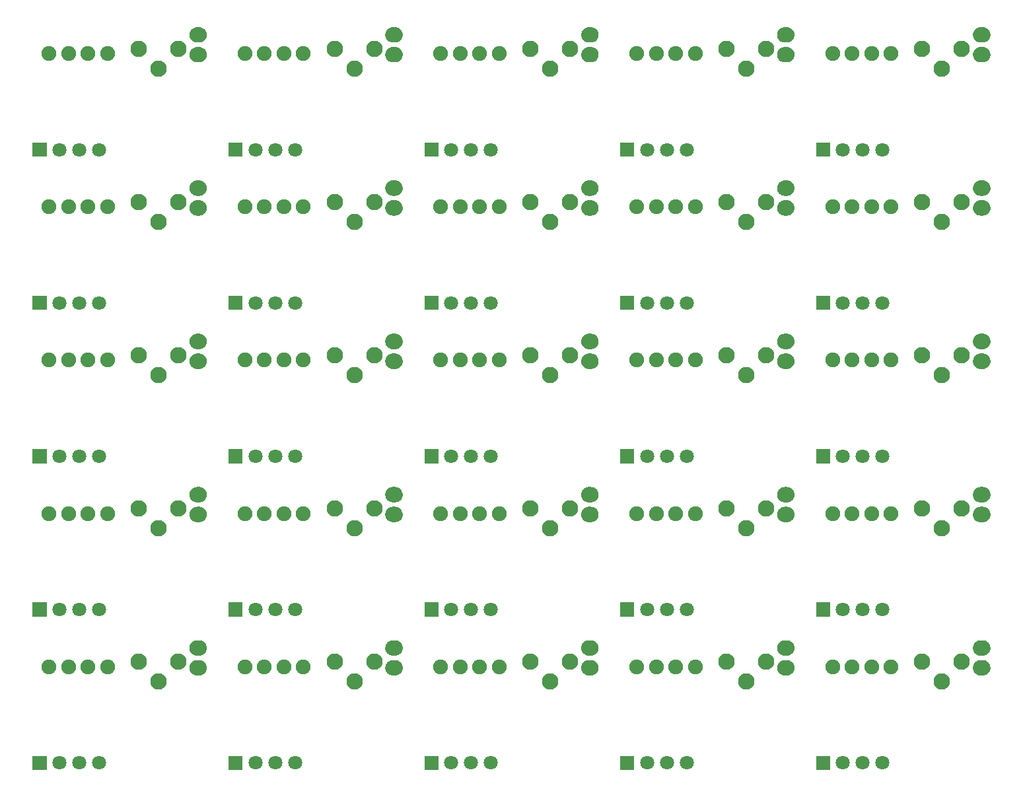
<source format=gbs>
G04 Layer: BottomSolderMaskLayer*
G04 EasyEDA v6.4.20.5, 2021-07-08T19:51:02+08:00*
G04 9fc62b59898d4f10b595c4665fefa585,e7bc534dc2744323a0f9b62094545a88,10*
G04 Gerber Generator version 0.2*
G04 Scale: 100 percent, Rotated: No, Reflected: No *
G04 Dimensions in millimeters *
G04 leading zeros omitted , absolute positions ,4 integer and 5 decimal *
%FSLAX45Y45*%
%MOMM*%

%ADD29C,1.9016*%
%ADD31C,1.8016*%
%ADD32C,2.1016*%

%LPD*%
G36*
X2153396Y5203240D02*
G01*
X2147808Y5203748D01*
X2145014Y5204256D01*
X2142220Y5204510D01*
X2139426Y5205018D01*
X2136632Y5205780D01*
X2133838Y5206288D01*
X2131044Y5207050D01*
X2128504Y5208066D01*
X2125710Y5208828D01*
X2123170Y5209844D01*
X2120376Y5210860D01*
X2110216Y5215940D01*
X2107930Y5217464D01*
X2105390Y5218988D01*
X2100818Y5222036D01*
X2096246Y5225592D01*
X2094214Y5227370D01*
X2091928Y5229148D01*
X2087864Y5233212D01*
X2086086Y5235244D01*
X2084054Y5237276D01*
X2082276Y5239562D01*
X2080498Y5241594D01*
X2078720Y5243880D01*
X2077196Y5246166D01*
X2075672Y5248706D01*
X2074148Y5250992D01*
X2072624Y5253532D01*
X2068814Y5261152D01*
X2066782Y5266232D01*
X2065766Y5269026D01*
X2064750Y5271566D01*
X2063988Y5274360D01*
X2063226Y5276900D01*
X2062464Y5279694D01*
X2060940Y5288076D01*
X2060686Y5290870D01*
X2060178Y5293664D01*
X2060178Y5296458D01*
X2059924Y5299252D01*
X2059924Y5305094D01*
X2060178Y5307888D01*
X2060178Y5310682D01*
X2060686Y5313476D01*
X2060940Y5316270D01*
X2062464Y5324652D01*
X2063226Y5327446D01*
X2063988Y5329986D01*
X2064750Y5332780D01*
X2065766Y5335574D01*
X2067798Y5340654D01*
X2068814Y5343448D01*
X2071354Y5348528D01*
X2072624Y5350814D01*
X2074148Y5353354D01*
X2075672Y5355640D01*
X2077196Y5358180D01*
X2078720Y5360466D01*
X2080498Y5362752D01*
X2082276Y5364784D01*
X2084054Y5367070D01*
X2086086Y5369102D01*
X2087864Y5371134D01*
X2091928Y5375198D01*
X2094214Y5376976D01*
X2096246Y5379008D01*
X2098532Y5380532D01*
X2103104Y5384088D01*
X2105390Y5385612D01*
X2107930Y5387136D01*
X2110216Y5388406D01*
X2112756Y5389930D01*
X2115296Y5391200D01*
X2117836Y5392216D01*
X2120376Y5393486D01*
X2123170Y5394502D01*
X2125710Y5395518D01*
X2128504Y5396534D01*
X2131044Y5397296D01*
X2133838Y5398058D01*
X2136632Y5398566D01*
X2139426Y5399328D01*
X2145014Y5400344D01*
X2153396Y5401106D01*
X2156190Y5401106D01*
X2158984Y5401360D01*
X2184384Y5401360D01*
X2187178Y5401106D01*
X2189972Y5401106D01*
X2195560Y5400598D01*
X2198608Y5400344D01*
X2201402Y5399836D01*
X2203942Y5399328D01*
X2206736Y5398566D01*
X2209530Y5398058D01*
X2215118Y5396534D01*
X2217658Y5395518D01*
X2220452Y5394502D01*
X2222992Y5393486D01*
X2225532Y5392216D01*
X2228072Y5391200D01*
X2230612Y5389930D01*
X2233152Y5388406D01*
X2235438Y5387136D01*
X2237978Y5385612D01*
X2240264Y5384088D01*
X2244836Y5380532D01*
X2247122Y5379008D01*
X2249154Y5376976D01*
X2251440Y5375198D01*
X2255504Y5371134D01*
X2257282Y5369102D01*
X2259314Y5367070D01*
X2261092Y5364784D01*
X2262870Y5362752D01*
X2264648Y5360466D01*
X2266172Y5358180D01*
X2267696Y5355640D01*
X2269220Y5353354D01*
X2270744Y5350814D01*
X2272014Y5348528D01*
X2274554Y5343448D01*
X2275570Y5340654D01*
X2277602Y5335574D01*
X2278618Y5332780D01*
X2279380Y5329986D01*
X2280142Y5327446D01*
X2280904Y5324652D01*
X2282428Y5316270D01*
X2282682Y5313476D01*
X2283190Y5310682D01*
X2283190Y5307888D01*
X2283444Y5305094D01*
X2283444Y5299252D01*
X2283190Y5296458D01*
X2283190Y5293664D01*
X2282682Y5290870D01*
X2282428Y5288076D01*
X2280904Y5279694D01*
X2280142Y5276900D01*
X2279380Y5274360D01*
X2278618Y5271566D01*
X2277602Y5268772D01*
X2274554Y5261152D01*
X2270744Y5253532D01*
X2269220Y5250992D01*
X2267696Y5248706D01*
X2266172Y5246166D01*
X2264648Y5243880D01*
X2262870Y5241594D01*
X2261092Y5239562D01*
X2259314Y5237276D01*
X2257282Y5235244D01*
X2255504Y5233212D01*
X2251440Y5229148D01*
X2249154Y5227370D01*
X2247122Y5225592D01*
X2242550Y5222036D01*
X2237978Y5218988D01*
X2235438Y5217464D01*
X2233152Y5215940D01*
X2222992Y5210860D01*
X2220452Y5209844D01*
X2217658Y5208828D01*
X2215118Y5208066D01*
X2212324Y5207050D01*
X2209530Y5206288D01*
X2206736Y5205780D01*
X2203942Y5205018D01*
X2201402Y5204510D01*
X2198608Y5204256D01*
X2195560Y5203748D01*
X2189972Y5203240D01*
G37*
G36*
X2153396Y5457240D02*
G01*
X2147808Y5457748D01*
X2145014Y5458256D01*
X2142220Y5458510D01*
X2139426Y5459018D01*
X2136632Y5459780D01*
X2133838Y5460288D01*
X2131044Y5461050D01*
X2128504Y5462066D01*
X2125710Y5462828D01*
X2123170Y5463844D01*
X2120376Y5464860D01*
X2110216Y5469940D01*
X2107930Y5471464D01*
X2105390Y5472988D01*
X2100818Y5476036D01*
X2096246Y5479592D01*
X2094214Y5481370D01*
X2091928Y5483148D01*
X2087864Y5487212D01*
X2086086Y5489244D01*
X2084054Y5491276D01*
X2082276Y5493562D01*
X2080498Y5495594D01*
X2078720Y5497880D01*
X2077196Y5500166D01*
X2075672Y5502706D01*
X2074148Y5504992D01*
X2072624Y5507532D01*
X2068814Y5515152D01*
X2066782Y5520232D01*
X2065766Y5523026D01*
X2064750Y5525566D01*
X2063988Y5528360D01*
X2063226Y5530900D01*
X2062464Y5533694D01*
X2060940Y5542076D01*
X2060686Y5544870D01*
X2060178Y5547664D01*
X2060178Y5550458D01*
X2059924Y5553252D01*
X2059924Y5559094D01*
X2060178Y5561888D01*
X2060178Y5564682D01*
X2060686Y5567476D01*
X2060940Y5570270D01*
X2062464Y5578652D01*
X2063226Y5581446D01*
X2063988Y5583986D01*
X2064750Y5586780D01*
X2065766Y5589574D01*
X2067798Y5594654D01*
X2068814Y5597448D01*
X2071354Y5602528D01*
X2072624Y5604814D01*
X2074148Y5607354D01*
X2075672Y5609640D01*
X2077196Y5612180D01*
X2078720Y5614466D01*
X2080498Y5616752D01*
X2082276Y5618784D01*
X2084054Y5621070D01*
X2086086Y5623102D01*
X2087864Y5625134D01*
X2091928Y5629198D01*
X2094214Y5630976D01*
X2096246Y5633008D01*
X2098532Y5634532D01*
X2103104Y5638088D01*
X2105390Y5639612D01*
X2107930Y5641136D01*
X2110216Y5642406D01*
X2112756Y5643930D01*
X2115296Y5645200D01*
X2117836Y5646216D01*
X2120376Y5647486D01*
X2123170Y5648502D01*
X2125710Y5649518D01*
X2128504Y5650534D01*
X2131044Y5651296D01*
X2133838Y5652058D01*
X2136632Y5652566D01*
X2139426Y5653328D01*
X2145014Y5654344D01*
X2153396Y5655106D01*
X2156190Y5655106D01*
X2158984Y5655360D01*
X2184384Y5655360D01*
X2187178Y5655106D01*
X2189972Y5655106D01*
X2195560Y5654598D01*
X2198608Y5654344D01*
X2201402Y5653836D01*
X2203942Y5653328D01*
X2206736Y5652566D01*
X2209530Y5652058D01*
X2215118Y5650534D01*
X2217658Y5649518D01*
X2220452Y5648502D01*
X2222992Y5647486D01*
X2225532Y5646216D01*
X2228072Y5645200D01*
X2230612Y5643930D01*
X2233152Y5642406D01*
X2235438Y5641136D01*
X2237978Y5639612D01*
X2240264Y5638088D01*
X2244836Y5634532D01*
X2247122Y5633008D01*
X2249154Y5630976D01*
X2251440Y5629198D01*
X2255504Y5625134D01*
X2257282Y5623102D01*
X2259314Y5621070D01*
X2261092Y5618784D01*
X2262870Y5616752D01*
X2264648Y5614466D01*
X2266172Y5612180D01*
X2267696Y5609640D01*
X2269220Y5607354D01*
X2270744Y5604814D01*
X2272014Y5602528D01*
X2274554Y5597448D01*
X2275570Y5594654D01*
X2277602Y5589574D01*
X2278618Y5586780D01*
X2279380Y5583986D01*
X2280142Y5581446D01*
X2280904Y5578652D01*
X2282428Y5570270D01*
X2282682Y5567476D01*
X2283190Y5564682D01*
X2283190Y5561888D01*
X2283444Y5559094D01*
X2283444Y5553252D01*
X2283190Y5550458D01*
X2283190Y5547664D01*
X2282682Y5544870D01*
X2282428Y5542076D01*
X2280904Y5533694D01*
X2280142Y5530900D01*
X2279380Y5528360D01*
X2278618Y5525566D01*
X2277602Y5522772D01*
X2274554Y5515152D01*
X2270744Y5507532D01*
X2269220Y5504992D01*
X2267696Y5502706D01*
X2266172Y5500166D01*
X2264648Y5497880D01*
X2262870Y5495594D01*
X2261092Y5493562D01*
X2259314Y5491276D01*
X2257282Y5489244D01*
X2255504Y5487212D01*
X2251440Y5483148D01*
X2249154Y5481370D01*
X2247122Y5479592D01*
X2242550Y5476036D01*
X2237978Y5472988D01*
X2235438Y5471464D01*
X2233152Y5469940D01*
X2222992Y5464860D01*
X2220452Y5463844D01*
X2217658Y5462828D01*
X2215118Y5462066D01*
X2212324Y5461050D01*
X2209530Y5460288D01*
X2206736Y5459780D01*
X2203942Y5459018D01*
X2201402Y5458510D01*
X2198608Y5458256D01*
X2195560Y5457748D01*
X2189972Y5457240D01*
G37*
D29*
G01*
X1009995Y5314899D03*
G01*
X760006Y5314899D03*
G01*
X510006Y5314899D03*
G01*
X260019Y5314899D03*
G36*
X49514Y3992930D02*
G01*
X49514Y4173016D01*
X229854Y4173016D01*
X229854Y3992930D01*
G37*
D31*
G01*
X393700Y4082999D03*
G01*
X647692Y4082999D03*
G01*
X901692Y4082999D03*
D32*
G01*
X1409692Y5378399D03*
G01*
X1663692Y5124399D03*
G01*
X1917692Y5378399D03*
G01*
X11455311Y5378391D03*
G01*
X11709311Y5124391D03*
G01*
X11963311Y5378391D03*
G36*
X10095214Y3992930D02*
G01*
X10095214Y4173016D01*
X10275300Y4173016D01*
X10275300Y3992930D01*
G37*
D31*
G01*
X10439311Y4082991D03*
G01*
X10693311Y4082991D03*
G01*
X10947311Y4082991D03*
D29*
G01*
X11055616Y5314891D03*
G01*
X10805627Y5314891D03*
G01*
X10555612Y5314891D03*
G01*
X10305630Y5314891D03*
G36*
X12198842Y5203240D02*
G01*
X12193254Y5203748D01*
X12190460Y5204256D01*
X12187666Y5204510D01*
X12184872Y5205018D01*
X12182078Y5205780D01*
X12179538Y5206288D01*
X12176744Y5207050D01*
X12173950Y5208066D01*
X12171410Y5208828D01*
X12168616Y5209844D01*
X12166076Y5210860D01*
X12155916Y5215940D01*
X12153376Y5217464D01*
X12151090Y5218734D01*
X12148804Y5220512D01*
X12146264Y5222036D01*
X12144232Y5223814D01*
X12139660Y5227370D01*
X12137628Y5229148D01*
X12131532Y5235244D01*
X12129754Y5237276D01*
X12127976Y5239562D01*
X12126198Y5241594D01*
X12124420Y5243880D01*
X12122896Y5246166D01*
X12121372Y5248706D01*
X12119848Y5250992D01*
X12118324Y5253532D01*
X12117054Y5256072D01*
X12115784Y5258358D01*
X12114514Y5261152D01*
X12113244Y5263692D01*
X12112228Y5266232D01*
X12111212Y5269026D01*
X12110450Y5271566D01*
X12109688Y5274360D01*
X12108672Y5276900D01*
X12108164Y5279694D01*
X12107402Y5282488D01*
X12106894Y5285282D01*
X12106640Y5288076D01*
X12106132Y5290870D01*
X12105624Y5296458D01*
X12105624Y5307888D01*
X12106132Y5313476D01*
X12106640Y5316270D01*
X12106894Y5319064D01*
X12107402Y5321858D01*
X12108164Y5324652D01*
X12108672Y5327446D01*
X12109688Y5329986D01*
X12111212Y5335574D01*
X12113244Y5340654D01*
X12114514Y5343448D01*
X12117054Y5348528D01*
X12118324Y5350814D01*
X12119848Y5353354D01*
X12121372Y5355640D01*
X12122896Y5358180D01*
X12124420Y5360466D01*
X12126198Y5362752D01*
X12127976Y5364784D01*
X12129754Y5367070D01*
X12131532Y5369102D01*
X12137628Y5375198D01*
X12139660Y5376976D01*
X12144232Y5380532D01*
X12146264Y5382310D01*
X12148804Y5383834D01*
X12151090Y5385612D01*
X12153376Y5387136D01*
X12158456Y5389676D01*
X12160996Y5391200D01*
X12163536Y5392216D01*
X12166076Y5393486D01*
X12168616Y5394502D01*
X12171410Y5395518D01*
X12173950Y5396280D01*
X12176744Y5397296D01*
X12179538Y5398058D01*
X12182078Y5398566D01*
X12184872Y5399328D01*
X12190460Y5400344D01*
X12198842Y5401106D01*
X12201890Y5401106D01*
X12204430Y5401360D01*
X12230084Y5401360D01*
X12232878Y5401106D01*
X12235672Y5401106D01*
X12244054Y5400344D01*
X12249642Y5399328D01*
X12252436Y5398566D01*
X12255230Y5398058D01*
X12258024Y5397296D01*
X12260564Y5396280D01*
X12263358Y5395518D01*
X12265898Y5394502D01*
X12268692Y5393486D01*
X12271232Y5392216D01*
X12273772Y5391200D01*
X12276312Y5389676D01*
X12278598Y5388406D01*
X12281138Y5387136D01*
X12283678Y5385612D01*
X12285964Y5383834D01*
X12288250Y5382310D01*
X12292822Y5378754D01*
X12296886Y5375198D01*
X12299172Y5373166D01*
X12300950Y5371134D01*
X12302982Y5369102D01*
X12304760Y5367070D01*
X12306792Y5364784D01*
X12308570Y5362752D01*
X12310094Y5360466D01*
X12311872Y5358180D01*
X12313396Y5355640D01*
X12314920Y5353354D01*
X12316190Y5350814D01*
X12317714Y5348528D01*
X12318984Y5345988D01*
X12320000Y5343448D01*
X12321270Y5340654D01*
X12323302Y5335574D01*
X12324318Y5332780D01*
X12325080Y5329986D01*
X12325842Y5327446D01*
X12326604Y5324652D01*
X12328128Y5316270D01*
X12329144Y5305094D01*
X12329144Y5299252D01*
X12328128Y5288076D01*
X12326604Y5279694D01*
X12325842Y5276900D01*
X12325080Y5274360D01*
X12324318Y5271566D01*
X12323302Y5268772D01*
X12321270Y5263692D01*
X12320000Y5261152D01*
X12318984Y5258358D01*
X12317714Y5256072D01*
X12316190Y5253532D01*
X12314920Y5250992D01*
X12313396Y5248706D01*
X12311872Y5246166D01*
X12310094Y5243880D01*
X12308570Y5241594D01*
X12306792Y5239562D01*
X12304760Y5237276D01*
X12302982Y5235244D01*
X12300950Y5233212D01*
X12299172Y5231180D01*
X12296886Y5229148D01*
X12292822Y5225592D01*
X12288250Y5222036D01*
X12285964Y5220512D01*
X12283678Y5218734D01*
X12281138Y5217464D01*
X12278598Y5215940D01*
X12276312Y5214670D01*
X12268692Y5210860D01*
X12265898Y5209844D01*
X12263358Y5208828D01*
X12260564Y5208066D01*
X12258024Y5207050D01*
X12255230Y5206288D01*
X12252436Y5205780D01*
X12249642Y5205018D01*
X12246848Y5204510D01*
X12244054Y5204256D01*
X12241260Y5203748D01*
X12235672Y5203240D01*
G37*
G36*
X12198842Y5457240D02*
G01*
X12193254Y5457748D01*
X12190460Y5458256D01*
X12187666Y5458510D01*
X12184872Y5459018D01*
X12182078Y5459780D01*
X12179538Y5460288D01*
X12176744Y5461050D01*
X12173950Y5462066D01*
X12171410Y5462828D01*
X12168616Y5463844D01*
X12166076Y5464860D01*
X12155916Y5469940D01*
X12153376Y5471464D01*
X12151090Y5472734D01*
X12148804Y5474512D01*
X12146264Y5476036D01*
X12144232Y5477814D01*
X12139660Y5481370D01*
X12137628Y5483148D01*
X12131532Y5489244D01*
X12129754Y5491276D01*
X12127976Y5493562D01*
X12126198Y5495594D01*
X12124420Y5497880D01*
X12122896Y5500166D01*
X12121372Y5502706D01*
X12119848Y5504992D01*
X12118324Y5507532D01*
X12117054Y5510072D01*
X12115784Y5512358D01*
X12114514Y5515152D01*
X12113244Y5517692D01*
X12112228Y5520232D01*
X12111212Y5523026D01*
X12110450Y5525566D01*
X12109688Y5528360D01*
X12108672Y5530900D01*
X12108164Y5533694D01*
X12107402Y5536488D01*
X12106894Y5539282D01*
X12106640Y5542076D01*
X12106132Y5544870D01*
X12105624Y5550458D01*
X12105624Y5561888D01*
X12106132Y5567476D01*
X12106640Y5570270D01*
X12106894Y5573064D01*
X12107402Y5575858D01*
X12108164Y5578652D01*
X12108672Y5581446D01*
X12109688Y5583986D01*
X12111212Y5589574D01*
X12113244Y5594654D01*
X12114514Y5597448D01*
X12117054Y5602528D01*
X12118324Y5604814D01*
X12119848Y5607354D01*
X12121372Y5609640D01*
X12122896Y5612180D01*
X12124420Y5614466D01*
X12126198Y5616752D01*
X12127976Y5618784D01*
X12129754Y5621070D01*
X12131532Y5623102D01*
X12137628Y5629198D01*
X12139660Y5630976D01*
X12144232Y5634532D01*
X12146264Y5636310D01*
X12148804Y5637834D01*
X12151090Y5639612D01*
X12153376Y5641136D01*
X12158456Y5643676D01*
X12160996Y5645200D01*
X12163536Y5646216D01*
X12166076Y5647486D01*
X12168616Y5648502D01*
X12171410Y5649518D01*
X12173950Y5650280D01*
X12176744Y5651296D01*
X12179538Y5652058D01*
X12182078Y5652566D01*
X12184872Y5653328D01*
X12190460Y5654344D01*
X12198842Y5655106D01*
X12201890Y5655106D01*
X12204430Y5655360D01*
X12230084Y5655360D01*
X12232878Y5655106D01*
X12235672Y5655106D01*
X12244054Y5654344D01*
X12249642Y5653328D01*
X12252436Y5652566D01*
X12255230Y5652058D01*
X12258024Y5651296D01*
X12260564Y5650280D01*
X12263358Y5649518D01*
X12265898Y5648502D01*
X12268692Y5647486D01*
X12271232Y5646216D01*
X12273772Y5645200D01*
X12276312Y5643676D01*
X12278598Y5642406D01*
X12281138Y5641136D01*
X12283678Y5639612D01*
X12285964Y5637834D01*
X12288250Y5636310D01*
X12292822Y5632754D01*
X12296886Y5629198D01*
X12299172Y5627166D01*
X12300950Y5625134D01*
X12302982Y5623102D01*
X12304760Y5621070D01*
X12306792Y5618784D01*
X12308570Y5616752D01*
X12310094Y5614466D01*
X12311872Y5612180D01*
X12313396Y5609640D01*
X12314920Y5607354D01*
X12316190Y5604814D01*
X12317714Y5602528D01*
X12318984Y5599988D01*
X12320000Y5597448D01*
X12321270Y5594654D01*
X12323302Y5589574D01*
X12324318Y5586780D01*
X12325080Y5583986D01*
X12325842Y5581446D01*
X12326604Y5578652D01*
X12328128Y5570270D01*
X12329144Y5559094D01*
X12329144Y5553252D01*
X12328128Y5542076D01*
X12326604Y5533694D01*
X12325842Y5530900D01*
X12325080Y5528360D01*
X12324318Y5525566D01*
X12323302Y5522772D01*
X12321270Y5517692D01*
X12320000Y5515152D01*
X12318984Y5512358D01*
X12317714Y5510072D01*
X12316190Y5507532D01*
X12314920Y5504992D01*
X12313396Y5502706D01*
X12311872Y5500166D01*
X12310094Y5497880D01*
X12308570Y5495594D01*
X12306792Y5493562D01*
X12304760Y5491276D01*
X12302982Y5489244D01*
X12300950Y5487212D01*
X12299172Y5485180D01*
X12296886Y5483148D01*
X12292822Y5479592D01*
X12288250Y5476036D01*
X12285964Y5474512D01*
X12283678Y5472734D01*
X12281138Y5471464D01*
X12278598Y5469940D01*
X12276312Y5468670D01*
X12268692Y5464860D01*
X12265898Y5463844D01*
X12263358Y5462828D01*
X12260564Y5462066D01*
X12258024Y5461050D01*
X12255230Y5460288D01*
X12252436Y5459780D01*
X12249642Y5459018D01*
X12246848Y5458510D01*
X12244054Y5458256D01*
X12241260Y5457748D01*
X12235672Y5457240D01*
G37*
D32*
G01*
X8943908Y5378391D03*
G01*
X9197908Y5124391D03*
G01*
X9451908Y5378391D03*
G36*
X7583916Y3992930D02*
G01*
X7583916Y4173016D01*
X7764002Y4173016D01*
X7764002Y3992930D01*
G37*
D31*
G01*
X7927908Y4082991D03*
G01*
X8181908Y4082991D03*
G01*
X8435908Y4082991D03*
D29*
G01*
X8544214Y5314891D03*
G01*
X8294222Y5314891D03*
G01*
X8044207Y5314891D03*
G01*
X7794228Y5314891D03*
G36*
X9687544Y5203240D02*
G01*
X9681956Y5203748D01*
X9679162Y5204256D01*
X9676368Y5204510D01*
X9673574Y5205018D01*
X9670780Y5205780D01*
X9667986Y5206288D01*
X9665192Y5207050D01*
X9662652Y5208066D01*
X9659858Y5208828D01*
X9654778Y5210860D01*
X9651984Y5212130D01*
X9644364Y5215940D01*
X9642078Y5217464D01*
X9639538Y5218734D01*
X9637252Y5220512D01*
X9634966Y5222036D01*
X9630394Y5225592D01*
X9626330Y5229148D01*
X9620234Y5235244D01*
X9618456Y5237276D01*
X9616424Y5239562D01*
X9614646Y5241594D01*
X9613122Y5243880D01*
X9611344Y5246166D01*
X9609820Y5248706D01*
X9608296Y5250992D01*
X9607026Y5253532D01*
X9605502Y5256072D01*
X9604232Y5258358D01*
X9602962Y5261152D01*
X9599914Y5268772D01*
X9598898Y5271566D01*
X9598136Y5274360D01*
X9597374Y5276900D01*
X9596612Y5279694D01*
X9595088Y5288076D01*
X9594072Y5299252D01*
X9594072Y5305094D01*
X9595088Y5316270D01*
X9596612Y5324652D01*
X9598136Y5330240D01*
X9598898Y5332780D01*
X9599914Y5335574D01*
X9601946Y5340654D01*
X9602962Y5343448D01*
X9605502Y5348528D01*
X9607026Y5350814D01*
X9608296Y5353354D01*
X9609820Y5355640D01*
X9611344Y5358180D01*
X9613122Y5360466D01*
X9614646Y5362752D01*
X9616424Y5364784D01*
X9618456Y5367070D01*
X9620234Y5369102D01*
X9626330Y5375198D01*
X9630394Y5378754D01*
X9637252Y5384088D01*
X9639538Y5385612D01*
X9642078Y5387136D01*
X9644618Y5388406D01*
X9646904Y5389930D01*
X9649444Y5391200D01*
X9651984Y5392216D01*
X9654778Y5393486D01*
X9659858Y5395518D01*
X9662652Y5396280D01*
X9665192Y5397296D01*
X9667986Y5398058D01*
X9670780Y5398566D01*
X9673574Y5399328D01*
X9679162Y5400344D01*
X9687544Y5401106D01*
X9690338Y5401106D01*
X9693132Y5401360D01*
X9718786Y5401360D01*
X9721326Y5401106D01*
X9724374Y5401106D01*
X9732756Y5400344D01*
X9738344Y5399328D01*
X9741138Y5398566D01*
X9743678Y5398058D01*
X9746472Y5397296D01*
X9749266Y5396280D01*
X9751806Y5395518D01*
X9754600Y5394502D01*
X9757140Y5393486D01*
X9759680Y5392216D01*
X9762220Y5391200D01*
X9764760Y5389930D01*
X9767300Y5388406D01*
X9769840Y5387136D01*
X9774412Y5384088D01*
X9783556Y5376976D01*
X9785588Y5375198D01*
X9791684Y5369102D01*
X9793462Y5367070D01*
X9795240Y5364784D01*
X9797018Y5362752D01*
X9798796Y5360466D01*
X9800320Y5358180D01*
X9801844Y5355640D01*
X9803368Y5353354D01*
X9804892Y5350814D01*
X9806162Y5348528D01*
X9808702Y5343448D01*
X9809972Y5340654D01*
X9812004Y5335574D01*
X9812766Y5332780D01*
X9813782Y5329986D01*
X9814544Y5327446D01*
X9815052Y5324652D01*
X9815814Y5321858D01*
X9816322Y5319064D01*
X9816576Y5316270D01*
X9817084Y5313476D01*
X9817592Y5307888D01*
X9817592Y5296458D01*
X9817084Y5290870D01*
X9816576Y5288076D01*
X9816322Y5285282D01*
X9815814Y5282488D01*
X9815052Y5279694D01*
X9814544Y5277154D01*
X9813782Y5274360D01*
X9812766Y5271566D01*
X9812004Y5268772D01*
X9809972Y5263692D01*
X9804892Y5253532D01*
X9803368Y5250992D01*
X9800320Y5246420D01*
X9798796Y5243880D01*
X9797018Y5241594D01*
X9795240Y5239562D01*
X9793462Y5237276D01*
X9791684Y5235244D01*
X9785588Y5229148D01*
X9783556Y5227370D01*
X9778984Y5223814D01*
X9776952Y5222036D01*
X9774412Y5220512D01*
X9772126Y5218734D01*
X9769840Y5217464D01*
X9767300Y5215940D01*
X9757140Y5210860D01*
X9754600Y5209844D01*
X9751806Y5208828D01*
X9749266Y5208066D01*
X9746472Y5207050D01*
X9743678Y5206288D01*
X9741138Y5205780D01*
X9738344Y5205018D01*
X9735550Y5204510D01*
X9732756Y5204256D01*
X9729962Y5203748D01*
X9724374Y5203240D01*
G37*
G36*
X9687544Y5457240D02*
G01*
X9681956Y5457748D01*
X9679162Y5458256D01*
X9676368Y5458510D01*
X9673574Y5459018D01*
X9670780Y5459780D01*
X9667986Y5460288D01*
X9665192Y5461050D01*
X9662652Y5462066D01*
X9659858Y5462828D01*
X9654778Y5464860D01*
X9651984Y5466130D01*
X9644364Y5469940D01*
X9642078Y5471464D01*
X9639538Y5472734D01*
X9637252Y5474512D01*
X9634966Y5476036D01*
X9630394Y5479592D01*
X9626330Y5483148D01*
X9620234Y5489244D01*
X9618456Y5491276D01*
X9616424Y5493562D01*
X9614646Y5495594D01*
X9613122Y5497880D01*
X9611344Y5500166D01*
X9609820Y5502706D01*
X9608296Y5504992D01*
X9607026Y5507532D01*
X9605502Y5510072D01*
X9604232Y5512358D01*
X9602962Y5515152D01*
X9599914Y5522772D01*
X9598898Y5525566D01*
X9598136Y5528360D01*
X9597374Y5530900D01*
X9596612Y5533694D01*
X9595088Y5542076D01*
X9594072Y5553252D01*
X9594072Y5559094D01*
X9595088Y5570270D01*
X9596612Y5578652D01*
X9598136Y5584240D01*
X9598898Y5586780D01*
X9599914Y5589574D01*
X9601946Y5594654D01*
X9602962Y5597448D01*
X9605502Y5602528D01*
X9607026Y5604814D01*
X9608296Y5607354D01*
X9609820Y5609640D01*
X9611344Y5612180D01*
X9613122Y5614466D01*
X9614646Y5616752D01*
X9616424Y5618784D01*
X9618456Y5621070D01*
X9620234Y5623102D01*
X9626330Y5629198D01*
X9630394Y5632754D01*
X9637252Y5638088D01*
X9639538Y5639612D01*
X9642078Y5641136D01*
X9644618Y5642406D01*
X9646904Y5643930D01*
X9649444Y5645200D01*
X9651984Y5646216D01*
X9654778Y5647486D01*
X9659858Y5649518D01*
X9662652Y5650280D01*
X9665192Y5651296D01*
X9667986Y5652058D01*
X9670780Y5652566D01*
X9673574Y5653328D01*
X9679162Y5654344D01*
X9687544Y5655106D01*
X9690338Y5655106D01*
X9693132Y5655360D01*
X9718786Y5655360D01*
X9721326Y5655106D01*
X9724374Y5655106D01*
X9732756Y5654344D01*
X9738344Y5653328D01*
X9741138Y5652566D01*
X9743678Y5652058D01*
X9746472Y5651296D01*
X9749266Y5650280D01*
X9751806Y5649518D01*
X9754600Y5648502D01*
X9757140Y5647486D01*
X9759680Y5646216D01*
X9762220Y5645200D01*
X9764760Y5643930D01*
X9767300Y5642406D01*
X9769840Y5641136D01*
X9774412Y5638088D01*
X9783556Y5630976D01*
X9785588Y5629198D01*
X9791684Y5623102D01*
X9793462Y5621070D01*
X9795240Y5618784D01*
X9797018Y5616752D01*
X9798796Y5614466D01*
X9800320Y5612180D01*
X9801844Y5609640D01*
X9803368Y5607354D01*
X9804892Y5604814D01*
X9806162Y5602528D01*
X9808702Y5597448D01*
X9809972Y5594654D01*
X9812004Y5589574D01*
X9812766Y5586780D01*
X9813782Y5583986D01*
X9814544Y5581446D01*
X9815052Y5578652D01*
X9815814Y5575858D01*
X9816322Y5573064D01*
X9816576Y5570270D01*
X9817084Y5567476D01*
X9817592Y5561888D01*
X9817592Y5550458D01*
X9817084Y5544870D01*
X9816576Y5542076D01*
X9816322Y5539282D01*
X9815814Y5536488D01*
X9815052Y5533694D01*
X9814544Y5531154D01*
X9813782Y5528360D01*
X9812766Y5525566D01*
X9812004Y5522772D01*
X9809972Y5517692D01*
X9804892Y5507532D01*
X9803368Y5504992D01*
X9800320Y5500420D01*
X9798796Y5497880D01*
X9797018Y5495594D01*
X9795240Y5493562D01*
X9793462Y5491276D01*
X9791684Y5489244D01*
X9785588Y5483148D01*
X9783556Y5481370D01*
X9778984Y5477814D01*
X9776952Y5476036D01*
X9774412Y5474512D01*
X9772126Y5472734D01*
X9769840Y5471464D01*
X9767300Y5469940D01*
X9757140Y5464860D01*
X9754600Y5463844D01*
X9751806Y5462828D01*
X9749266Y5462066D01*
X9746472Y5461050D01*
X9743678Y5460288D01*
X9741138Y5459780D01*
X9738344Y5459018D01*
X9735550Y5458510D01*
X9732756Y5458256D01*
X9729962Y5457748D01*
X9724374Y5457240D01*
G37*
D32*
G01*
X6432499Y5378394D03*
G01*
X6686499Y5124394D03*
G01*
X6940499Y5378394D03*
G36*
X5072364Y3992930D02*
G01*
X5072364Y4173016D01*
X5252704Y4173016D01*
X5252704Y3992930D01*
G37*
D31*
G01*
X5416499Y4082994D03*
G01*
X5670499Y4082994D03*
G01*
X5924499Y4082994D03*
D29*
G01*
X6032812Y5314894D03*
G01*
X5782820Y5314894D03*
G01*
X5532808Y5314894D03*
G01*
X5282819Y5314894D03*
G36*
X7176246Y5203240D02*
G01*
X7173452Y5203494D01*
X7170404Y5203748D01*
X7167610Y5204256D01*
X7164816Y5204510D01*
X7162022Y5205018D01*
X7159482Y5205780D01*
X7156688Y5206288D01*
X7153894Y5207050D01*
X7151100Y5208066D01*
X7148560Y5208828D01*
X7145766Y5209844D01*
X7143226Y5210860D01*
X7133066Y5215940D01*
X7130526Y5217464D01*
X7123668Y5222036D01*
X7116810Y5227370D01*
X7114778Y5229148D01*
X7110714Y5233212D01*
X7108936Y5235244D01*
X7106904Y5237276D01*
X7105126Y5239562D01*
X7103348Y5241594D01*
X7101570Y5243880D01*
X7100046Y5246166D01*
X7098522Y5248706D01*
X7096998Y5250992D01*
X7095474Y5253532D01*
X7094204Y5256072D01*
X7092934Y5258358D01*
X7091664Y5261152D01*
X7090648Y5263692D01*
X7089378Y5266232D01*
X7088616Y5268772D01*
X7087600Y5271566D01*
X7086838Y5274360D01*
X7086076Y5276900D01*
X7085314Y5279694D01*
X7083282Y5290870D01*
X7082774Y5296458D01*
X7082774Y5307888D01*
X7083282Y5313476D01*
X7085314Y5324652D01*
X7086076Y5327446D01*
X7086838Y5329986D01*
X7087600Y5332780D01*
X7088616Y5335574D01*
X7089378Y5338114D01*
X7090648Y5340654D01*
X7091664Y5343448D01*
X7094204Y5348528D01*
X7095474Y5350814D01*
X7096998Y5353354D01*
X7098522Y5355640D01*
X7100046Y5358180D01*
X7101570Y5360466D01*
X7103348Y5362752D01*
X7105126Y5364784D01*
X7106904Y5367070D01*
X7108936Y5369102D01*
X7110714Y5371134D01*
X7114778Y5375198D01*
X7116810Y5376976D01*
X7119096Y5379008D01*
X7121382Y5380532D01*
X7125954Y5384088D01*
X7130526Y5387136D01*
X7133066Y5388406D01*
X7135606Y5389930D01*
X7138146Y5391200D01*
X7140686Y5392216D01*
X7143226Y5393486D01*
X7145766Y5394502D01*
X7148560Y5395518D01*
X7151100Y5396280D01*
X7153894Y5397296D01*
X7156688Y5398058D01*
X7159482Y5398566D01*
X7162022Y5399328D01*
X7167610Y5400344D01*
X7173198Y5400852D01*
X7176246Y5401106D01*
X7179040Y5401106D01*
X7181834Y5401360D01*
X7207234Y5401360D01*
X7210028Y5401106D01*
X7212822Y5401106D01*
X7221204Y5400344D01*
X7226792Y5399328D01*
X7229586Y5398566D01*
X7232380Y5398058D01*
X7235174Y5397296D01*
X7237714Y5396534D01*
X7240508Y5395518D01*
X7243048Y5394502D01*
X7245842Y5393486D01*
X7248382Y5392216D01*
X7250922Y5391200D01*
X7253462Y5389930D01*
X7256002Y5388406D01*
X7258288Y5387136D01*
X7260828Y5385612D01*
X7263114Y5384088D01*
X7267686Y5380532D01*
X7269972Y5379008D01*
X7272004Y5376976D01*
X7274290Y5375198D01*
X7278354Y5371134D01*
X7280132Y5369102D01*
X7282164Y5367070D01*
X7283942Y5364784D01*
X7285720Y5362752D01*
X7287244Y5360466D01*
X7289022Y5358180D01*
X7290546Y5355640D01*
X7292070Y5353354D01*
X7293340Y5350814D01*
X7294864Y5348528D01*
X7297404Y5343448D01*
X7298420Y5340654D01*
X7300452Y5335574D01*
X7301468Y5332780D01*
X7302230Y5330240D01*
X7303754Y5324652D01*
X7305278Y5316270D01*
X7306294Y5305094D01*
X7306294Y5299252D01*
X7305278Y5288076D01*
X7303754Y5279694D01*
X7302992Y5276900D01*
X7302230Y5274360D01*
X7301468Y5271566D01*
X7300452Y5269026D01*
X7299436Y5266232D01*
X7297404Y5261152D01*
X7296134Y5258358D01*
X7294864Y5256072D01*
X7293340Y5253532D01*
X7292070Y5250992D01*
X7290546Y5248706D01*
X7289022Y5246166D01*
X7287244Y5243880D01*
X7285720Y5241594D01*
X7283942Y5239562D01*
X7282164Y5237276D01*
X7280132Y5235244D01*
X7278354Y5233212D01*
X7274290Y5229148D01*
X7272004Y5227370D01*
X7269972Y5225592D01*
X7265400Y5222036D01*
X7260828Y5218988D01*
X7258288Y5217464D01*
X7256002Y5215940D01*
X7245842Y5210860D01*
X7243048Y5209844D01*
X7240508Y5208828D01*
X7237714Y5208066D01*
X7235174Y5207050D01*
X7232380Y5206288D01*
X7229586Y5205780D01*
X7226792Y5205018D01*
X7223998Y5204510D01*
X7221204Y5204256D01*
X7218410Y5203748D01*
X7212822Y5203240D01*
G37*
G36*
X7176246Y5457240D02*
G01*
X7173452Y5457494D01*
X7170404Y5457748D01*
X7167610Y5458256D01*
X7164816Y5458510D01*
X7162022Y5459018D01*
X7159482Y5459780D01*
X7156688Y5460288D01*
X7153894Y5461050D01*
X7151100Y5462066D01*
X7148560Y5462828D01*
X7145766Y5463844D01*
X7143226Y5464860D01*
X7133066Y5469940D01*
X7130526Y5471464D01*
X7123668Y5476036D01*
X7116810Y5481370D01*
X7114778Y5483148D01*
X7110714Y5487212D01*
X7108936Y5489244D01*
X7106904Y5491276D01*
X7105126Y5493562D01*
X7103348Y5495594D01*
X7101570Y5497880D01*
X7100046Y5500166D01*
X7098522Y5502706D01*
X7096998Y5504992D01*
X7095474Y5507532D01*
X7094204Y5510072D01*
X7092934Y5512358D01*
X7091664Y5515152D01*
X7090648Y5517692D01*
X7089378Y5520232D01*
X7088616Y5522772D01*
X7087600Y5525566D01*
X7086838Y5528360D01*
X7086076Y5530900D01*
X7085314Y5533694D01*
X7083282Y5544870D01*
X7082774Y5550458D01*
X7082774Y5561888D01*
X7083282Y5567476D01*
X7085314Y5578652D01*
X7086076Y5581446D01*
X7086838Y5583986D01*
X7087600Y5586780D01*
X7088616Y5589574D01*
X7089378Y5592114D01*
X7090648Y5594654D01*
X7091664Y5597448D01*
X7094204Y5602528D01*
X7095474Y5604814D01*
X7096998Y5607354D01*
X7098522Y5609640D01*
X7100046Y5612180D01*
X7101570Y5614466D01*
X7103348Y5616752D01*
X7105126Y5618784D01*
X7106904Y5621070D01*
X7108936Y5623102D01*
X7110714Y5625134D01*
X7114778Y5629198D01*
X7116810Y5630976D01*
X7119096Y5633008D01*
X7121382Y5634532D01*
X7125954Y5638088D01*
X7130526Y5641136D01*
X7133066Y5642406D01*
X7135606Y5643930D01*
X7138146Y5645200D01*
X7140686Y5646216D01*
X7143226Y5647486D01*
X7145766Y5648502D01*
X7148560Y5649518D01*
X7151100Y5650280D01*
X7153894Y5651296D01*
X7156688Y5652058D01*
X7159482Y5652566D01*
X7162022Y5653328D01*
X7167610Y5654344D01*
X7173198Y5654852D01*
X7176246Y5655106D01*
X7179040Y5655106D01*
X7181834Y5655360D01*
X7207234Y5655360D01*
X7210028Y5655106D01*
X7212822Y5655106D01*
X7221204Y5654344D01*
X7226792Y5653328D01*
X7229586Y5652566D01*
X7232380Y5652058D01*
X7235174Y5651296D01*
X7237714Y5650534D01*
X7240508Y5649518D01*
X7243048Y5648502D01*
X7245842Y5647486D01*
X7248382Y5646216D01*
X7250922Y5645200D01*
X7253462Y5643930D01*
X7256002Y5642406D01*
X7258288Y5641136D01*
X7260828Y5639612D01*
X7263114Y5638088D01*
X7267686Y5634532D01*
X7269972Y5633008D01*
X7272004Y5630976D01*
X7274290Y5629198D01*
X7278354Y5625134D01*
X7280132Y5623102D01*
X7282164Y5621070D01*
X7283942Y5618784D01*
X7285720Y5616752D01*
X7287244Y5614466D01*
X7289022Y5612180D01*
X7290546Y5609640D01*
X7292070Y5607354D01*
X7293340Y5604814D01*
X7294864Y5602528D01*
X7297404Y5597448D01*
X7298420Y5594654D01*
X7300452Y5589574D01*
X7301468Y5586780D01*
X7302230Y5584240D01*
X7303754Y5578652D01*
X7305278Y5570270D01*
X7306294Y5559094D01*
X7306294Y5553252D01*
X7305278Y5542076D01*
X7303754Y5533694D01*
X7302992Y5530900D01*
X7302230Y5528360D01*
X7301468Y5525566D01*
X7300452Y5523026D01*
X7299436Y5520232D01*
X7297404Y5515152D01*
X7296134Y5512358D01*
X7294864Y5510072D01*
X7293340Y5507532D01*
X7292070Y5504992D01*
X7290546Y5502706D01*
X7289022Y5500166D01*
X7287244Y5497880D01*
X7285720Y5495594D01*
X7283942Y5493562D01*
X7282164Y5491276D01*
X7280132Y5489244D01*
X7278354Y5487212D01*
X7274290Y5483148D01*
X7272004Y5481370D01*
X7269972Y5479592D01*
X7265400Y5476036D01*
X7260828Y5472988D01*
X7258288Y5471464D01*
X7256002Y5469940D01*
X7245842Y5464860D01*
X7243048Y5463844D01*
X7240508Y5462828D01*
X7237714Y5462066D01*
X7235174Y5461050D01*
X7232380Y5460288D01*
X7229586Y5459780D01*
X7226792Y5459018D01*
X7223998Y5458510D01*
X7221204Y5458256D01*
X7218410Y5457748D01*
X7212822Y5457240D01*
G37*
D32*
G01*
X3921097Y5378399D03*
G01*
X4175097Y5124399D03*
G01*
X4429097Y5378399D03*
G36*
X2561066Y3992930D02*
G01*
X2561066Y4173016D01*
X2741152Y4173016D01*
X2741152Y3992930D01*
G37*
D31*
G01*
X2905097Y4082999D03*
G01*
X3159097Y4082999D03*
G01*
X3413097Y4082999D03*
D29*
G01*
X3521400Y5314899D03*
G01*
X3271420Y5314899D03*
G01*
X3021406Y5314899D03*
G01*
X2771414Y5314899D03*
G36*
X4664694Y5203240D02*
G01*
X4659106Y5203748D01*
X4656312Y5204256D01*
X4653518Y5204510D01*
X4650724Y5205018D01*
X4647930Y5205780D01*
X4645136Y5206288D01*
X4642596Y5207050D01*
X4639802Y5208066D01*
X4637008Y5208828D01*
X4631928Y5210860D01*
X4629134Y5212130D01*
X4624054Y5214670D01*
X4621768Y5215940D01*
X4619228Y5217464D01*
X4616942Y5218734D01*
X4614402Y5220512D01*
X4612116Y5222036D01*
X4609830Y5223814D01*
X4607798Y5225592D01*
X4605512Y5227370D01*
X4603480Y5229148D01*
X4597384Y5235244D01*
X4595606Y5237276D01*
X4593828Y5239562D01*
X4592050Y5241594D01*
X4588494Y5246166D01*
X4586970Y5248706D01*
X4585446Y5250992D01*
X4582906Y5256072D01*
X4581382Y5258358D01*
X4580366Y5261152D01*
X4579096Y5263692D01*
X4578080Y5266232D01*
X4577064Y5269026D01*
X4576302Y5271566D01*
X4575286Y5274360D01*
X4574524Y5276900D01*
X4574016Y5279694D01*
X4573254Y5282488D01*
X4572238Y5288076D01*
X4571476Y5296458D01*
X4571476Y5299252D01*
X4571222Y5302300D01*
X4571476Y5305094D01*
X4571476Y5307888D01*
X4572238Y5316270D01*
X4573254Y5321858D01*
X4574016Y5324652D01*
X4574524Y5327446D01*
X4575286Y5329986D01*
X4576302Y5332780D01*
X4577064Y5335574D01*
X4579096Y5340654D01*
X4580366Y5343448D01*
X4581382Y5345988D01*
X4582906Y5348528D01*
X4584176Y5350814D01*
X4585446Y5353354D01*
X4586970Y5355640D01*
X4588494Y5358180D01*
X4592050Y5362752D01*
X4593828Y5364784D01*
X4595606Y5367070D01*
X4597384Y5369102D01*
X4603480Y5375198D01*
X4605512Y5376976D01*
X4607798Y5378754D01*
X4609830Y5380532D01*
X4614402Y5384088D01*
X4616942Y5385612D01*
X4619228Y5387136D01*
X4621768Y5388406D01*
X4624054Y5389930D01*
X4626594Y5391200D01*
X4629134Y5392216D01*
X4631928Y5393486D01*
X4637008Y5395518D01*
X4639802Y5396534D01*
X4642596Y5397296D01*
X4645136Y5398058D01*
X4647930Y5398566D01*
X4650724Y5399328D01*
X4656312Y5400344D01*
X4664694Y5401106D01*
X4667488Y5401106D01*
X4670282Y5401360D01*
X4695936Y5401360D01*
X4698730Y5401106D01*
X4701524Y5401106D01*
X4709906Y5400344D01*
X4715494Y5399328D01*
X4718288Y5398566D01*
X4721082Y5398058D01*
X4723622Y5397296D01*
X4726416Y5396534D01*
X4729210Y5395518D01*
X4734290Y5393486D01*
X4736830Y5392216D01*
X4739624Y5391200D01*
X4741910Y5389930D01*
X4744450Y5388406D01*
X4746990Y5387136D01*
X4749276Y5385612D01*
X4751816Y5384088D01*
X4756388Y5380532D01*
X4758420Y5378754D01*
X4760706Y5376976D01*
X4762738Y5375198D01*
X4768834Y5369102D01*
X4770612Y5367070D01*
X4772390Y5364784D01*
X4774168Y5362752D01*
X4775946Y5360466D01*
X4777470Y5358180D01*
X4779248Y5355640D01*
X4780518Y5353354D01*
X4782042Y5350814D01*
X4783312Y5348528D01*
X4785852Y5343448D01*
X4787122Y5340654D01*
X4789154Y5335574D01*
X4789916Y5332780D01*
X4790932Y5329986D01*
X4791694Y5327446D01*
X4792202Y5324652D01*
X4792964Y5321858D01*
X4793472Y5319064D01*
X4793726Y5316270D01*
X4794234Y5313476D01*
X4794742Y5307888D01*
X4794742Y5296458D01*
X4794234Y5290870D01*
X4793726Y5288076D01*
X4793472Y5285282D01*
X4792964Y5282488D01*
X4792202Y5279694D01*
X4791694Y5276900D01*
X4790932Y5274360D01*
X4789916Y5271566D01*
X4789154Y5269026D01*
X4788138Y5266232D01*
X4787122Y5263692D01*
X4785852Y5261152D01*
X4784582Y5258358D01*
X4783312Y5256072D01*
X4782042Y5253532D01*
X4780518Y5250992D01*
X4779248Y5248706D01*
X4777470Y5246166D01*
X4775946Y5243880D01*
X4774168Y5241594D01*
X4772390Y5239562D01*
X4770612Y5237276D01*
X4768834Y5235244D01*
X4762738Y5229148D01*
X4760706Y5227370D01*
X4758420Y5225592D01*
X4756388Y5223814D01*
X4754102Y5222036D01*
X4751816Y5220512D01*
X4749276Y5218988D01*
X4746990Y5217464D01*
X4744450Y5215940D01*
X4741910Y5214670D01*
X4739624Y5213400D01*
X4736830Y5212130D01*
X4734290Y5210860D01*
X4729210Y5208828D01*
X4726416Y5208066D01*
X4723622Y5207050D01*
X4721082Y5206288D01*
X4718288Y5205780D01*
X4715494Y5205018D01*
X4712700Y5204510D01*
X4709906Y5204256D01*
X4707112Y5203748D01*
X4701524Y5203240D01*
G37*
G36*
X4664694Y5457240D02*
G01*
X4659106Y5457748D01*
X4656312Y5458256D01*
X4653518Y5458510D01*
X4650724Y5459018D01*
X4647930Y5459780D01*
X4645136Y5460288D01*
X4642596Y5461050D01*
X4639802Y5462066D01*
X4637008Y5462828D01*
X4631928Y5464860D01*
X4629134Y5466130D01*
X4624054Y5468670D01*
X4621768Y5469940D01*
X4619228Y5471464D01*
X4616942Y5472734D01*
X4614402Y5474512D01*
X4612116Y5476036D01*
X4609830Y5477814D01*
X4607798Y5479592D01*
X4605512Y5481370D01*
X4603480Y5483148D01*
X4597384Y5489244D01*
X4595606Y5491276D01*
X4593828Y5493562D01*
X4592050Y5495594D01*
X4588494Y5500166D01*
X4586970Y5502706D01*
X4585446Y5504992D01*
X4582906Y5510072D01*
X4581382Y5512358D01*
X4580366Y5515152D01*
X4579096Y5517692D01*
X4578080Y5520232D01*
X4577064Y5523026D01*
X4576302Y5525566D01*
X4575286Y5528360D01*
X4574524Y5530900D01*
X4574016Y5533694D01*
X4573254Y5536488D01*
X4572238Y5542076D01*
X4571476Y5550458D01*
X4571476Y5553252D01*
X4571222Y5556300D01*
X4571476Y5559094D01*
X4571476Y5561888D01*
X4572238Y5570270D01*
X4573254Y5575858D01*
X4574016Y5578652D01*
X4574524Y5581446D01*
X4575286Y5583986D01*
X4576302Y5586780D01*
X4577064Y5589574D01*
X4579096Y5594654D01*
X4580366Y5597448D01*
X4581382Y5599988D01*
X4582906Y5602528D01*
X4584176Y5604814D01*
X4585446Y5607354D01*
X4586970Y5609640D01*
X4588494Y5612180D01*
X4592050Y5616752D01*
X4593828Y5618784D01*
X4595606Y5621070D01*
X4597384Y5623102D01*
X4603480Y5629198D01*
X4605512Y5630976D01*
X4607798Y5632754D01*
X4609830Y5634532D01*
X4614402Y5638088D01*
X4616942Y5639612D01*
X4619228Y5641136D01*
X4621768Y5642406D01*
X4624054Y5643930D01*
X4626594Y5645200D01*
X4629134Y5646216D01*
X4631928Y5647486D01*
X4637008Y5649518D01*
X4639802Y5650534D01*
X4642596Y5651296D01*
X4645136Y5652058D01*
X4647930Y5652566D01*
X4650724Y5653328D01*
X4656312Y5654344D01*
X4664694Y5655106D01*
X4667488Y5655106D01*
X4670282Y5655360D01*
X4695936Y5655360D01*
X4698730Y5655106D01*
X4701524Y5655106D01*
X4709906Y5654344D01*
X4715494Y5653328D01*
X4718288Y5652566D01*
X4721082Y5652058D01*
X4723622Y5651296D01*
X4726416Y5650534D01*
X4729210Y5649518D01*
X4734290Y5647486D01*
X4736830Y5646216D01*
X4739624Y5645200D01*
X4741910Y5643930D01*
X4744450Y5642406D01*
X4746990Y5641136D01*
X4749276Y5639612D01*
X4751816Y5638088D01*
X4756388Y5634532D01*
X4758420Y5632754D01*
X4760706Y5630976D01*
X4762738Y5629198D01*
X4768834Y5623102D01*
X4770612Y5621070D01*
X4772390Y5618784D01*
X4774168Y5616752D01*
X4775946Y5614466D01*
X4777470Y5612180D01*
X4779248Y5609640D01*
X4780518Y5607354D01*
X4782042Y5604814D01*
X4783312Y5602528D01*
X4785852Y5597448D01*
X4787122Y5594654D01*
X4789154Y5589574D01*
X4789916Y5586780D01*
X4790932Y5583986D01*
X4791694Y5581446D01*
X4792202Y5578652D01*
X4792964Y5575858D01*
X4793472Y5573064D01*
X4793726Y5570270D01*
X4794234Y5567476D01*
X4794742Y5561888D01*
X4794742Y5550458D01*
X4794234Y5544870D01*
X4793726Y5542076D01*
X4793472Y5539282D01*
X4792964Y5536488D01*
X4792202Y5533694D01*
X4791694Y5530900D01*
X4790932Y5528360D01*
X4789916Y5525566D01*
X4789154Y5523026D01*
X4788138Y5520232D01*
X4787122Y5517692D01*
X4785852Y5515152D01*
X4784582Y5512358D01*
X4783312Y5510072D01*
X4782042Y5507532D01*
X4780518Y5504992D01*
X4779248Y5502706D01*
X4777470Y5500166D01*
X4775946Y5497880D01*
X4774168Y5495594D01*
X4772390Y5493562D01*
X4770612Y5491276D01*
X4768834Y5489244D01*
X4762738Y5483148D01*
X4760706Y5481370D01*
X4758420Y5479592D01*
X4756388Y5477814D01*
X4754102Y5476036D01*
X4751816Y5474512D01*
X4749276Y5472988D01*
X4746990Y5471464D01*
X4744450Y5469940D01*
X4741910Y5468670D01*
X4739624Y5467400D01*
X4736830Y5466130D01*
X4734290Y5464860D01*
X4729210Y5462828D01*
X4726416Y5462066D01*
X4723622Y5461050D01*
X4721082Y5460288D01*
X4718288Y5459780D01*
X4715494Y5459018D01*
X4712700Y5458510D01*
X4709906Y5458256D01*
X4707112Y5457748D01*
X4701524Y5457240D01*
G37*
G36*
X2156190Y3237788D02*
G01*
X2145014Y3238804D01*
X2136632Y3240328D01*
X2131044Y3241852D01*
X2128504Y3242614D01*
X2125710Y3243630D01*
X2123170Y3244646D01*
X2120376Y3245662D01*
X2117836Y3246678D01*
X2112756Y3249218D01*
X2110216Y3250742D01*
X2107930Y3252012D01*
X2105390Y3253536D01*
X2103104Y3255060D01*
X2100818Y3256838D01*
X2098532Y3258362D01*
X2096246Y3260140D01*
X2094214Y3261918D01*
X2091928Y3263950D01*
X2089896Y3265982D01*
X2087864Y3267760D01*
X2086086Y3270046D01*
X2084054Y3272078D01*
X2082276Y3274110D01*
X2080498Y3276396D01*
X2078974Y3278682D01*
X2077196Y3280968D01*
X2075672Y3283254D01*
X2074148Y3285794D01*
X2072624Y3288080D01*
X2068814Y3295700D01*
X2067798Y3298240D01*
X2066782Y3301034D01*
X2065766Y3303574D01*
X2064750Y3306368D01*
X2063988Y3308908D01*
X2062464Y3314496D01*
X2060940Y3322878D01*
X2060686Y3325672D01*
X2060178Y3328466D01*
X2060178Y3331260D01*
X2059924Y3334054D01*
X2059924Y3339642D01*
X2060178Y3342436D01*
X2060178Y3345484D01*
X2060686Y3348278D01*
X2060940Y3351072D01*
X2062464Y3359454D01*
X2063226Y3361994D01*
X2064750Y3367582D01*
X2065766Y3370122D01*
X2066782Y3372916D01*
X2068814Y3377996D01*
X2072624Y3385616D01*
X2074148Y3388156D01*
X2077196Y3392728D01*
X2078974Y3395014D01*
X2080498Y3397300D01*
X2084054Y3401872D01*
X2086086Y3403904D01*
X2087864Y3405936D01*
X2091928Y3410000D01*
X2094214Y3411778D01*
X2096246Y3413556D01*
X2100818Y3417112D01*
X2105390Y3420160D01*
X2107930Y3421684D01*
X2110216Y3423208D01*
X2117836Y3427018D01*
X2120376Y3428034D01*
X2123170Y3429304D01*
X2125710Y3430320D01*
X2128504Y3431082D01*
X2131044Y3431844D01*
X2136632Y3433368D01*
X2147808Y3435400D01*
X2153396Y3435908D01*
X2189972Y3435908D01*
X2192766Y3435654D01*
X2195814Y3435400D01*
X2204196Y3433876D01*
X2206736Y3433368D01*
X2215118Y3431082D01*
X2217658Y3430320D01*
X2220452Y3429304D01*
X2222992Y3428034D01*
X2225532Y3427018D01*
X2233152Y3423208D01*
X2235438Y3421684D01*
X2237978Y3420160D01*
X2242550Y3417112D01*
X2247122Y3413556D01*
X2249154Y3411778D01*
X2251440Y3410000D01*
X2255504Y3405936D01*
X2257282Y3403904D01*
X2259314Y3401872D01*
X2264648Y3395014D01*
X2269220Y3388156D01*
X2270744Y3385616D01*
X2274554Y3377996D01*
X2276586Y3372916D01*
X2277602Y3370122D01*
X2278618Y3367582D01*
X2280142Y3361994D01*
X2280904Y3359454D01*
X2282936Y3348278D01*
X2283190Y3345484D01*
X2283190Y3342436D01*
X2283444Y3339642D01*
X2283444Y3334054D01*
X2283190Y3331260D01*
X2283190Y3328466D01*
X2282936Y3325672D01*
X2280904Y3314496D01*
X2279380Y3308908D01*
X2278618Y3306368D01*
X2277602Y3303574D01*
X2276586Y3301034D01*
X2275570Y3298240D01*
X2274554Y3295700D01*
X2270744Y3288080D01*
X2269220Y3285794D01*
X2267696Y3283254D01*
X2264648Y3278682D01*
X2261092Y3274110D01*
X2259314Y3272078D01*
X2257282Y3270046D01*
X2255504Y3267760D01*
X2253472Y3265982D01*
X2251440Y3263950D01*
X2249154Y3261918D01*
X2247122Y3260140D01*
X2244836Y3258362D01*
X2242550Y3256838D01*
X2240264Y3255060D01*
X2237978Y3253536D01*
X2235438Y3252012D01*
X2233152Y3250742D01*
X2230612Y3249218D01*
X2225532Y3246678D01*
X2220452Y3244646D01*
X2217658Y3243630D01*
X2215118Y3242614D01*
X2206736Y3240328D01*
X2204196Y3239820D01*
X2198608Y3238804D01*
X2195814Y3238550D01*
X2192766Y3238296D01*
X2187178Y3237788D01*
G37*
G36*
X2156190Y3491788D02*
G01*
X2145014Y3492804D01*
X2136632Y3494328D01*
X2131044Y3495852D01*
X2128504Y3496614D01*
X2125710Y3497630D01*
X2123170Y3498646D01*
X2120376Y3499662D01*
X2117836Y3500678D01*
X2112756Y3503218D01*
X2110216Y3504742D01*
X2107930Y3506012D01*
X2105390Y3507536D01*
X2103104Y3509060D01*
X2100818Y3510838D01*
X2098532Y3512362D01*
X2096246Y3514140D01*
X2094214Y3515918D01*
X2091928Y3517950D01*
X2089896Y3519982D01*
X2087864Y3521760D01*
X2086086Y3524046D01*
X2084054Y3526078D01*
X2082276Y3528110D01*
X2080498Y3530396D01*
X2078974Y3532682D01*
X2077196Y3534968D01*
X2075672Y3537254D01*
X2074148Y3539794D01*
X2072624Y3542080D01*
X2068814Y3549700D01*
X2067798Y3552240D01*
X2066782Y3555034D01*
X2065766Y3557574D01*
X2064750Y3560368D01*
X2063988Y3562908D01*
X2062464Y3568496D01*
X2060940Y3576878D01*
X2060686Y3579672D01*
X2060178Y3582466D01*
X2060178Y3585260D01*
X2059924Y3588054D01*
X2059924Y3593642D01*
X2060178Y3596436D01*
X2060178Y3599484D01*
X2060686Y3602278D01*
X2060940Y3605072D01*
X2062464Y3613454D01*
X2063226Y3615994D01*
X2064750Y3621582D01*
X2065766Y3624122D01*
X2066782Y3626916D01*
X2068814Y3631996D01*
X2072624Y3639616D01*
X2074148Y3642156D01*
X2077196Y3646728D01*
X2078974Y3649014D01*
X2080498Y3651300D01*
X2084054Y3655872D01*
X2086086Y3657904D01*
X2087864Y3659936D01*
X2091928Y3664000D01*
X2094214Y3665778D01*
X2096246Y3667556D01*
X2100818Y3671112D01*
X2105390Y3674160D01*
X2107930Y3675684D01*
X2110216Y3677208D01*
X2117836Y3681018D01*
X2120376Y3682034D01*
X2123170Y3683304D01*
X2125710Y3684320D01*
X2128504Y3685082D01*
X2131044Y3685844D01*
X2136632Y3687368D01*
X2147808Y3689400D01*
X2153396Y3689908D01*
X2189972Y3689908D01*
X2192766Y3689654D01*
X2195814Y3689400D01*
X2204196Y3687876D01*
X2206736Y3687368D01*
X2215118Y3685082D01*
X2217658Y3684320D01*
X2220452Y3683304D01*
X2222992Y3682034D01*
X2225532Y3681018D01*
X2233152Y3677208D01*
X2235438Y3675684D01*
X2237978Y3674160D01*
X2242550Y3671112D01*
X2247122Y3667556D01*
X2249154Y3665778D01*
X2251440Y3664000D01*
X2255504Y3659936D01*
X2257282Y3657904D01*
X2259314Y3655872D01*
X2264648Y3649014D01*
X2269220Y3642156D01*
X2270744Y3639616D01*
X2274554Y3631996D01*
X2276586Y3626916D01*
X2277602Y3624122D01*
X2278618Y3621582D01*
X2280142Y3615994D01*
X2280904Y3613454D01*
X2282936Y3602278D01*
X2283190Y3599484D01*
X2283190Y3596436D01*
X2283444Y3593642D01*
X2283444Y3588054D01*
X2283190Y3585260D01*
X2283190Y3582466D01*
X2282936Y3579672D01*
X2280904Y3568496D01*
X2279380Y3562908D01*
X2278618Y3560368D01*
X2277602Y3557574D01*
X2276586Y3555034D01*
X2275570Y3552240D01*
X2274554Y3549700D01*
X2270744Y3542080D01*
X2269220Y3539794D01*
X2267696Y3537254D01*
X2264648Y3532682D01*
X2261092Y3528110D01*
X2259314Y3526078D01*
X2257282Y3524046D01*
X2255504Y3521760D01*
X2253472Y3519982D01*
X2251440Y3517950D01*
X2249154Y3515918D01*
X2247122Y3514140D01*
X2244836Y3512362D01*
X2242550Y3510838D01*
X2240264Y3509060D01*
X2237978Y3507536D01*
X2235438Y3506012D01*
X2233152Y3504742D01*
X2230612Y3503218D01*
X2225532Y3500678D01*
X2220452Y3498646D01*
X2217658Y3497630D01*
X2215118Y3496614D01*
X2206736Y3494328D01*
X2204196Y3493820D01*
X2198608Y3492804D01*
X2195814Y3492550D01*
X2192766Y3492296D01*
X2187178Y3491788D01*
G37*
G01*
X1010005Y3349599D03*
G01*
X760018Y3349599D03*
G01*
X510006Y3349599D03*
G01*
X260019Y3349599D03*
G36*
X49514Y2027732D02*
G01*
X49514Y2207818D01*
X229854Y2207818D01*
X229854Y2027732D01*
G37*
D31*
G01*
X393700Y2117699D03*
G01*
X647700Y2117699D03*
G01*
X901700Y2117699D03*
D32*
G01*
X1409700Y3413099D03*
G01*
X1663700Y3159099D03*
G01*
X1917700Y3413099D03*
G01*
X11455318Y3413091D03*
G01*
X11709318Y3159091D03*
G01*
X11963318Y3413091D03*
G36*
X10095214Y2027732D02*
G01*
X10095214Y2207818D01*
X10275300Y2207818D01*
X10275300Y2027732D01*
G37*
D31*
G01*
X10439318Y2117691D03*
G01*
X10693318Y2117691D03*
G01*
X10947318Y2117691D03*
D29*
G01*
X11055629Y3349591D03*
G01*
X10805640Y3349591D03*
G01*
X10555625Y3349591D03*
G01*
X10305638Y3349591D03*
G36*
X12201890Y3237788D02*
G01*
X12198842Y3238042D01*
X12190460Y3238804D01*
X12182078Y3240328D01*
X12179538Y3241090D01*
X12173950Y3242614D01*
X12171410Y3243630D01*
X12168616Y3244646D01*
X12163536Y3246678D01*
X12158456Y3249218D01*
X12155916Y3250742D01*
X12153376Y3252012D01*
X12148804Y3255060D01*
X12146518Y3256838D01*
X12144232Y3258362D01*
X12139660Y3261918D01*
X12137628Y3263950D01*
X12135596Y3265728D01*
X12131532Y3269792D01*
X12129754Y3272078D01*
X12127976Y3274110D01*
X12124420Y3278682D01*
X12121372Y3283254D01*
X12119848Y3285794D01*
X12118324Y3288080D01*
X12114514Y3295700D01*
X12113498Y3298240D01*
X12112228Y3301034D01*
X12111212Y3303574D01*
X12110450Y3306368D01*
X12109688Y3308908D01*
X12108164Y3314496D01*
X12107656Y3317290D01*
X12106894Y3320084D01*
X12106640Y3322878D01*
X12106132Y3325672D01*
X12105624Y3331260D01*
X12105624Y3342436D01*
X12105878Y3345484D01*
X12106132Y3348278D01*
X12106640Y3351072D01*
X12106894Y3353866D01*
X12107656Y3356660D01*
X12108164Y3359200D01*
X12110450Y3367582D01*
X12111212Y3370122D01*
X12112228Y3372916D01*
X12113498Y3375456D01*
X12114514Y3377996D01*
X12118324Y3385616D01*
X12119848Y3388156D01*
X12124420Y3395014D01*
X12129754Y3401872D01*
X12131532Y3403904D01*
X12137628Y3410000D01*
X12139660Y3411778D01*
X12146518Y3417112D01*
X12153376Y3421684D01*
X12155916Y3423208D01*
X12163536Y3427018D01*
X12166076Y3428034D01*
X12168616Y3429304D01*
X12171410Y3430066D01*
X12173950Y3431082D01*
X12179538Y3432606D01*
X12182078Y3433368D01*
X12193254Y3435400D01*
X12198842Y3435908D01*
X12235672Y3435908D01*
X12241260Y3435400D01*
X12252436Y3433368D01*
X12258024Y3431844D01*
X12260564Y3431082D01*
X12263358Y3430066D01*
X12265898Y3429304D01*
X12268692Y3428034D01*
X12271232Y3427018D01*
X12278852Y3423208D01*
X12281138Y3421684D01*
X12283678Y3420160D01*
X12288250Y3417112D01*
X12292822Y3413556D01*
X12296886Y3410000D01*
X12299172Y3407968D01*
X12300950Y3405936D01*
X12302982Y3403904D01*
X12304760Y3401872D01*
X12306792Y3399586D01*
X12308570Y3397300D01*
X12310094Y3395014D01*
X12311872Y3392728D01*
X12314920Y3388156D01*
X12316190Y3385616D01*
X12317714Y3383076D01*
X12320254Y3377996D01*
X12322286Y3372916D01*
X12323302Y3370122D01*
X12324318Y3367582D01*
X12326604Y3359200D01*
X12327112Y3356660D01*
X12328128Y3351072D01*
X12328636Y3345484D01*
X12328890Y3342436D01*
X12329144Y3339642D01*
X12329144Y3334054D01*
X12328128Y3322878D01*
X12326604Y3314496D01*
X12325080Y3308908D01*
X12324318Y3306368D01*
X12323302Y3303574D01*
X12322286Y3301034D01*
X12321270Y3298240D01*
X12320254Y3295700D01*
X12317714Y3290620D01*
X12316190Y3288080D01*
X12314920Y3285794D01*
X12313396Y3283254D01*
X12311872Y3280968D01*
X12310094Y3278682D01*
X12308570Y3276396D01*
X12306792Y3274110D01*
X12304760Y3272078D01*
X12302982Y3269792D01*
X12300950Y3267760D01*
X12299172Y3265728D01*
X12296886Y3263950D01*
X12294854Y3261918D01*
X12292822Y3260140D01*
X12290536Y3258362D01*
X12288250Y3256838D01*
X12285964Y3255060D01*
X12283678Y3253536D01*
X12281138Y3252012D01*
X12278852Y3250742D01*
X12276312Y3249218D01*
X12271232Y3246678D01*
X12268692Y3245662D01*
X12265898Y3244646D01*
X12263358Y3243630D01*
X12260564Y3242614D01*
X12258024Y3241852D01*
X12252436Y3240328D01*
X12244054Y3238804D01*
X12232878Y3237788D01*
G37*
G36*
X12201890Y3491788D02*
G01*
X12198842Y3492042D01*
X12190460Y3492804D01*
X12182078Y3494328D01*
X12179538Y3495090D01*
X12173950Y3496614D01*
X12171410Y3497630D01*
X12168616Y3498646D01*
X12163536Y3500678D01*
X12158456Y3503218D01*
X12155916Y3504742D01*
X12153376Y3506012D01*
X12148804Y3509060D01*
X12146518Y3510838D01*
X12144232Y3512362D01*
X12139660Y3515918D01*
X12137628Y3517950D01*
X12135596Y3519728D01*
X12131532Y3523792D01*
X12129754Y3526078D01*
X12127976Y3528110D01*
X12124420Y3532682D01*
X12121372Y3537254D01*
X12119848Y3539794D01*
X12118324Y3542080D01*
X12114514Y3549700D01*
X12113498Y3552240D01*
X12112228Y3555034D01*
X12111212Y3557574D01*
X12110450Y3560368D01*
X12109688Y3562908D01*
X12108164Y3568496D01*
X12107656Y3571290D01*
X12106894Y3574084D01*
X12106640Y3576878D01*
X12106132Y3579672D01*
X12105624Y3585260D01*
X12105624Y3596436D01*
X12105878Y3599484D01*
X12106132Y3602278D01*
X12106640Y3605072D01*
X12106894Y3607866D01*
X12107656Y3610660D01*
X12108164Y3613200D01*
X12110450Y3621582D01*
X12111212Y3624122D01*
X12112228Y3626916D01*
X12113498Y3629456D01*
X12114514Y3631996D01*
X12118324Y3639616D01*
X12119848Y3642156D01*
X12124420Y3649014D01*
X12129754Y3655872D01*
X12131532Y3657904D01*
X12137628Y3664000D01*
X12139660Y3665778D01*
X12146518Y3671112D01*
X12153376Y3675684D01*
X12155916Y3677208D01*
X12163536Y3681018D01*
X12166076Y3682034D01*
X12168616Y3683304D01*
X12171410Y3684066D01*
X12173950Y3685082D01*
X12179538Y3686606D01*
X12182078Y3687368D01*
X12193254Y3689400D01*
X12198842Y3689908D01*
X12235672Y3689908D01*
X12241260Y3689400D01*
X12252436Y3687368D01*
X12258024Y3685844D01*
X12260564Y3685082D01*
X12263358Y3684066D01*
X12265898Y3683304D01*
X12268692Y3682034D01*
X12271232Y3681018D01*
X12278852Y3677208D01*
X12281138Y3675684D01*
X12283678Y3674160D01*
X12288250Y3671112D01*
X12292822Y3667556D01*
X12296886Y3664000D01*
X12299172Y3661968D01*
X12300950Y3659936D01*
X12302982Y3657904D01*
X12304760Y3655872D01*
X12306792Y3653586D01*
X12308570Y3651300D01*
X12310094Y3649014D01*
X12311872Y3646728D01*
X12314920Y3642156D01*
X12316190Y3639616D01*
X12317714Y3637076D01*
X12320254Y3631996D01*
X12322286Y3626916D01*
X12323302Y3624122D01*
X12324318Y3621582D01*
X12326604Y3613200D01*
X12327112Y3610660D01*
X12328128Y3605072D01*
X12328636Y3599484D01*
X12328890Y3596436D01*
X12329144Y3593642D01*
X12329144Y3588054D01*
X12328128Y3576878D01*
X12326604Y3568496D01*
X12325080Y3562908D01*
X12324318Y3560368D01*
X12323302Y3557574D01*
X12322286Y3555034D01*
X12321270Y3552240D01*
X12320254Y3549700D01*
X12317714Y3544620D01*
X12316190Y3542080D01*
X12314920Y3539794D01*
X12313396Y3537254D01*
X12311872Y3534968D01*
X12310094Y3532682D01*
X12308570Y3530396D01*
X12306792Y3528110D01*
X12304760Y3526078D01*
X12302982Y3523792D01*
X12300950Y3521760D01*
X12299172Y3519728D01*
X12296886Y3517950D01*
X12294854Y3515918D01*
X12292822Y3514140D01*
X12290536Y3512362D01*
X12288250Y3510838D01*
X12285964Y3509060D01*
X12283678Y3507536D01*
X12281138Y3506012D01*
X12278852Y3504742D01*
X12276312Y3503218D01*
X12271232Y3500678D01*
X12268692Y3499662D01*
X12265898Y3498646D01*
X12263358Y3497630D01*
X12260564Y3496614D01*
X12258024Y3495852D01*
X12252436Y3494328D01*
X12244054Y3492804D01*
X12232878Y3491788D01*
G37*
D32*
G01*
X8943919Y3413091D03*
G01*
X9197919Y3159091D03*
G01*
X9451919Y3413091D03*
G36*
X7583916Y2027732D02*
G01*
X7583916Y2207818D01*
X7764002Y2207818D01*
X7764002Y2027732D01*
G37*
D31*
G01*
X7927919Y2117691D03*
G01*
X8181919Y2117691D03*
G01*
X8435919Y2117691D03*
D29*
G01*
X8544224Y3349591D03*
G01*
X8294232Y3349591D03*
G01*
X8044220Y3349591D03*
G01*
X7794238Y3349591D03*
G36*
X9690338Y3237788D02*
G01*
X9679162Y3238804D01*
X9670780Y3240328D01*
X9667986Y3241090D01*
X9665446Y3241852D01*
X9662652Y3242614D01*
X9659858Y3243630D01*
X9654778Y3245662D01*
X9651984Y3246678D01*
X9646904Y3249218D01*
X9644618Y3250742D01*
X9642078Y3252012D01*
X9639538Y3253536D01*
X9637252Y3255060D01*
X9634966Y3256838D01*
X9632680Y3258362D01*
X9630394Y3260140D01*
X9628362Y3261918D01*
X9626330Y3263950D01*
X9624298Y3265728D01*
X9622266Y3267760D01*
X9620234Y3270046D01*
X9618456Y3272078D01*
X9616424Y3274110D01*
X9614900Y3276396D01*
X9611344Y3280968D01*
X9609820Y3283254D01*
X9608296Y3285794D01*
X9607026Y3288080D01*
X9605502Y3290620D01*
X9604232Y3293160D01*
X9603216Y3295700D01*
X9601946Y3298240D01*
X9600930Y3301034D01*
X9599914Y3303574D01*
X9598898Y3306368D01*
X9598136Y3308908D01*
X9596612Y3314496D01*
X9595088Y3322878D01*
X9594072Y3334054D01*
X9594072Y3339642D01*
X9594326Y3342436D01*
X9594580Y3345484D01*
X9595088Y3351072D01*
X9596104Y3356660D01*
X9596612Y3359200D01*
X9598898Y3367582D01*
X9599914Y3370122D01*
X9600930Y3372916D01*
X9601946Y3375456D01*
X9603216Y3377996D01*
X9604232Y3380536D01*
X9605502Y3383076D01*
X9607026Y3385616D01*
X9608296Y3388156D01*
X9611344Y3392728D01*
X9614900Y3397300D01*
X9616424Y3399586D01*
X9618456Y3401872D01*
X9620234Y3403904D01*
X9626330Y3410000D01*
X9630394Y3413556D01*
X9634966Y3417112D01*
X9639538Y3420160D01*
X9644618Y3423208D01*
X9646904Y3424478D01*
X9651984Y3427018D01*
X9654778Y3428034D01*
X9657318Y3429304D01*
X9659858Y3430320D01*
X9662652Y3431082D01*
X9665192Y3431844D01*
X9670780Y3433368D01*
X9681956Y3435400D01*
X9687544Y3435908D01*
X9724374Y3435908D01*
X9729962Y3435400D01*
X9741138Y3433368D01*
X9743678Y3432606D01*
X9749266Y3431082D01*
X9751806Y3430320D01*
X9754600Y3429304D01*
X9757140Y3428034D01*
X9759680Y3427018D01*
X9767300Y3423208D01*
X9769840Y3421684D01*
X9774412Y3418636D01*
X9776952Y3417112D01*
X9778984Y3415334D01*
X9783556Y3411778D01*
X9785588Y3410000D01*
X9791684Y3403904D01*
X9793462Y3401872D01*
X9798796Y3395014D01*
X9803368Y3388156D01*
X9804892Y3385616D01*
X9809972Y3375456D01*
X9810988Y3372916D01*
X9812004Y3370122D01*
X9812766Y3367582D01*
X9813782Y3364788D01*
X9814544Y3361994D01*
X9815052Y3359454D01*
X9815814Y3356660D01*
X9816322Y3353866D01*
X9816576Y3351072D01*
X9817084Y3348278D01*
X9817592Y3342690D01*
X9817592Y3331260D01*
X9817084Y3325672D01*
X9816576Y3322878D01*
X9816322Y3320084D01*
X9815814Y3317290D01*
X9815052Y3314496D01*
X9814544Y3311702D01*
X9813782Y3308908D01*
X9812766Y3306368D01*
X9812004Y3303574D01*
X9810988Y3301034D01*
X9809972Y3298240D01*
X9804892Y3288080D01*
X9803368Y3285794D01*
X9801844Y3283254D01*
X9798796Y3278682D01*
X9795240Y3274110D01*
X9791684Y3270046D01*
X9789652Y3267760D01*
X9787620Y3265728D01*
X9785588Y3263950D01*
X9783556Y3261918D01*
X9778984Y3258362D01*
X9776952Y3256838D01*
X9774412Y3255060D01*
X9769840Y3252012D01*
X9767300Y3250742D01*
X9764760Y3249218D01*
X9759680Y3246678D01*
X9754600Y3244646D01*
X9751806Y3243630D01*
X9749266Y3242614D01*
X9743678Y3241090D01*
X9741138Y3240328D01*
X9732756Y3238804D01*
X9724374Y3238042D01*
X9721326Y3237788D01*
G37*
G36*
X9690338Y3491788D02*
G01*
X9679162Y3492804D01*
X9670780Y3494328D01*
X9667986Y3495090D01*
X9665446Y3495852D01*
X9662652Y3496614D01*
X9659858Y3497630D01*
X9654778Y3499662D01*
X9651984Y3500678D01*
X9646904Y3503218D01*
X9644618Y3504742D01*
X9642078Y3506012D01*
X9639538Y3507536D01*
X9637252Y3509060D01*
X9634966Y3510838D01*
X9632680Y3512362D01*
X9630394Y3514140D01*
X9628362Y3515918D01*
X9626330Y3517950D01*
X9624298Y3519728D01*
X9622266Y3521760D01*
X9620234Y3524046D01*
X9618456Y3526078D01*
X9616424Y3528110D01*
X9614900Y3530396D01*
X9611344Y3534968D01*
X9609820Y3537254D01*
X9608296Y3539794D01*
X9607026Y3542080D01*
X9605502Y3544620D01*
X9604232Y3547160D01*
X9603216Y3549700D01*
X9601946Y3552240D01*
X9600930Y3555034D01*
X9599914Y3557574D01*
X9598898Y3560368D01*
X9598136Y3562908D01*
X9596612Y3568496D01*
X9595088Y3576878D01*
X9594072Y3588054D01*
X9594072Y3593642D01*
X9594326Y3596436D01*
X9594580Y3599484D01*
X9595088Y3605072D01*
X9596104Y3610660D01*
X9596612Y3613200D01*
X9598898Y3621582D01*
X9599914Y3624122D01*
X9600930Y3626916D01*
X9601946Y3629456D01*
X9603216Y3631996D01*
X9604232Y3634536D01*
X9605502Y3637076D01*
X9607026Y3639616D01*
X9608296Y3642156D01*
X9611344Y3646728D01*
X9614900Y3651300D01*
X9616424Y3653586D01*
X9618456Y3655872D01*
X9620234Y3657904D01*
X9626330Y3664000D01*
X9630394Y3667556D01*
X9634966Y3671112D01*
X9639538Y3674160D01*
X9644618Y3677208D01*
X9646904Y3678478D01*
X9651984Y3681018D01*
X9654778Y3682034D01*
X9657318Y3683304D01*
X9659858Y3684320D01*
X9662652Y3685082D01*
X9665192Y3685844D01*
X9670780Y3687368D01*
X9681956Y3689400D01*
X9687544Y3689908D01*
X9724374Y3689908D01*
X9729962Y3689400D01*
X9741138Y3687368D01*
X9743678Y3686606D01*
X9749266Y3685082D01*
X9751806Y3684320D01*
X9754600Y3683304D01*
X9757140Y3682034D01*
X9759680Y3681018D01*
X9767300Y3677208D01*
X9769840Y3675684D01*
X9774412Y3672636D01*
X9776952Y3671112D01*
X9778984Y3669334D01*
X9783556Y3665778D01*
X9785588Y3664000D01*
X9791684Y3657904D01*
X9793462Y3655872D01*
X9798796Y3649014D01*
X9803368Y3642156D01*
X9804892Y3639616D01*
X9809972Y3629456D01*
X9810988Y3626916D01*
X9812004Y3624122D01*
X9812766Y3621582D01*
X9813782Y3618788D01*
X9814544Y3615994D01*
X9815052Y3613454D01*
X9815814Y3610660D01*
X9816322Y3607866D01*
X9816576Y3605072D01*
X9817084Y3602278D01*
X9817592Y3596690D01*
X9817592Y3585260D01*
X9817084Y3579672D01*
X9816576Y3576878D01*
X9816322Y3574084D01*
X9815814Y3571290D01*
X9815052Y3568496D01*
X9814544Y3565702D01*
X9813782Y3562908D01*
X9812766Y3560368D01*
X9812004Y3557574D01*
X9810988Y3555034D01*
X9809972Y3552240D01*
X9804892Y3542080D01*
X9803368Y3539794D01*
X9801844Y3537254D01*
X9798796Y3532682D01*
X9795240Y3528110D01*
X9791684Y3524046D01*
X9789652Y3521760D01*
X9787620Y3519728D01*
X9785588Y3517950D01*
X9783556Y3515918D01*
X9778984Y3512362D01*
X9776952Y3510838D01*
X9774412Y3509060D01*
X9769840Y3506012D01*
X9767300Y3504742D01*
X9764760Y3503218D01*
X9759680Y3500678D01*
X9754600Y3498646D01*
X9751806Y3497630D01*
X9749266Y3496614D01*
X9743678Y3495090D01*
X9741138Y3494328D01*
X9732756Y3492804D01*
X9724374Y3492042D01*
X9721326Y3491788D01*
G37*
D32*
G01*
X6432511Y3413094D03*
G01*
X6686511Y3159094D03*
G01*
X6940511Y3413094D03*
G36*
X5072364Y2027732D02*
G01*
X5072364Y2207818D01*
X5252704Y2207818D01*
X5252704Y2027732D01*
G37*
D31*
G01*
X5416511Y2117694D03*
G01*
X5670511Y2117694D03*
G01*
X5924511Y2117694D03*
D29*
G01*
X6032817Y3349594D03*
G01*
X5782830Y3349594D03*
G01*
X5532821Y3349594D03*
G01*
X5282831Y3349594D03*
G36*
X7179040Y3237788D02*
G01*
X7173452Y3238296D01*
X7170404Y3238550D01*
X7167610Y3238804D01*
X7162022Y3239820D01*
X7159482Y3240328D01*
X7151100Y3242614D01*
X7148560Y3243630D01*
X7145766Y3244646D01*
X7140686Y3246678D01*
X7135606Y3249218D01*
X7133066Y3250742D01*
X7130526Y3252012D01*
X7125954Y3255060D01*
X7123668Y3256838D01*
X7121382Y3258362D01*
X7119096Y3260140D01*
X7117064Y3261918D01*
X7114778Y3263950D01*
X7112746Y3265728D01*
X7110714Y3267760D01*
X7108936Y3269792D01*
X7106904Y3272078D01*
X7105126Y3274110D01*
X7101570Y3278682D01*
X7098522Y3283254D01*
X7096998Y3285794D01*
X7095474Y3288080D01*
X7091664Y3295700D01*
X7090648Y3298240D01*
X7089378Y3301034D01*
X7088616Y3303574D01*
X7087600Y3306368D01*
X7086838Y3308908D01*
X7085314Y3314496D01*
X7083282Y3325672D01*
X7083028Y3328466D01*
X7083028Y3331260D01*
X7082774Y3334054D01*
X7082774Y3339642D01*
X7083028Y3342436D01*
X7083028Y3345484D01*
X7083282Y3348278D01*
X7085314Y3359454D01*
X7086076Y3361994D01*
X7087600Y3367582D01*
X7088616Y3370122D01*
X7089378Y3372916D01*
X7090648Y3375456D01*
X7091664Y3377996D01*
X7095474Y3385616D01*
X7096998Y3388156D01*
X7101570Y3395014D01*
X7106904Y3401872D01*
X7108936Y3403904D01*
X7110714Y3405936D01*
X7114778Y3410000D01*
X7117064Y3411778D01*
X7119096Y3413556D01*
X7123668Y3417112D01*
X7130526Y3421684D01*
X7133066Y3423208D01*
X7140686Y3427018D01*
X7143226Y3428034D01*
X7145766Y3429304D01*
X7148560Y3430320D01*
X7151100Y3431082D01*
X7159482Y3433368D01*
X7162022Y3433876D01*
X7170404Y3435400D01*
X7173452Y3435654D01*
X7176246Y3435908D01*
X7212822Y3435908D01*
X7218410Y3435400D01*
X7229586Y3433368D01*
X7235174Y3431844D01*
X7237714Y3431082D01*
X7240508Y3430320D01*
X7243048Y3429304D01*
X7245842Y3428034D01*
X7248382Y3427018D01*
X7256002Y3423208D01*
X7258288Y3421684D01*
X7260828Y3420160D01*
X7265400Y3417112D01*
X7269972Y3413556D01*
X7272004Y3411778D01*
X7274290Y3410000D01*
X7278354Y3405936D01*
X7280132Y3403904D01*
X7282164Y3401872D01*
X7285720Y3397300D01*
X7287244Y3395014D01*
X7289022Y3392728D01*
X7292070Y3388156D01*
X7293594Y3385616D01*
X7297404Y3377996D01*
X7299436Y3372916D01*
X7300452Y3370122D01*
X7301468Y3367582D01*
X7302992Y3361994D01*
X7303754Y3359454D01*
X7305278Y3351072D01*
X7305786Y3345484D01*
X7306040Y3342436D01*
X7306294Y3339642D01*
X7306294Y3334054D01*
X7305278Y3322878D01*
X7303754Y3314496D01*
X7302230Y3308908D01*
X7301468Y3306368D01*
X7300452Y3303574D01*
X7299436Y3301034D01*
X7298420Y3298240D01*
X7297404Y3295700D01*
X7293594Y3288080D01*
X7292070Y3285794D01*
X7290546Y3283254D01*
X7289022Y3280968D01*
X7287244Y3278682D01*
X7285720Y3276396D01*
X7283942Y3274110D01*
X7282164Y3272078D01*
X7280132Y3269792D01*
X7278354Y3267760D01*
X7276322Y3265728D01*
X7274290Y3263950D01*
X7272004Y3261918D01*
X7269972Y3260140D01*
X7267686Y3258362D01*
X7265400Y3256838D01*
X7263114Y3255060D01*
X7260828Y3253536D01*
X7258288Y3252012D01*
X7256002Y3250742D01*
X7253462Y3249218D01*
X7248382Y3246678D01*
X7245842Y3245662D01*
X7243048Y3244646D01*
X7240508Y3243630D01*
X7237714Y3242614D01*
X7235174Y3241852D01*
X7229586Y3240328D01*
X7221204Y3238804D01*
X7210028Y3237788D01*
G37*
G36*
X7179040Y3491788D02*
G01*
X7173452Y3492296D01*
X7170404Y3492550D01*
X7167610Y3492804D01*
X7162022Y3493820D01*
X7159482Y3494328D01*
X7151100Y3496614D01*
X7148560Y3497630D01*
X7145766Y3498646D01*
X7140686Y3500678D01*
X7135606Y3503218D01*
X7133066Y3504742D01*
X7130526Y3506012D01*
X7125954Y3509060D01*
X7123668Y3510838D01*
X7121382Y3512362D01*
X7119096Y3514140D01*
X7117064Y3515918D01*
X7114778Y3517950D01*
X7112746Y3519728D01*
X7110714Y3521760D01*
X7108936Y3523792D01*
X7106904Y3526078D01*
X7105126Y3528110D01*
X7101570Y3532682D01*
X7098522Y3537254D01*
X7096998Y3539794D01*
X7095474Y3542080D01*
X7091664Y3549700D01*
X7090648Y3552240D01*
X7089378Y3555034D01*
X7088616Y3557574D01*
X7087600Y3560368D01*
X7086838Y3562908D01*
X7085314Y3568496D01*
X7083282Y3579672D01*
X7083028Y3582466D01*
X7083028Y3585260D01*
X7082774Y3588054D01*
X7082774Y3593642D01*
X7083028Y3596436D01*
X7083028Y3599484D01*
X7083282Y3602278D01*
X7085314Y3613454D01*
X7086076Y3615994D01*
X7087600Y3621582D01*
X7088616Y3624122D01*
X7089378Y3626916D01*
X7090648Y3629456D01*
X7091664Y3631996D01*
X7095474Y3639616D01*
X7096998Y3642156D01*
X7101570Y3649014D01*
X7106904Y3655872D01*
X7108936Y3657904D01*
X7110714Y3659936D01*
X7114778Y3664000D01*
X7117064Y3665778D01*
X7119096Y3667556D01*
X7123668Y3671112D01*
X7130526Y3675684D01*
X7133066Y3677208D01*
X7140686Y3681018D01*
X7143226Y3682034D01*
X7145766Y3683304D01*
X7148560Y3684320D01*
X7151100Y3685082D01*
X7159482Y3687368D01*
X7162022Y3687876D01*
X7170404Y3689400D01*
X7173452Y3689654D01*
X7176246Y3689908D01*
X7212822Y3689908D01*
X7218410Y3689400D01*
X7229586Y3687368D01*
X7235174Y3685844D01*
X7237714Y3685082D01*
X7240508Y3684320D01*
X7243048Y3683304D01*
X7245842Y3682034D01*
X7248382Y3681018D01*
X7256002Y3677208D01*
X7258288Y3675684D01*
X7260828Y3674160D01*
X7265400Y3671112D01*
X7269972Y3667556D01*
X7272004Y3665778D01*
X7274290Y3664000D01*
X7278354Y3659936D01*
X7280132Y3657904D01*
X7282164Y3655872D01*
X7285720Y3651300D01*
X7287244Y3649014D01*
X7289022Y3646728D01*
X7292070Y3642156D01*
X7293594Y3639616D01*
X7297404Y3631996D01*
X7299436Y3626916D01*
X7300452Y3624122D01*
X7301468Y3621582D01*
X7302992Y3615994D01*
X7303754Y3613454D01*
X7305278Y3605072D01*
X7305786Y3599484D01*
X7306040Y3596436D01*
X7306294Y3593642D01*
X7306294Y3588054D01*
X7305278Y3576878D01*
X7303754Y3568496D01*
X7302230Y3562908D01*
X7301468Y3560368D01*
X7300452Y3557574D01*
X7299436Y3555034D01*
X7298420Y3552240D01*
X7297404Y3549700D01*
X7293594Y3542080D01*
X7292070Y3539794D01*
X7290546Y3537254D01*
X7289022Y3534968D01*
X7287244Y3532682D01*
X7285720Y3530396D01*
X7283942Y3528110D01*
X7282164Y3526078D01*
X7280132Y3523792D01*
X7278354Y3521760D01*
X7276322Y3519728D01*
X7274290Y3517950D01*
X7272004Y3515918D01*
X7269972Y3514140D01*
X7267686Y3512362D01*
X7265400Y3510838D01*
X7263114Y3509060D01*
X7260828Y3507536D01*
X7258288Y3506012D01*
X7256002Y3504742D01*
X7253462Y3503218D01*
X7248382Y3500678D01*
X7245842Y3499662D01*
X7243048Y3498646D01*
X7240508Y3497630D01*
X7237714Y3496614D01*
X7235174Y3495852D01*
X7229586Y3494328D01*
X7221204Y3492804D01*
X7210028Y3491788D01*
G37*
D32*
G01*
X3921109Y3413099D03*
G01*
X4175109Y3159099D03*
G01*
X4429109Y3413099D03*
G36*
X2561066Y2027732D02*
G01*
X2561066Y2207818D01*
X2741152Y2207818D01*
X2741152Y2027732D01*
G37*
D31*
G01*
X2905109Y2117699D03*
G01*
X3159109Y2117699D03*
G01*
X3413109Y2117699D03*
D29*
G01*
X3521412Y3349599D03*
G01*
X3271433Y3349599D03*
G01*
X3021418Y3349599D03*
G01*
X2771427Y3349599D03*
G36*
X4667488Y3237788D02*
G01*
X4656312Y3238804D01*
X4647930Y3240328D01*
X4645136Y3241090D01*
X4642596Y3241852D01*
X4639802Y3242614D01*
X4637008Y3243630D01*
X4631928Y3245662D01*
X4629134Y3246678D01*
X4626594Y3247948D01*
X4624308Y3249218D01*
X4621768Y3250742D01*
X4619228Y3252012D01*
X4616942Y3253536D01*
X4614402Y3255060D01*
X4612116Y3256838D01*
X4609830Y3258362D01*
X4607798Y3260140D01*
X4605512Y3261918D01*
X4603480Y3263950D01*
X4601448Y3265728D01*
X4597384Y3269792D01*
X4595606Y3272078D01*
X4593828Y3274110D01*
X4590272Y3278682D01*
X4588748Y3280968D01*
X4586970Y3283254D01*
X4585700Y3285794D01*
X4584176Y3288080D01*
X4579096Y3298240D01*
X4578080Y3301034D01*
X4577064Y3303574D01*
X4576302Y3306368D01*
X4575286Y3308908D01*
X4574524Y3311702D01*
X4574016Y3314496D01*
X4573254Y3317290D01*
X4572238Y3322878D01*
X4571476Y3331260D01*
X4571476Y3334054D01*
X4571222Y3336848D01*
X4571476Y3339642D01*
X4571476Y3342436D01*
X4571730Y3345484D01*
X4572238Y3351072D01*
X4573254Y3356660D01*
X4574016Y3359454D01*
X4574524Y3361994D01*
X4575286Y3364788D01*
X4576302Y3367582D01*
X4577064Y3370122D01*
X4578080Y3372916D01*
X4579096Y3375456D01*
X4584176Y3385616D01*
X4585700Y3388156D01*
X4586970Y3390442D01*
X4588748Y3392728D01*
X4590272Y3395014D01*
X4595606Y3401872D01*
X4597384Y3403904D01*
X4603480Y3410000D01*
X4605512Y3411778D01*
X4607798Y3413556D01*
X4609830Y3415334D01*
X4612116Y3417112D01*
X4614402Y3418636D01*
X4616942Y3420160D01*
X4619228Y3421684D01*
X4621768Y3423208D01*
X4624308Y3424478D01*
X4626594Y3425748D01*
X4629134Y3427018D01*
X4631928Y3428034D01*
X4634468Y3429304D01*
X4637008Y3430320D01*
X4642596Y3431844D01*
X4645136Y3432606D01*
X4647930Y3433368D01*
X4659106Y3435400D01*
X4664694Y3435908D01*
X4701524Y3435908D01*
X4707112Y3435400D01*
X4718288Y3433368D01*
X4721082Y3432606D01*
X4723622Y3431844D01*
X4726416Y3431082D01*
X4729210Y3430066D01*
X4731750Y3429304D01*
X4734290Y3428034D01*
X4736830Y3427018D01*
X4739624Y3425748D01*
X4742164Y3424478D01*
X4744450Y3423208D01*
X4746990Y3421684D01*
X4749276Y3420160D01*
X4751816Y3418636D01*
X4754102Y3417112D01*
X4756388Y3415334D01*
X4758420Y3413556D01*
X4760706Y3411778D01*
X4762738Y3410000D01*
X4768834Y3403904D01*
X4770612Y3401872D01*
X4775946Y3395014D01*
X4777470Y3392728D01*
X4779248Y3390442D01*
X4780518Y3388156D01*
X4782042Y3385616D01*
X4787122Y3375456D01*
X4788138Y3372916D01*
X4789154Y3370122D01*
X4789916Y3367582D01*
X4790932Y3364788D01*
X4791694Y3361994D01*
X4792202Y3359454D01*
X4792964Y3356660D01*
X4793980Y3351072D01*
X4794488Y3345484D01*
X4794742Y3342436D01*
X4794742Y3339642D01*
X4794996Y3336848D01*
X4794742Y3334054D01*
X4794742Y3331260D01*
X4793980Y3322878D01*
X4792964Y3317290D01*
X4792202Y3314496D01*
X4791694Y3311702D01*
X4790932Y3308908D01*
X4789916Y3306368D01*
X4789154Y3303574D01*
X4788138Y3301034D01*
X4787122Y3298240D01*
X4782042Y3288080D01*
X4780518Y3285794D01*
X4779248Y3283254D01*
X4777470Y3280968D01*
X4775946Y3278682D01*
X4772390Y3274110D01*
X4770612Y3272078D01*
X4768834Y3269792D01*
X4764770Y3265728D01*
X4762738Y3263950D01*
X4760706Y3261918D01*
X4758420Y3260140D01*
X4756388Y3258362D01*
X4754102Y3256838D01*
X4751816Y3255060D01*
X4749276Y3253536D01*
X4746990Y3252012D01*
X4744450Y3250742D01*
X4742164Y3249218D01*
X4737084Y3246678D01*
X4734290Y3245662D01*
X4729210Y3243630D01*
X4726416Y3242614D01*
X4723622Y3241852D01*
X4721082Y3241090D01*
X4718288Y3240328D01*
X4709906Y3238804D01*
X4698730Y3237788D01*
G37*
G36*
X4667488Y3491788D02*
G01*
X4656312Y3492804D01*
X4647930Y3494328D01*
X4645136Y3495090D01*
X4642596Y3495852D01*
X4639802Y3496614D01*
X4637008Y3497630D01*
X4631928Y3499662D01*
X4629134Y3500678D01*
X4626594Y3501948D01*
X4624308Y3503218D01*
X4621768Y3504742D01*
X4619228Y3506012D01*
X4616942Y3507536D01*
X4614402Y3509060D01*
X4612116Y3510838D01*
X4609830Y3512362D01*
X4607798Y3514140D01*
X4605512Y3515918D01*
X4603480Y3517950D01*
X4601448Y3519728D01*
X4597384Y3523792D01*
X4595606Y3526078D01*
X4593828Y3528110D01*
X4590272Y3532682D01*
X4588748Y3534968D01*
X4586970Y3537254D01*
X4585700Y3539794D01*
X4584176Y3542080D01*
X4579096Y3552240D01*
X4578080Y3555034D01*
X4577064Y3557574D01*
X4576302Y3560368D01*
X4575286Y3562908D01*
X4574524Y3565702D01*
X4574016Y3568496D01*
X4573254Y3571290D01*
X4572238Y3576878D01*
X4571476Y3585260D01*
X4571476Y3588054D01*
X4571222Y3590848D01*
X4571476Y3593642D01*
X4571476Y3596436D01*
X4571730Y3599484D01*
X4572238Y3605072D01*
X4573254Y3610660D01*
X4574016Y3613454D01*
X4574524Y3615994D01*
X4575286Y3618788D01*
X4576302Y3621582D01*
X4577064Y3624122D01*
X4578080Y3626916D01*
X4579096Y3629456D01*
X4584176Y3639616D01*
X4585700Y3642156D01*
X4586970Y3644442D01*
X4588748Y3646728D01*
X4590272Y3649014D01*
X4595606Y3655872D01*
X4597384Y3657904D01*
X4603480Y3664000D01*
X4605512Y3665778D01*
X4607798Y3667556D01*
X4609830Y3669334D01*
X4612116Y3671112D01*
X4614402Y3672636D01*
X4616942Y3674160D01*
X4619228Y3675684D01*
X4621768Y3677208D01*
X4624308Y3678478D01*
X4626594Y3679748D01*
X4629134Y3681018D01*
X4631928Y3682034D01*
X4634468Y3683304D01*
X4637008Y3684320D01*
X4642596Y3685844D01*
X4645136Y3686606D01*
X4647930Y3687368D01*
X4659106Y3689400D01*
X4664694Y3689908D01*
X4701524Y3689908D01*
X4707112Y3689400D01*
X4718288Y3687368D01*
X4721082Y3686606D01*
X4723622Y3685844D01*
X4726416Y3685082D01*
X4729210Y3684066D01*
X4731750Y3683304D01*
X4734290Y3682034D01*
X4736830Y3681018D01*
X4739624Y3679748D01*
X4742164Y3678478D01*
X4744450Y3677208D01*
X4746990Y3675684D01*
X4749276Y3674160D01*
X4751816Y3672636D01*
X4754102Y3671112D01*
X4756388Y3669334D01*
X4758420Y3667556D01*
X4760706Y3665778D01*
X4762738Y3664000D01*
X4768834Y3657904D01*
X4770612Y3655872D01*
X4775946Y3649014D01*
X4777470Y3646728D01*
X4779248Y3644442D01*
X4780518Y3642156D01*
X4782042Y3639616D01*
X4787122Y3629456D01*
X4788138Y3626916D01*
X4789154Y3624122D01*
X4789916Y3621582D01*
X4790932Y3618788D01*
X4791694Y3615994D01*
X4792202Y3613454D01*
X4792964Y3610660D01*
X4793980Y3605072D01*
X4794488Y3599484D01*
X4794742Y3596436D01*
X4794742Y3593642D01*
X4794996Y3590848D01*
X4794742Y3588054D01*
X4794742Y3585260D01*
X4793980Y3576878D01*
X4792964Y3571290D01*
X4792202Y3568496D01*
X4791694Y3565702D01*
X4790932Y3562908D01*
X4789916Y3560368D01*
X4789154Y3557574D01*
X4788138Y3555034D01*
X4787122Y3552240D01*
X4782042Y3542080D01*
X4780518Y3539794D01*
X4779248Y3537254D01*
X4777470Y3534968D01*
X4775946Y3532682D01*
X4772390Y3528110D01*
X4770612Y3526078D01*
X4768834Y3523792D01*
X4764770Y3519728D01*
X4762738Y3517950D01*
X4760706Y3515918D01*
X4758420Y3514140D01*
X4756388Y3512362D01*
X4754102Y3510838D01*
X4751816Y3509060D01*
X4749276Y3507536D01*
X4746990Y3506012D01*
X4744450Y3504742D01*
X4742164Y3503218D01*
X4737084Y3500678D01*
X4734290Y3499662D01*
X4729210Y3497630D01*
X4726416Y3496614D01*
X4723622Y3495852D01*
X4721082Y3495090D01*
X4718288Y3494328D01*
X4709906Y3492804D01*
X4698730Y3491788D01*
G37*
G36*
X2153396Y1272590D02*
G01*
X2147808Y1273098D01*
X2136632Y1275130D01*
X2131044Y1276654D01*
X2128504Y1277416D01*
X2125710Y1278178D01*
X2123170Y1279194D01*
X2120376Y1280464D01*
X2117836Y1281480D01*
X2110216Y1285290D01*
X2107930Y1286814D01*
X2105390Y1288338D01*
X2100818Y1291386D01*
X2096246Y1294942D01*
X2094214Y1296720D01*
X2091928Y1298498D01*
X2087864Y1302562D01*
X2086086Y1304594D01*
X2084054Y1306626D01*
X2080498Y1311198D01*
X2078974Y1313484D01*
X2077196Y1315770D01*
X2074148Y1320342D01*
X2072624Y1322882D01*
X2068814Y1330502D01*
X2066782Y1335582D01*
X2065766Y1338376D01*
X2064750Y1340916D01*
X2063226Y1346504D01*
X2062464Y1349044D01*
X2060940Y1357426D01*
X2060686Y1360220D01*
X2060178Y1363014D01*
X2060178Y1366062D01*
X2059924Y1368856D01*
X2059924Y1374444D01*
X2060178Y1377238D01*
X2060178Y1380032D01*
X2060686Y1382826D01*
X2060940Y1385620D01*
X2062464Y1394002D01*
X2063988Y1399590D01*
X2064750Y1402130D01*
X2065766Y1404924D01*
X2066782Y1407464D01*
X2067798Y1410258D01*
X2068814Y1412798D01*
X2072624Y1420418D01*
X2074148Y1422704D01*
X2075672Y1425244D01*
X2077196Y1427530D01*
X2078974Y1429816D01*
X2080498Y1432102D01*
X2082276Y1434388D01*
X2084054Y1436420D01*
X2086086Y1438706D01*
X2087864Y1440738D01*
X2089896Y1442516D01*
X2091928Y1444548D01*
X2094214Y1446580D01*
X2096246Y1448358D01*
X2098532Y1450136D01*
X2100818Y1451660D01*
X2103104Y1453438D01*
X2105390Y1454962D01*
X2107930Y1456486D01*
X2110216Y1457756D01*
X2112756Y1459280D01*
X2117836Y1461820D01*
X2120376Y1462836D01*
X2123170Y1463852D01*
X2125710Y1464868D01*
X2128504Y1465884D01*
X2131044Y1466646D01*
X2136632Y1468170D01*
X2145014Y1469694D01*
X2156190Y1470710D01*
X2187178Y1470710D01*
X2192766Y1470202D01*
X2195814Y1469948D01*
X2198608Y1469694D01*
X2204196Y1468678D01*
X2206736Y1468170D01*
X2215118Y1465884D01*
X2217658Y1464868D01*
X2220452Y1463852D01*
X2225532Y1461820D01*
X2230612Y1459280D01*
X2233152Y1457756D01*
X2235438Y1456486D01*
X2237978Y1454962D01*
X2240264Y1453438D01*
X2242550Y1451660D01*
X2244836Y1450136D01*
X2247122Y1448358D01*
X2249154Y1446580D01*
X2251440Y1444548D01*
X2253472Y1442770D01*
X2255504Y1440738D01*
X2257282Y1438706D01*
X2259314Y1436420D01*
X2261092Y1434388D01*
X2264648Y1429816D01*
X2267696Y1425244D01*
X2269220Y1422704D01*
X2270744Y1420418D01*
X2274554Y1412798D01*
X2275570Y1410258D01*
X2276586Y1407464D01*
X2277602Y1404924D01*
X2278618Y1402130D01*
X2279380Y1399590D01*
X2280904Y1394002D01*
X2282936Y1382826D01*
X2283190Y1380032D01*
X2283190Y1377238D01*
X2283444Y1374444D01*
X2283444Y1368856D01*
X2283190Y1365808D01*
X2283190Y1363014D01*
X2282936Y1360220D01*
X2280904Y1349044D01*
X2280142Y1346504D01*
X2278618Y1340916D01*
X2277602Y1338376D01*
X2276586Y1335582D01*
X2274554Y1330502D01*
X2270744Y1322882D01*
X2269220Y1320342D01*
X2264648Y1313484D01*
X2259314Y1306626D01*
X2257282Y1304594D01*
X2255504Y1302562D01*
X2251440Y1298498D01*
X2249154Y1296720D01*
X2247122Y1294942D01*
X2242550Y1291386D01*
X2237978Y1288338D01*
X2235438Y1286814D01*
X2233152Y1285290D01*
X2225532Y1281480D01*
X2222992Y1280464D01*
X2220452Y1279194D01*
X2217658Y1278178D01*
X2215118Y1277416D01*
X2206736Y1275130D01*
X2204196Y1274622D01*
X2195814Y1273098D01*
X2192766Y1272844D01*
X2189972Y1272590D01*
G37*
G36*
X2153396Y1526590D02*
G01*
X2147808Y1527098D01*
X2136632Y1529130D01*
X2131044Y1530654D01*
X2128504Y1531416D01*
X2125710Y1532178D01*
X2123170Y1533194D01*
X2120376Y1534464D01*
X2117836Y1535480D01*
X2110216Y1539290D01*
X2107930Y1540814D01*
X2105390Y1542338D01*
X2100818Y1545386D01*
X2096246Y1548942D01*
X2094214Y1550720D01*
X2091928Y1552498D01*
X2087864Y1556562D01*
X2086086Y1558594D01*
X2084054Y1560626D01*
X2080498Y1565198D01*
X2078974Y1567484D01*
X2077196Y1569770D01*
X2074148Y1574342D01*
X2072624Y1576882D01*
X2068814Y1584502D01*
X2066782Y1589582D01*
X2065766Y1592376D01*
X2064750Y1594916D01*
X2063226Y1600504D01*
X2062464Y1603044D01*
X2060940Y1611426D01*
X2060686Y1614220D01*
X2060178Y1617014D01*
X2060178Y1620062D01*
X2059924Y1622856D01*
X2059924Y1628444D01*
X2060178Y1631238D01*
X2060178Y1634032D01*
X2060686Y1636826D01*
X2060940Y1639620D01*
X2062464Y1648002D01*
X2063988Y1653590D01*
X2064750Y1656130D01*
X2065766Y1658924D01*
X2066782Y1661464D01*
X2067798Y1664258D01*
X2068814Y1666798D01*
X2072624Y1674418D01*
X2074148Y1676704D01*
X2075672Y1679244D01*
X2077196Y1681530D01*
X2078974Y1683816D01*
X2080498Y1686102D01*
X2082276Y1688388D01*
X2084054Y1690420D01*
X2086086Y1692706D01*
X2087864Y1694738D01*
X2089896Y1696516D01*
X2091928Y1698548D01*
X2094214Y1700580D01*
X2096246Y1702358D01*
X2098532Y1704136D01*
X2100818Y1705660D01*
X2103104Y1707438D01*
X2105390Y1708962D01*
X2107930Y1710486D01*
X2110216Y1711756D01*
X2112756Y1713280D01*
X2117836Y1715820D01*
X2120376Y1716836D01*
X2123170Y1717852D01*
X2125710Y1718868D01*
X2128504Y1719884D01*
X2131044Y1720646D01*
X2136632Y1722170D01*
X2145014Y1723694D01*
X2156190Y1724710D01*
X2187178Y1724710D01*
X2192766Y1724202D01*
X2195814Y1723948D01*
X2198608Y1723694D01*
X2204196Y1722678D01*
X2206736Y1722170D01*
X2215118Y1719884D01*
X2217658Y1718868D01*
X2220452Y1717852D01*
X2225532Y1715820D01*
X2230612Y1713280D01*
X2233152Y1711756D01*
X2235438Y1710486D01*
X2237978Y1708962D01*
X2240264Y1707438D01*
X2242550Y1705660D01*
X2244836Y1704136D01*
X2247122Y1702358D01*
X2249154Y1700580D01*
X2251440Y1698548D01*
X2253472Y1696770D01*
X2255504Y1694738D01*
X2257282Y1692706D01*
X2259314Y1690420D01*
X2261092Y1688388D01*
X2264648Y1683816D01*
X2267696Y1679244D01*
X2269220Y1676704D01*
X2270744Y1674418D01*
X2274554Y1666798D01*
X2275570Y1664258D01*
X2276586Y1661464D01*
X2277602Y1658924D01*
X2278618Y1656130D01*
X2279380Y1653590D01*
X2280904Y1648002D01*
X2282936Y1636826D01*
X2283190Y1634032D01*
X2283190Y1631238D01*
X2283444Y1628444D01*
X2283444Y1622856D01*
X2283190Y1619808D01*
X2283190Y1617014D01*
X2282936Y1614220D01*
X2280904Y1603044D01*
X2280142Y1600504D01*
X2278618Y1594916D01*
X2277602Y1592376D01*
X2276586Y1589582D01*
X2274554Y1584502D01*
X2270744Y1576882D01*
X2269220Y1574342D01*
X2264648Y1567484D01*
X2259314Y1560626D01*
X2257282Y1558594D01*
X2255504Y1556562D01*
X2251440Y1552498D01*
X2249154Y1550720D01*
X2247122Y1548942D01*
X2242550Y1545386D01*
X2237978Y1542338D01*
X2235438Y1540814D01*
X2233152Y1539290D01*
X2225532Y1535480D01*
X2222992Y1534464D01*
X2220452Y1533194D01*
X2217658Y1532178D01*
X2215118Y1531416D01*
X2206736Y1529130D01*
X2204196Y1528622D01*
X2195814Y1527098D01*
X2192766Y1526844D01*
X2189972Y1526590D01*
G37*
G01*
X1010005Y1384300D03*
G01*
X760016Y1384300D03*
G01*
X510006Y1384300D03*
G01*
X260019Y1384300D03*
G36*
X49514Y62280D02*
G01*
X49514Y242366D01*
X229854Y242366D01*
X229854Y62280D01*
G37*
D31*
G01*
X393700Y152400D03*
G01*
X647700Y152400D03*
G01*
X901700Y152400D03*
D32*
G01*
X1409700Y1447800D03*
G01*
X1663700Y1193800D03*
G01*
X1917700Y1447800D03*
G01*
X11455321Y1447792D03*
G01*
X11709321Y1193792D03*
G01*
X11963321Y1447792D03*
G36*
X10095214Y62280D02*
G01*
X10095214Y242366D01*
X10275300Y242366D01*
X10275300Y62280D01*
G37*
D31*
G01*
X10439321Y152392D03*
G01*
X10693321Y152392D03*
G01*
X10947321Y152392D03*
D29*
G01*
X11055626Y1384292D03*
G01*
X10805637Y1384292D03*
G01*
X10555622Y1384292D03*
G01*
X10305638Y1384292D03*
G36*
X12198842Y1272590D02*
G01*
X12193254Y1273098D01*
X12190460Y1273606D01*
X12187666Y1273860D01*
X12184872Y1274622D01*
X12182078Y1275130D01*
X12179538Y1275892D01*
X12173950Y1277416D01*
X12171410Y1278178D01*
X12168616Y1279194D01*
X12166076Y1280464D01*
X12163536Y1281480D01*
X12155916Y1285290D01*
X12153376Y1286814D01*
X12146518Y1291386D01*
X12139660Y1296720D01*
X12137628Y1298498D01*
X12131532Y1304594D01*
X12129754Y1306626D01*
X12124420Y1313484D01*
X12119848Y1320342D01*
X12118324Y1322882D01*
X12114514Y1330502D01*
X12113498Y1333042D01*
X12112228Y1335582D01*
X12111212Y1338376D01*
X12110450Y1340916D01*
X12108926Y1346504D01*
X12108164Y1349044D01*
X12107656Y1351838D01*
X12106894Y1354632D01*
X12106640Y1357426D01*
X12106132Y1360220D01*
X12105878Y1363014D01*
X12105624Y1366062D01*
X12105624Y1377238D01*
X12106132Y1382826D01*
X12106640Y1385620D01*
X12106894Y1388414D01*
X12107656Y1391208D01*
X12108164Y1394002D01*
X12109688Y1399590D01*
X12110450Y1402130D01*
X12111212Y1404924D01*
X12112228Y1407464D01*
X12113498Y1410258D01*
X12114514Y1412798D01*
X12118324Y1420418D01*
X12119848Y1422704D01*
X12121372Y1425244D01*
X12124420Y1429816D01*
X12127976Y1434388D01*
X12131532Y1438452D01*
X12133564Y1440738D01*
X12135596Y1442516D01*
X12139660Y1446580D01*
X12144232Y1450136D01*
X12146518Y1451660D01*
X12148804Y1453438D01*
X12153376Y1456486D01*
X12155916Y1457756D01*
X12158456Y1459280D01*
X12163536Y1461820D01*
X12168616Y1463852D01*
X12171410Y1464868D01*
X12173950Y1465884D01*
X12179538Y1467408D01*
X12182078Y1468170D01*
X12190460Y1469694D01*
X12198842Y1470456D01*
X12201890Y1470710D01*
X12232878Y1470710D01*
X12244054Y1469694D01*
X12252436Y1468170D01*
X12258024Y1466646D01*
X12260564Y1465884D01*
X12263358Y1464868D01*
X12265898Y1463852D01*
X12268692Y1462836D01*
X12271232Y1461820D01*
X12276312Y1459280D01*
X12278852Y1457756D01*
X12281138Y1456486D01*
X12283678Y1454962D01*
X12285964Y1453438D01*
X12288250Y1451660D01*
X12290536Y1450136D01*
X12292822Y1448358D01*
X12294854Y1446580D01*
X12296886Y1444548D01*
X12299172Y1442516D01*
X12300950Y1440738D01*
X12302982Y1438452D01*
X12304760Y1436420D01*
X12306792Y1434388D01*
X12308570Y1432102D01*
X12310094Y1429816D01*
X12311872Y1427530D01*
X12313396Y1425244D01*
X12314920Y1422704D01*
X12316190Y1420418D01*
X12317714Y1417878D01*
X12320254Y1412798D01*
X12321270Y1410258D01*
X12322286Y1407464D01*
X12323302Y1404924D01*
X12324318Y1402130D01*
X12325080Y1399590D01*
X12326604Y1394002D01*
X12328128Y1385620D01*
X12329144Y1374444D01*
X12329144Y1368856D01*
X12328890Y1365808D01*
X12328128Y1357426D01*
X12326604Y1349044D01*
X12325842Y1346504D01*
X12324318Y1340916D01*
X12323302Y1338376D01*
X12322286Y1335582D01*
X12320254Y1330502D01*
X12317714Y1325422D01*
X12316190Y1322882D01*
X12314920Y1320342D01*
X12311872Y1315770D01*
X12310094Y1313484D01*
X12308570Y1311198D01*
X12306792Y1308912D01*
X12304760Y1306626D01*
X12302982Y1304594D01*
X12300950Y1302562D01*
X12299172Y1300530D01*
X12296886Y1298498D01*
X12292822Y1294942D01*
X12288250Y1291386D01*
X12283678Y1288338D01*
X12281138Y1286814D01*
X12278852Y1285290D01*
X12271232Y1281480D01*
X12268692Y1280464D01*
X12265898Y1279194D01*
X12263358Y1278178D01*
X12260564Y1277416D01*
X12258024Y1276654D01*
X12252436Y1275130D01*
X12249642Y1274622D01*
X12246848Y1273860D01*
X12244054Y1273606D01*
X12241260Y1273098D01*
X12235672Y1272590D01*
G37*
G36*
X12198842Y1526590D02*
G01*
X12193254Y1527098D01*
X12190460Y1527606D01*
X12187666Y1527860D01*
X12184872Y1528622D01*
X12182078Y1529130D01*
X12179538Y1529892D01*
X12173950Y1531416D01*
X12171410Y1532178D01*
X12168616Y1533194D01*
X12166076Y1534464D01*
X12163536Y1535480D01*
X12155916Y1539290D01*
X12153376Y1540814D01*
X12146518Y1545386D01*
X12139660Y1550720D01*
X12137628Y1552498D01*
X12131532Y1558594D01*
X12129754Y1560626D01*
X12124420Y1567484D01*
X12119848Y1574342D01*
X12118324Y1576882D01*
X12114514Y1584502D01*
X12113498Y1587042D01*
X12112228Y1589582D01*
X12111212Y1592376D01*
X12110450Y1594916D01*
X12108926Y1600504D01*
X12108164Y1603044D01*
X12107656Y1605838D01*
X12106894Y1608632D01*
X12106640Y1611426D01*
X12106132Y1614220D01*
X12105878Y1617014D01*
X12105624Y1620062D01*
X12105624Y1631238D01*
X12106132Y1636826D01*
X12106640Y1639620D01*
X12106894Y1642414D01*
X12107656Y1645208D01*
X12108164Y1648002D01*
X12109688Y1653590D01*
X12110450Y1656130D01*
X12111212Y1658924D01*
X12112228Y1661464D01*
X12113498Y1664258D01*
X12114514Y1666798D01*
X12118324Y1674418D01*
X12119848Y1676704D01*
X12121372Y1679244D01*
X12124420Y1683816D01*
X12127976Y1688388D01*
X12131532Y1692452D01*
X12133564Y1694738D01*
X12135596Y1696516D01*
X12139660Y1700580D01*
X12144232Y1704136D01*
X12146518Y1705660D01*
X12148804Y1707438D01*
X12153376Y1710486D01*
X12155916Y1711756D01*
X12158456Y1713280D01*
X12163536Y1715820D01*
X12168616Y1717852D01*
X12171410Y1718868D01*
X12173950Y1719884D01*
X12179538Y1721408D01*
X12182078Y1722170D01*
X12190460Y1723694D01*
X12198842Y1724456D01*
X12201890Y1724710D01*
X12232878Y1724710D01*
X12244054Y1723694D01*
X12252436Y1722170D01*
X12258024Y1720646D01*
X12260564Y1719884D01*
X12263358Y1718868D01*
X12265898Y1717852D01*
X12268692Y1716836D01*
X12271232Y1715820D01*
X12276312Y1713280D01*
X12278852Y1711756D01*
X12281138Y1710486D01*
X12283678Y1708962D01*
X12285964Y1707438D01*
X12288250Y1705660D01*
X12290536Y1704136D01*
X12292822Y1702358D01*
X12294854Y1700580D01*
X12296886Y1698548D01*
X12299172Y1696516D01*
X12300950Y1694738D01*
X12302982Y1692452D01*
X12304760Y1690420D01*
X12306792Y1688388D01*
X12308570Y1686102D01*
X12310094Y1683816D01*
X12311872Y1681530D01*
X12313396Y1679244D01*
X12314920Y1676704D01*
X12316190Y1674418D01*
X12317714Y1671878D01*
X12320254Y1666798D01*
X12321270Y1664258D01*
X12322286Y1661464D01*
X12323302Y1658924D01*
X12324318Y1656130D01*
X12325080Y1653590D01*
X12326604Y1648002D01*
X12328128Y1639620D01*
X12329144Y1628444D01*
X12329144Y1622856D01*
X12328890Y1619808D01*
X12328128Y1611426D01*
X12326604Y1603044D01*
X12325842Y1600504D01*
X12324318Y1594916D01*
X12323302Y1592376D01*
X12322286Y1589582D01*
X12320254Y1584502D01*
X12317714Y1579422D01*
X12316190Y1576882D01*
X12314920Y1574342D01*
X12311872Y1569770D01*
X12310094Y1567484D01*
X12308570Y1565198D01*
X12306792Y1562912D01*
X12304760Y1560626D01*
X12302982Y1558594D01*
X12300950Y1556562D01*
X12299172Y1554530D01*
X12296886Y1552498D01*
X12292822Y1548942D01*
X12288250Y1545386D01*
X12283678Y1542338D01*
X12281138Y1540814D01*
X12278852Y1539290D01*
X12271232Y1535480D01*
X12268692Y1534464D01*
X12265898Y1533194D01*
X12263358Y1532178D01*
X12260564Y1531416D01*
X12258024Y1530654D01*
X12252436Y1529130D01*
X12249642Y1528622D01*
X12246848Y1527860D01*
X12244054Y1527606D01*
X12241260Y1527098D01*
X12235672Y1526590D01*
G37*
D32*
G01*
X8943919Y1447792D03*
G01*
X9197919Y1193792D03*
G01*
X9451919Y1447792D03*
G36*
X7583916Y62280D02*
G01*
X7583916Y242366D01*
X7764002Y242366D01*
X7764002Y62280D01*
G37*
D31*
G01*
X7927919Y152392D03*
G01*
X8181919Y152392D03*
G01*
X8435919Y152392D03*
D29*
G01*
X8544224Y1384292D03*
G01*
X8294232Y1384292D03*
G01*
X8044218Y1384292D03*
G01*
X7794238Y1384292D03*
G36*
X9687544Y1272590D02*
G01*
X9681956Y1273098D01*
X9679162Y1273606D01*
X9676368Y1273860D01*
X9673574Y1274622D01*
X9670780Y1275130D01*
X9667986Y1275892D01*
X9665446Y1276654D01*
X9659858Y1278178D01*
X9657318Y1279194D01*
X9654778Y1280464D01*
X9651984Y1281480D01*
X9646904Y1284020D01*
X9644618Y1285290D01*
X9639538Y1288338D01*
X9634966Y1291386D01*
X9630394Y1294942D01*
X9626330Y1298498D01*
X9620234Y1304594D01*
X9618456Y1306626D01*
X9616424Y1308912D01*
X9614900Y1311198D01*
X9613122Y1313230D01*
X9611344Y1315770D01*
X9608296Y1320342D01*
X9607026Y1322882D01*
X9605502Y1325422D01*
X9604232Y1327962D01*
X9603216Y1330502D01*
X9601946Y1333042D01*
X9600930Y1335582D01*
X9599914Y1338376D01*
X9598898Y1340916D01*
X9597374Y1346504D01*
X9596612Y1349044D01*
X9595088Y1357426D01*
X9594580Y1363014D01*
X9594326Y1366062D01*
X9594072Y1368856D01*
X9594072Y1374444D01*
X9595088Y1385620D01*
X9596612Y1394002D01*
X9598136Y1399590D01*
X9598898Y1402130D01*
X9599914Y1404924D01*
X9600930Y1407464D01*
X9601946Y1410258D01*
X9603216Y1412798D01*
X9604232Y1415338D01*
X9605502Y1417878D01*
X9607026Y1420418D01*
X9608296Y1422704D01*
X9609820Y1425244D01*
X9611344Y1427530D01*
X9614900Y1432102D01*
X9616424Y1434388D01*
X9618456Y1436420D01*
X9620234Y1438452D01*
X9622266Y1440738D01*
X9624298Y1442770D01*
X9628362Y1446326D01*
X9630394Y1448358D01*
X9632680Y1450136D01*
X9634966Y1451660D01*
X9637252Y1453438D01*
X9639538Y1454962D01*
X9642078Y1456486D01*
X9644618Y1457756D01*
X9646904Y1459280D01*
X9651984Y1461820D01*
X9654778Y1462836D01*
X9659858Y1464868D01*
X9662652Y1465884D01*
X9665192Y1466646D01*
X9670780Y1468170D01*
X9679162Y1469694D01*
X9690338Y1470710D01*
X9721326Y1470710D01*
X9724374Y1470456D01*
X9732756Y1469694D01*
X9741138Y1468170D01*
X9743678Y1467408D01*
X9749266Y1465884D01*
X9751806Y1464868D01*
X9754600Y1463852D01*
X9759680Y1461820D01*
X9764760Y1459280D01*
X9767300Y1457756D01*
X9769840Y1456486D01*
X9774412Y1453438D01*
X9776952Y1451660D01*
X9778984Y1450136D01*
X9783556Y1446580D01*
X9787620Y1442516D01*
X9789652Y1440738D01*
X9791684Y1438452D01*
X9795240Y1434388D01*
X9798796Y1429816D01*
X9801844Y1425244D01*
X9803368Y1422704D01*
X9804892Y1420418D01*
X9809972Y1410258D01*
X9810988Y1407464D01*
X9812004Y1404924D01*
X9812766Y1402130D01*
X9813782Y1399590D01*
X9814544Y1396796D01*
X9815052Y1394002D01*
X9815814Y1391208D01*
X9816322Y1388414D01*
X9816576Y1385620D01*
X9817084Y1382826D01*
X9817592Y1377238D01*
X9817592Y1365808D01*
X9817084Y1360220D01*
X9816576Y1357426D01*
X9816322Y1354632D01*
X9815814Y1351838D01*
X9815052Y1349044D01*
X9814544Y1346504D01*
X9813782Y1343710D01*
X9812766Y1340916D01*
X9812004Y1338376D01*
X9810988Y1335582D01*
X9809972Y1333042D01*
X9804892Y1322882D01*
X9803368Y1320342D01*
X9798796Y1313484D01*
X9793462Y1306626D01*
X9791684Y1304594D01*
X9785588Y1298498D01*
X9783556Y1296720D01*
X9778984Y1293164D01*
X9776952Y1291386D01*
X9774412Y1289862D01*
X9769840Y1286814D01*
X9767300Y1285290D01*
X9759680Y1281480D01*
X9757140Y1280464D01*
X9754600Y1279194D01*
X9751806Y1278178D01*
X9749266Y1277416D01*
X9743678Y1275892D01*
X9741138Y1275130D01*
X9738344Y1274622D01*
X9735550Y1273860D01*
X9732756Y1273606D01*
X9729962Y1273098D01*
X9724374Y1272590D01*
G37*
G36*
X9687544Y1526590D02*
G01*
X9681956Y1527098D01*
X9679162Y1527606D01*
X9676368Y1527860D01*
X9673574Y1528622D01*
X9670780Y1529130D01*
X9667986Y1529892D01*
X9665446Y1530654D01*
X9659858Y1532178D01*
X9657318Y1533194D01*
X9654778Y1534464D01*
X9651984Y1535480D01*
X9646904Y1538020D01*
X9644618Y1539290D01*
X9639538Y1542338D01*
X9634966Y1545386D01*
X9630394Y1548942D01*
X9626330Y1552498D01*
X9620234Y1558594D01*
X9618456Y1560626D01*
X9616424Y1562912D01*
X9614900Y1565198D01*
X9613122Y1567230D01*
X9611344Y1569770D01*
X9608296Y1574342D01*
X9607026Y1576882D01*
X9605502Y1579422D01*
X9604232Y1581962D01*
X9603216Y1584502D01*
X9601946Y1587042D01*
X9600930Y1589582D01*
X9599914Y1592376D01*
X9598898Y1594916D01*
X9597374Y1600504D01*
X9596612Y1603044D01*
X9595088Y1611426D01*
X9594580Y1617014D01*
X9594326Y1620062D01*
X9594072Y1622856D01*
X9594072Y1628444D01*
X9595088Y1639620D01*
X9596612Y1648002D01*
X9598136Y1653590D01*
X9598898Y1656130D01*
X9599914Y1658924D01*
X9600930Y1661464D01*
X9601946Y1664258D01*
X9603216Y1666798D01*
X9604232Y1669338D01*
X9605502Y1671878D01*
X9607026Y1674418D01*
X9608296Y1676704D01*
X9609820Y1679244D01*
X9611344Y1681530D01*
X9614900Y1686102D01*
X9616424Y1688388D01*
X9618456Y1690420D01*
X9620234Y1692452D01*
X9622266Y1694738D01*
X9624298Y1696770D01*
X9628362Y1700326D01*
X9630394Y1702358D01*
X9632680Y1704136D01*
X9634966Y1705660D01*
X9637252Y1707438D01*
X9639538Y1708962D01*
X9642078Y1710486D01*
X9644618Y1711756D01*
X9646904Y1713280D01*
X9651984Y1715820D01*
X9654778Y1716836D01*
X9659858Y1718868D01*
X9662652Y1719884D01*
X9665192Y1720646D01*
X9670780Y1722170D01*
X9679162Y1723694D01*
X9690338Y1724710D01*
X9721326Y1724710D01*
X9724374Y1724456D01*
X9732756Y1723694D01*
X9741138Y1722170D01*
X9743678Y1721408D01*
X9749266Y1719884D01*
X9751806Y1718868D01*
X9754600Y1717852D01*
X9759680Y1715820D01*
X9764760Y1713280D01*
X9767300Y1711756D01*
X9769840Y1710486D01*
X9774412Y1707438D01*
X9776952Y1705660D01*
X9778984Y1704136D01*
X9783556Y1700580D01*
X9787620Y1696516D01*
X9789652Y1694738D01*
X9791684Y1692452D01*
X9795240Y1688388D01*
X9798796Y1683816D01*
X9801844Y1679244D01*
X9803368Y1676704D01*
X9804892Y1674418D01*
X9809972Y1664258D01*
X9810988Y1661464D01*
X9812004Y1658924D01*
X9812766Y1656130D01*
X9813782Y1653590D01*
X9814544Y1650796D01*
X9815052Y1648002D01*
X9815814Y1645208D01*
X9816322Y1642414D01*
X9816576Y1639620D01*
X9817084Y1636826D01*
X9817592Y1631238D01*
X9817592Y1619808D01*
X9817084Y1614220D01*
X9816576Y1611426D01*
X9816322Y1608632D01*
X9815814Y1605838D01*
X9815052Y1603044D01*
X9814544Y1600504D01*
X9813782Y1597710D01*
X9812766Y1594916D01*
X9812004Y1592376D01*
X9810988Y1589582D01*
X9809972Y1587042D01*
X9804892Y1576882D01*
X9803368Y1574342D01*
X9798796Y1567484D01*
X9793462Y1560626D01*
X9791684Y1558594D01*
X9785588Y1552498D01*
X9783556Y1550720D01*
X9778984Y1547164D01*
X9776952Y1545386D01*
X9774412Y1543862D01*
X9769840Y1540814D01*
X9767300Y1539290D01*
X9759680Y1535480D01*
X9757140Y1534464D01*
X9754600Y1533194D01*
X9751806Y1532178D01*
X9749266Y1531416D01*
X9743678Y1529892D01*
X9741138Y1529130D01*
X9738344Y1528622D01*
X9735550Y1527860D01*
X9732756Y1527606D01*
X9729962Y1527098D01*
X9724374Y1526590D01*
G37*
D32*
G01*
X6432514Y1447794D03*
G01*
X6686514Y1193794D03*
G01*
X6940514Y1447794D03*
G36*
X5072364Y62280D02*
G01*
X5072364Y242366D01*
X5252704Y242366D01*
X5252704Y62280D01*
G37*
D31*
G01*
X5416514Y152394D03*
G01*
X5670514Y152394D03*
G01*
X5924514Y152394D03*
D29*
G01*
X6032820Y1384294D03*
G01*
X5782830Y1384294D03*
G01*
X5532818Y1384294D03*
G01*
X5282834Y1384294D03*
G36*
X7176246Y1272590D02*
G01*
X7173452Y1272844D01*
X7170404Y1273098D01*
X7167610Y1273606D01*
X7164816Y1273860D01*
X7162022Y1274622D01*
X7159482Y1275130D01*
X7151100Y1277416D01*
X7148560Y1278178D01*
X7145766Y1279194D01*
X7143226Y1280464D01*
X7140686Y1281480D01*
X7133066Y1285290D01*
X7130780Y1286814D01*
X7128240Y1288338D01*
X7123668Y1291386D01*
X7119096Y1294942D01*
X7117064Y1296720D01*
X7114778Y1298498D01*
X7110714Y1302562D01*
X7108936Y1304594D01*
X7106904Y1306626D01*
X7101570Y1313484D01*
X7096998Y1320342D01*
X7095474Y1322882D01*
X7091664Y1330502D01*
X7090648Y1333042D01*
X7089378Y1335582D01*
X7088616Y1338376D01*
X7087600Y1340916D01*
X7086076Y1346504D01*
X7085314Y1349044D01*
X7083282Y1360220D01*
X7083028Y1363014D01*
X7083028Y1366062D01*
X7082774Y1368856D01*
X7082774Y1374444D01*
X7083028Y1377238D01*
X7083028Y1380032D01*
X7083282Y1382826D01*
X7085314Y1394002D01*
X7086838Y1399590D01*
X7087600Y1402130D01*
X7088616Y1404924D01*
X7089378Y1407464D01*
X7090648Y1410258D01*
X7091664Y1412798D01*
X7095474Y1420418D01*
X7096998Y1422704D01*
X7098522Y1425244D01*
X7101570Y1429816D01*
X7105126Y1434388D01*
X7106904Y1436420D01*
X7108936Y1438706D01*
X7110714Y1440738D01*
X7112746Y1442516D01*
X7114778Y1444548D01*
X7117064Y1446326D01*
X7119096Y1448358D01*
X7121382Y1450136D01*
X7123668Y1451660D01*
X7125954Y1453438D01*
X7128240Y1454962D01*
X7130780Y1456486D01*
X7133066Y1457756D01*
X7135606Y1459280D01*
X7140686Y1461820D01*
X7145766Y1463852D01*
X7148560Y1464868D01*
X7151100Y1465884D01*
X7159482Y1468170D01*
X7162022Y1468678D01*
X7167610Y1469694D01*
X7170404Y1469948D01*
X7173452Y1470202D01*
X7179040Y1470710D01*
X7210028Y1470710D01*
X7221204Y1469694D01*
X7229586Y1468170D01*
X7235174Y1466646D01*
X7237714Y1465884D01*
X7240508Y1464868D01*
X7243048Y1463852D01*
X7245842Y1462836D01*
X7248382Y1461820D01*
X7253462Y1459280D01*
X7256002Y1457756D01*
X7258288Y1456486D01*
X7260828Y1454962D01*
X7263114Y1453438D01*
X7265400Y1451660D01*
X7267686Y1450136D01*
X7269972Y1448358D01*
X7272004Y1446326D01*
X7274290Y1444548D01*
X7276322Y1442516D01*
X7278354Y1440738D01*
X7280132Y1438452D01*
X7282164Y1436420D01*
X7283942Y1434388D01*
X7285720Y1432102D01*
X7287244Y1429816D01*
X7289022Y1427530D01*
X7290546Y1425244D01*
X7292070Y1422704D01*
X7293594Y1420418D01*
X7297404Y1412798D01*
X7298420Y1410258D01*
X7299436Y1407464D01*
X7300452Y1404924D01*
X7301468Y1402130D01*
X7302230Y1399590D01*
X7303754Y1394002D01*
X7305278Y1385620D01*
X7306294Y1374444D01*
X7306294Y1368856D01*
X7306040Y1366062D01*
X7305786Y1363014D01*
X7305278Y1357426D01*
X7303754Y1349044D01*
X7302992Y1346504D01*
X7301468Y1340916D01*
X7300452Y1338376D01*
X7299436Y1335582D01*
X7297404Y1330502D01*
X7293594Y1322882D01*
X7292070Y1320342D01*
X7289022Y1315770D01*
X7287244Y1313484D01*
X7285720Y1311198D01*
X7282164Y1306626D01*
X7280132Y1304594D01*
X7278354Y1302562D01*
X7274290Y1298498D01*
X7272004Y1296720D01*
X7269972Y1294942D01*
X7265400Y1291386D01*
X7260828Y1288338D01*
X7258288Y1286814D01*
X7256002Y1285290D01*
X7248382Y1281480D01*
X7245842Y1280464D01*
X7243048Y1279194D01*
X7240508Y1278178D01*
X7237714Y1277416D01*
X7235174Y1276654D01*
X7229586Y1275130D01*
X7218410Y1273098D01*
X7212822Y1272590D01*
G37*
G36*
X7176246Y1526590D02*
G01*
X7173452Y1526844D01*
X7170404Y1527098D01*
X7167610Y1527606D01*
X7164816Y1527860D01*
X7162022Y1528622D01*
X7159482Y1529130D01*
X7151100Y1531416D01*
X7148560Y1532178D01*
X7145766Y1533194D01*
X7143226Y1534464D01*
X7140686Y1535480D01*
X7133066Y1539290D01*
X7130780Y1540814D01*
X7128240Y1542338D01*
X7123668Y1545386D01*
X7119096Y1548942D01*
X7117064Y1550720D01*
X7114778Y1552498D01*
X7110714Y1556562D01*
X7108936Y1558594D01*
X7106904Y1560626D01*
X7101570Y1567484D01*
X7096998Y1574342D01*
X7095474Y1576882D01*
X7091664Y1584502D01*
X7090648Y1587042D01*
X7089378Y1589582D01*
X7088616Y1592376D01*
X7087600Y1594916D01*
X7086076Y1600504D01*
X7085314Y1603044D01*
X7083282Y1614220D01*
X7083028Y1617014D01*
X7083028Y1620062D01*
X7082774Y1622856D01*
X7082774Y1628444D01*
X7083028Y1631238D01*
X7083028Y1634032D01*
X7083282Y1636826D01*
X7085314Y1648002D01*
X7086838Y1653590D01*
X7087600Y1656130D01*
X7088616Y1658924D01*
X7089378Y1661464D01*
X7090648Y1664258D01*
X7091664Y1666798D01*
X7095474Y1674418D01*
X7096998Y1676704D01*
X7098522Y1679244D01*
X7101570Y1683816D01*
X7105126Y1688388D01*
X7106904Y1690420D01*
X7108936Y1692706D01*
X7110714Y1694738D01*
X7112746Y1696516D01*
X7114778Y1698548D01*
X7117064Y1700326D01*
X7119096Y1702358D01*
X7121382Y1704136D01*
X7123668Y1705660D01*
X7125954Y1707438D01*
X7128240Y1708962D01*
X7130780Y1710486D01*
X7133066Y1711756D01*
X7135606Y1713280D01*
X7140686Y1715820D01*
X7145766Y1717852D01*
X7148560Y1718868D01*
X7151100Y1719884D01*
X7159482Y1722170D01*
X7162022Y1722678D01*
X7167610Y1723694D01*
X7170404Y1723948D01*
X7173452Y1724202D01*
X7179040Y1724710D01*
X7210028Y1724710D01*
X7221204Y1723694D01*
X7229586Y1722170D01*
X7235174Y1720646D01*
X7237714Y1719884D01*
X7240508Y1718868D01*
X7243048Y1717852D01*
X7245842Y1716836D01*
X7248382Y1715820D01*
X7253462Y1713280D01*
X7256002Y1711756D01*
X7258288Y1710486D01*
X7260828Y1708962D01*
X7263114Y1707438D01*
X7265400Y1705660D01*
X7267686Y1704136D01*
X7269972Y1702358D01*
X7272004Y1700326D01*
X7274290Y1698548D01*
X7276322Y1696516D01*
X7278354Y1694738D01*
X7280132Y1692452D01*
X7282164Y1690420D01*
X7283942Y1688388D01*
X7285720Y1686102D01*
X7287244Y1683816D01*
X7289022Y1681530D01*
X7290546Y1679244D01*
X7292070Y1676704D01*
X7293594Y1674418D01*
X7297404Y1666798D01*
X7298420Y1664258D01*
X7299436Y1661464D01*
X7300452Y1658924D01*
X7301468Y1656130D01*
X7302230Y1653590D01*
X7303754Y1648002D01*
X7305278Y1639620D01*
X7306294Y1628444D01*
X7306294Y1622856D01*
X7306040Y1620062D01*
X7305786Y1617014D01*
X7305278Y1611426D01*
X7303754Y1603044D01*
X7302992Y1600504D01*
X7301468Y1594916D01*
X7300452Y1592376D01*
X7299436Y1589582D01*
X7297404Y1584502D01*
X7293594Y1576882D01*
X7292070Y1574342D01*
X7289022Y1569770D01*
X7287244Y1567484D01*
X7285720Y1565198D01*
X7282164Y1560626D01*
X7280132Y1558594D01*
X7278354Y1556562D01*
X7274290Y1552498D01*
X7272004Y1550720D01*
X7269972Y1548942D01*
X7265400Y1545386D01*
X7260828Y1542338D01*
X7258288Y1540814D01*
X7256002Y1539290D01*
X7248382Y1535480D01*
X7245842Y1534464D01*
X7243048Y1533194D01*
X7240508Y1532178D01*
X7237714Y1531416D01*
X7235174Y1530654D01*
X7229586Y1529130D01*
X7218410Y1527098D01*
X7212822Y1526590D01*
G37*
D32*
G01*
X3921112Y1447800D03*
G01*
X4175112Y1193800D03*
G01*
X4429112Y1447800D03*
G36*
X2561066Y62280D02*
G01*
X2561066Y242366D01*
X2741152Y242366D01*
X2741152Y62280D01*
G37*
D31*
G01*
X2905112Y152400D03*
G01*
X3159112Y152400D03*
G01*
X3413112Y152400D03*
D29*
G01*
X3521410Y1384300D03*
G01*
X3271431Y1384300D03*
G01*
X3021416Y1384300D03*
G01*
X2771424Y1384300D03*
G36*
X4664694Y1272590D02*
G01*
X4659106Y1273098D01*
X4647930Y1275130D01*
X4645136Y1275892D01*
X4642596Y1276654D01*
X4637008Y1278178D01*
X4634468Y1279194D01*
X4631928Y1280464D01*
X4629134Y1281480D01*
X4626594Y1282750D01*
X4624308Y1284020D01*
X4621768Y1285290D01*
X4619228Y1286814D01*
X4616942Y1288338D01*
X4614402Y1289862D01*
X4612116Y1291386D01*
X4609830Y1293164D01*
X4607798Y1294942D01*
X4605512Y1296720D01*
X4603480Y1298498D01*
X4597384Y1304594D01*
X4595606Y1306626D01*
X4590272Y1313484D01*
X4588748Y1315770D01*
X4586970Y1318056D01*
X4585700Y1320342D01*
X4584176Y1322882D01*
X4579096Y1333042D01*
X4578080Y1335582D01*
X4577064Y1338376D01*
X4576302Y1340916D01*
X4575286Y1343710D01*
X4574524Y1346504D01*
X4574016Y1349044D01*
X4573254Y1351838D01*
X4572238Y1357426D01*
X4571476Y1365808D01*
X4571476Y1377238D01*
X4572238Y1385620D01*
X4573254Y1391208D01*
X4574016Y1394002D01*
X4574524Y1396796D01*
X4575286Y1399590D01*
X4576302Y1402130D01*
X4577064Y1404924D01*
X4578080Y1407464D01*
X4579096Y1410258D01*
X4584176Y1420418D01*
X4585700Y1422704D01*
X4586970Y1425244D01*
X4588748Y1427530D01*
X4590272Y1429816D01*
X4593828Y1434388D01*
X4597384Y1438452D01*
X4599416Y1440738D01*
X4601448Y1442516D01*
X4605512Y1446580D01*
X4607798Y1448358D01*
X4609830Y1450136D01*
X4612116Y1451660D01*
X4614402Y1453438D01*
X4616942Y1454962D01*
X4619228Y1456486D01*
X4621768Y1457756D01*
X4624308Y1459280D01*
X4626594Y1460550D01*
X4629388Y1461820D01*
X4637008Y1464868D01*
X4639802Y1465884D01*
X4642596Y1466646D01*
X4645136Y1467408D01*
X4647930Y1468170D01*
X4656312Y1469694D01*
X4667488Y1470710D01*
X4698730Y1470710D01*
X4709906Y1469694D01*
X4718288Y1468170D01*
X4721082Y1467408D01*
X4723622Y1466646D01*
X4726416Y1465884D01*
X4729210Y1464868D01*
X4736830Y1461820D01*
X4739624Y1460550D01*
X4742164Y1459280D01*
X4744450Y1457756D01*
X4746990Y1456486D01*
X4749276Y1454962D01*
X4751816Y1453438D01*
X4754102Y1451660D01*
X4756388Y1450136D01*
X4758420Y1448358D01*
X4760706Y1446580D01*
X4762738Y1444548D01*
X4764770Y1442770D01*
X4766802Y1440738D01*
X4768834Y1438452D01*
X4772390Y1434388D01*
X4775946Y1429816D01*
X4777470Y1427530D01*
X4779248Y1425244D01*
X4780772Y1422704D01*
X4782042Y1420164D01*
X4783312Y1417878D01*
X4787122Y1410258D01*
X4788138Y1407464D01*
X4789154Y1404924D01*
X4789916Y1402130D01*
X4790932Y1399590D01*
X4791694Y1396796D01*
X4792202Y1394002D01*
X4792964Y1391208D01*
X4793980Y1385620D01*
X4794742Y1377238D01*
X4794742Y1374444D01*
X4794996Y1371650D01*
X4794742Y1368856D01*
X4794742Y1366062D01*
X4794488Y1363014D01*
X4793980Y1357426D01*
X4792964Y1351838D01*
X4792202Y1349044D01*
X4791694Y1346504D01*
X4790932Y1343710D01*
X4789916Y1340916D01*
X4789154Y1338376D01*
X4788138Y1335582D01*
X4787122Y1333042D01*
X4780772Y1320342D01*
X4779248Y1318056D01*
X4777470Y1315770D01*
X4775946Y1313484D01*
X4770612Y1306626D01*
X4768834Y1304594D01*
X4762738Y1298498D01*
X4760706Y1296720D01*
X4758420Y1294942D01*
X4756388Y1293164D01*
X4754102Y1291386D01*
X4751816Y1289862D01*
X4749276Y1288338D01*
X4746990Y1286814D01*
X4744450Y1285290D01*
X4742164Y1284020D01*
X4739624Y1282750D01*
X4736830Y1281480D01*
X4734290Y1280464D01*
X4731750Y1279194D01*
X4729210Y1278178D01*
X4723622Y1276654D01*
X4721082Y1275892D01*
X4718288Y1275130D01*
X4707112Y1273098D01*
X4701524Y1272590D01*
G37*
G36*
X4664694Y1526590D02*
G01*
X4659106Y1527098D01*
X4647930Y1529130D01*
X4645136Y1529892D01*
X4642596Y1530654D01*
X4637008Y1532178D01*
X4634468Y1533194D01*
X4631928Y1534464D01*
X4629134Y1535480D01*
X4626594Y1536750D01*
X4624308Y1538020D01*
X4621768Y1539290D01*
X4619228Y1540814D01*
X4616942Y1542338D01*
X4614402Y1543862D01*
X4612116Y1545386D01*
X4609830Y1547164D01*
X4607798Y1548942D01*
X4605512Y1550720D01*
X4603480Y1552498D01*
X4597384Y1558594D01*
X4595606Y1560626D01*
X4590272Y1567484D01*
X4588748Y1569770D01*
X4586970Y1572056D01*
X4585700Y1574342D01*
X4584176Y1576882D01*
X4579096Y1587042D01*
X4578080Y1589582D01*
X4577064Y1592376D01*
X4576302Y1594916D01*
X4575286Y1597710D01*
X4574524Y1600504D01*
X4574016Y1603044D01*
X4573254Y1605838D01*
X4572238Y1611426D01*
X4571476Y1619808D01*
X4571476Y1631238D01*
X4572238Y1639620D01*
X4573254Y1645208D01*
X4574016Y1648002D01*
X4574524Y1650796D01*
X4575286Y1653590D01*
X4576302Y1656130D01*
X4577064Y1658924D01*
X4578080Y1661464D01*
X4579096Y1664258D01*
X4584176Y1674418D01*
X4585700Y1676704D01*
X4586970Y1679244D01*
X4588748Y1681530D01*
X4590272Y1683816D01*
X4593828Y1688388D01*
X4597384Y1692452D01*
X4599416Y1694738D01*
X4601448Y1696516D01*
X4605512Y1700580D01*
X4607798Y1702358D01*
X4609830Y1704136D01*
X4612116Y1705660D01*
X4614402Y1707438D01*
X4616942Y1708962D01*
X4619228Y1710486D01*
X4621768Y1711756D01*
X4624308Y1713280D01*
X4626594Y1714550D01*
X4629388Y1715820D01*
X4637008Y1718868D01*
X4639802Y1719884D01*
X4642596Y1720646D01*
X4645136Y1721408D01*
X4647930Y1722170D01*
X4656312Y1723694D01*
X4667488Y1724710D01*
X4698730Y1724710D01*
X4709906Y1723694D01*
X4718288Y1722170D01*
X4721082Y1721408D01*
X4723622Y1720646D01*
X4726416Y1719884D01*
X4729210Y1718868D01*
X4736830Y1715820D01*
X4739624Y1714550D01*
X4742164Y1713280D01*
X4744450Y1711756D01*
X4746990Y1710486D01*
X4749276Y1708962D01*
X4751816Y1707438D01*
X4754102Y1705660D01*
X4756388Y1704136D01*
X4758420Y1702358D01*
X4760706Y1700580D01*
X4762738Y1698548D01*
X4764770Y1696770D01*
X4766802Y1694738D01*
X4768834Y1692452D01*
X4772390Y1688388D01*
X4775946Y1683816D01*
X4777470Y1681530D01*
X4779248Y1679244D01*
X4780772Y1676704D01*
X4782042Y1674164D01*
X4783312Y1671878D01*
X4787122Y1664258D01*
X4788138Y1661464D01*
X4789154Y1658924D01*
X4789916Y1656130D01*
X4790932Y1653590D01*
X4791694Y1650796D01*
X4792202Y1648002D01*
X4792964Y1645208D01*
X4793980Y1639620D01*
X4794742Y1631238D01*
X4794742Y1628444D01*
X4794996Y1625650D01*
X4794742Y1622856D01*
X4794742Y1620062D01*
X4794488Y1617014D01*
X4793980Y1611426D01*
X4792964Y1605838D01*
X4792202Y1603044D01*
X4791694Y1600504D01*
X4790932Y1597710D01*
X4789916Y1594916D01*
X4789154Y1592376D01*
X4788138Y1589582D01*
X4787122Y1587042D01*
X4780772Y1574342D01*
X4779248Y1572056D01*
X4777470Y1569770D01*
X4775946Y1567484D01*
X4770612Y1560626D01*
X4768834Y1558594D01*
X4762738Y1552498D01*
X4760706Y1550720D01*
X4758420Y1548942D01*
X4756388Y1547164D01*
X4754102Y1545386D01*
X4751816Y1543862D01*
X4749276Y1542338D01*
X4746990Y1540814D01*
X4744450Y1539290D01*
X4742164Y1538020D01*
X4739624Y1536750D01*
X4736830Y1535480D01*
X4734290Y1534464D01*
X4731750Y1533194D01*
X4729210Y1532178D01*
X4723622Y1530654D01*
X4721082Y1529892D01*
X4718288Y1529130D01*
X4707112Y1527098D01*
X4701524Y1526590D01*
G37*
G36*
X2158984Y-692861D02*
G01*
X2156190Y-692607D01*
X2153396Y-692607D01*
X2145014Y-691845D01*
X2139426Y-690829D01*
X2136632Y-690067D01*
X2133838Y-689559D01*
X2131044Y-688797D01*
X2128504Y-688035D01*
X2125710Y-687019D01*
X2123170Y-686003D01*
X2120376Y-684987D01*
X2117836Y-683717D01*
X2115296Y-682701D01*
X2112756Y-681431D01*
X2110216Y-679907D01*
X2107930Y-678637D01*
X2105390Y-677113D01*
X2103104Y-675589D01*
X2098532Y-672033D01*
X2096246Y-670509D01*
X2094214Y-668477D01*
X2091928Y-666699D01*
X2087864Y-662635D01*
X2086086Y-660603D01*
X2084054Y-658571D01*
X2082276Y-656285D01*
X2080498Y-654253D01*
X2078974Y-651967D01*
X2077196Y-649681D01*
X2075672Y-647141D01*
X2074148Y-644855D01*
X2072624Y-642315D01*
X2071354Y-640029D01*
X2068814Y-634949D01*
X2067798Y-632155D01*
X2065766Y-627075D01*
X2064750Y-624281D01*
X2063988Y-621487D01*
X2063226Y-618947D01*
X2062464Y-616153D01*
X2060940Y-607771D01*
X2060686Y-604977D01*
X2060178Y-602183D01*
X2060178Y-599389D01*
X2059924Y-596595D01*
X2059924Y-590753D01*
X2060178Y-587959D01*
X2060178Y-585165D01*
X2060686Y-582371D01*
X2060940Y-579577D01*
X2062464Y-571195D01*
X2063226Y-568401D01*
X2063988Y-565861D01*
X2064750Y-563067D01*
X2065766Y-560527D01*
X2066782Y-557733D01*
X2068814Y-552653D01*
X2072624Y-545033D01*
X2074148Y-542493D01*
X2077196Y-537921D01*
X2078974Y-535381D01*
X2080498Y-533095D01*
X2082276Y-531063D01*
X2084054Y-528777D01*
X2086086Y-526745D01*
X2087864Y-524713D01*
X2091928Y-520649D01*
X2094214Y-518871D01*
X2096246Y-517093D01*
X2100818Y-513537D01*
X2105390Y-510489D01*
X2107930Y-508965D01*
X2110216Y-507441D01*
X2120376Y-502361D01*
X2123170Y-501345D01*
X2125710Y-500329D01*
X2128504Y-499567D01*
X2131044Y-498551D01*
X2133838Y-497789D01*
X2136632Y-497281D01*
X2139426Y-496519D01*
X2142220Y-496011D01*
X2145014Y-495757D01*
X2147808Y-495249D01*
X2153396Y-494741D01*
X2189972Y-494741D01*
X2192766Y-494995D01*
X2195814Y-495249D01*
X2198608Y-495757D01*
X2201402Y-496011D01*
X2204196Y-496519D01*
X2206736Y-497281D01*
X2209530Y-497789D01*
X2212324Y-498551D01*
X2215118Y-499567D01*
X2217658Y-500329D01*
X2220452Y-501345D01*
X2222992Y-502361D01*
X2233152Y-507441D01*
X2235438Y-508965D01*
X2237978Y-510489D01*
X2242550Y-513537D01*
X2247122Y-517093D01*
X2249154Y-518871D01*
X2251440Y-520649D01*
X2255504Y-524713D01*
X2257282Y-526745D01*
X2259314Y-528777D01*
X2261092Y-531063D01*
X2262870Y-533095D01*
X2264648Y-535381D01*
X2266172Y-537921D01*
X2269220Y-542493D01*
X2270744Y-545033D01*
X2274554Y-552653D01*
X2276586Y-557733D01*
X2277602Y-560527D01*
X2278618Y-563067D01*
X2279380Y-565861D01*
X2280142Y-568401D01*
X2280904Y-571195D01*
X2282936Y-582371D01*
X2283190Y-585165D01*
X2283190Y-587959D01*
X2283444Y-590753D01*
X2283444Y-596595D01*
X2283190Y-599389D01*
X2283190Y-602183D01*
X2282936Y-604977D01*
X2280904Y-616153D01*
X2279380Y-621741D01*
X2278618Y-624281D01*
X2277602Y-627075D01*
X2275570Y-632155D01*
X2274554Y-634949D01*
X2272014Y-640029D01*
X2270744Y-642315D01*
X2267696Y-647395D01*
X2264648Y-651967D01*
X2262870Y-654253D01*
X2261092Y-656285D01*
X2259314Y-658571D01*
X2257282Y-660603D01*
X2255504Y-662635D01*
X2251440Y-666699D01*
X2249154Y-668477D01*
X2247122Y-670509D01*
X2244836Y-672033D01*
X2240264Y-675589D01*
X2237978Y-677113D01*
X2235438Y-678637D01*
X2233152Y-679907D01*
X2230612Y-681431D01*
X2228072Y-682701D01*
X2225532Y-683717D01*
X2222992Y-684987D01*
X2220452Y-686003D01*
X2217658Y-687019D01*
X2215118Y-688035D01*
X2209530Y-689559D01*
X2206736Y-690067D01*
X2204196Y-690829D01*
X2198608Y-691845D01*
X2195814Y-692099D01*
X2192766Y-692353D01*
X2189972Y-692607D01*
X2187178Y-692607D01*
X2184384Y-692861D01*
G37*
G36*
X2158984Y-438861D02*
G01*
X2156190Y-438607D01*
X2153396Y-438607D01*
X2145014Y-437845D01*
X2139426Y-436829D01*
X2136632Y-436067D01*
X2133838Y-435559D01*
X2131044Y-434797D01*
X2128504Y-434035D01*
X2125710Y-433019D01*
X2123170Y-432003D01*
X2120376Y-430987D01*
X2117836Y-429717D01*
X2115296Y-428701D01*
X2112756Y-427431D01*
X2110216Y-425907D01*
X2107930Y-424637D01*
X2105390Y-423113D01*
X2103104Y-421589D01*
X2098532Y-418033D01*
X2096246Y-416509D01*
X2094214Y-414477D01*
X2091928Y-412699D01*
X2087864Y-408635D01*
X2086086Y-406603D01*
X2084054Y-404571D01*
X2082276Y-402285D01*
X2080498Y-400253D01*
X2078974Y-397967D01*
X2077196Y-395681D01*
X2075672Y-393141D01*
X2074148Y-390855D01*
X2072624Y-388315D01*
X2071354Y-386029D01*
X2068814Y-380949D01*
X2067798Y-378155D01*
X2065766Y-373075D01*
X2064750Y-370281D01*
X2063988Y-367487D01*
X2063226Y-364947D01*
X2062464Y-362153D01*
X2060940Y-353771D01*
X2060686Y-350977D01*
X2060178Y-348183D01*
X2060178Y-345389D01*
X2059924Y-342595D01*
X2059924Y-336753D01*
X2060178Y-333959D01*
X2060178Y-331165D01*
X2060686Y-328371D01*
X2060940Y-325577D01*
X2062464Y-317195D01*
X2063226Y-314401D01*
X2063988Y-311861D01*
X2064750Y-309067D01*
X2065766Y-306527D01*
X2066782Y-303733D01*
X2068814Y-298653D01*
X2072624Y-291033D01*
X2074148Y-288493D01*
X2077196Y-283921D01*
X2078974Y-281381D01*
X2080498Y-279095D01*
X2082276Y-277063D01*
X2084054Y-274777D01*
X2086086Y-272745D01*
X2087864Y-270713D01*
X2091928Y-266649D01*
X2094214Y-264871D01*
X2096246Y-263093D01*
X2100818Y-259537D01*
X2105390Y-256489D01*
X2107930Y-254965D01*
X2110216Y-253441D01*
X2120376Y-248361D01*
X2123170Y-247345D01*
X2125710Y-246329D01*
X2128504Y-245567D01*
X2131044Y-244551D01*
X2133838Y-243789D01*
X2136632Y-243281D01*
X2139426Y-242519D01*
X2142220Y-242011D01*
X2145014Y-241757D01*
X2147808Y-241249D01*
X2153396Y-240741D01*
X2189972Y-240741D01*
X2192766Y-240995D01*
X2195814Y-241249D01*
X2198608Y-241757D01*
X2201402Y-242011D01*
X2204196Y-242519D01*
X2206736Y-243281D01*
X2209530Y-243789D01*
X2212324Y-244551D01*
X2215118Y-245567D01*
X2217658Y-246329D01*
X2220452Y-247345D01*
X2222992Y-248361D01*
X2233152Y-253441D01*
X2235438Y-254965D01*
X2237978Y-256489D01*
X2242550Y-259537D01*
X2247122Y-263093D01*
X2249154Y-264871D01*
X2251440Y-266649D01*
X2255504Y-270713D01*
X2257282Y-272745D01*
X2259314Y-274777D01*
X2261092Y-277063D01*
X2262870Y-279095D01*
X2264648Y-281381D01*
X2266172Y-283921D01*
X2269220Y-288493D01*
X2270744Y-291033D01*
X2274554Y-298653D01*
X2276586Y-303733D01*
X2277602Y-306527D01*
X2278618Y-309067D01*
X2279380Y-311861D01*
X2280142Y-314401D01*
X2280904Y-317195D01*
X2282936Y-328371D01*
X2283190Y-331165D01*
X2283190Y-333959D01*
X2283444Y-336753D01*
X2283444Y-342595D01*
X2283190Y-345389D01*
X2283190Y-348183D01*
X2282936Y-350977D01*
X2280904Y-362153D01*
X2279380Y-367741D01*
X2278618Y-370281D01*
X2277602Y-373075D01*
X2275570Y-378155D01*
X2274554Y-380949D01*
X2272014Y-386029D01*
X2270744Y-388315D01*
X2267696Y-393395D01*
X2264648Y-397967D01*
X2262870Y-400253D01*
X2261092Y-402285D01*
X2259314Y-404571D01*
X2257282Y-406603D01*
X2255504Y-408635D01*
X2251440Y-412699D01*
X2249154Y-414477D01*
X2247122Y-416509D01*
X2244836Y-418033D01*
X2240264Y-421589D01*
X2237978Y-423113D01*
X2235438Y-424637D01*
X2233152Y-425907D01*
X2230612Y-427431D01*
X2228072Y-428701D01*
X2225532Y-429717D01*
X2222992Y-430987D01*
X2220452Y-432003D01*
X2217658Y-433019D01*
X2215118Y-434035D01*
X2209530Y-435559D01*
X2206736Y-436067D01*
X2204196Y-436829D01*
X2198608Y-437845D01*
X2195814Y-438099D01*
X2192766Y-438353D01*
X2189972Y-438607D01*
X2187178Y-438607D01*
X2184384Y-438861D01*
G37*
G01*
X1010008Y-581007D03*
G01*
X760018Y-581007D03*
G01*
X510009Y-581007D03*
G01*
X260022Y-581007D03*
G36*
X49514Y-1902917D02*
G01*
X49514Y-1722831D01*
X229854Y-1722831D01*
X229854Y-1902917D01*
G37*
D31*
G01*
X393702Y-1812907D03*
G01*
X647702Y-1812907D03*
G01*
X901702Y-1812907D03*
D32*
G01*
X1409702Y-517507D03*
G01*
X1663702Y-771507D03*
G01*
X1917702Y-517507D03*
G01*
X11455323Y-517514D03*
G01*
X11709323Y-771514D03*
G01*
X11963323Y-517514D03*
G36*
X10095214Y-1902917D02*
G01*
X10095214Y-1722831D01*
X10275300Y-1722831D01*
X10275300Y-1902917D01*
G37*
D31*
G01*
X10439323Y-1812914D03*
G01*
X10693323Y-1812914D03*
G01*
X10947323Y-1812914D03*
D29*
G01*
X11055629Y-581014D03*
G01*
X10805640Y-581014D03*
G01*
X10555625Y-581014D03*
G01*
X10305641Y-581014D03*
G36*
X12201890Y-692861D02*
G01*
X12198842Y-692607D01*
X12190460Y-691845D01*
X12182078Y-690321D01*
X12179538Y-689559D01*
X12173950Y-688035D01*
X12171410Y-687019D01*
X12168616Y-686003D01*
X12166076Y-684987D01*
X12163536Y-683717D01*
X12160996Y-682701D01*
X12158456Y-681431D01*
X12155916Y-679907D01*
X12153376Y-678637D01*
X12148804Y-675589D01*
X12146518Y-673811D01*
X12144232Y-672287D01*
X12141946Y-670509D01*
X12139660Y-668477D01*
X12137628Y-666699D01*
X12131532Y-660603D01*
X12127976Y-656539D01*
X12124420Y-651967D01*
X12122896Y-649681D01*
X12121372Y-647141D01*
X12119848Y-644855D01*
X12118324Y-642315D01*
X12117054Y-640029D01*
X12114514Y-634949D01*
X12113498Y-632155D01*
X12112228Y-629615D01*
X12111212Y-627075D01*
X12110450Y-624281D01*
X12109688Y-621741D01*
X12108164Y-616153D01*
X12107656Y-613359D01*
X12106894Y-610565D01*
X12106640Y-607771D01*
X12106132Y-604977D01*
X12105624Y-599389D01*
X12105624Y-587959D01*
X12106132Y-582371D01*
X12106640Y-579577D01*
X12106894Y-576783D01*
X12107656Y-573989D01*
X12108164Y-571195D01*
X12108926Y-568655D01*
X12110450Y-563067D01*
X12111212Y-560527D01*
X12112228Y-557733D01*
X12113498Y-555193D01*
X12114514Y-552653D01*
X12118324Y-545033D01*
X12119848Y-542493D01*
X12122896Y-537921D01*
X12124420Y-535381D01*
X12126198Y-533349D01*
X12129754Y-528777D01*
X12131532Y-526745D01*
X12137628Y-520649D01*
X12139660Y-518871D01*
X12146518Y-513537D01*
X12153376Y-508965D01*
X12155916Y-507441D01*
X12166076Y-502361D01*
X12168616Y-501345D01*
X12171410Y-500329D01*
X12173950Y-499567D01*
X12176744Y-498551D01*
X12179538Y-497789D01*
X12182078Y-497281D01*
X12184872Y-496519D01*
X12187666Y-496011D01*
X12190460Y-495757D01*
X12193254Y-495249D01*
X12198842Y-494741D01*
X12235672Y-494741D01*
X12241260Y-495249D01*
X12244054Y-495757D01*
X12246848Y-496011D01*
X12249642Y-496519D01*
X12252436Y-497281D01*
X12255230Y-497789D01*
X12258024Y-498551D01*
X12260564Y-499567D01*
X12263358Y-500329D01*
X12265898Y-501345D01*
X12268692Y-502361D01*
X12278852Y-507441D01*
X12281138Y-508965D01*
X12283678Y-510489D01*
X12288250Y-513537D01*
X12292822Y-517093D01*
X12296886Y-520649D01*
X12299172Y-522681D01*
X12300950Y-524713D01*
X12302982Y-526745D01*
X12304760Y-528777D01*
X12306792Y-531063D01*
X12308570Y-533349D01*
X12310094Y-535381D01*
X12311872Y-537921D01*
X12314920Y-542493D01*
X12316190Y-545033D01*
X12317714Y-547573D01*
X12320254Y-552653D01*
X12322286Y-557733D01*
X12323302Y-560527D01*
X12324318Y-563067D01*
X12325080Y-565861D01*
X12325842Y-568401D01*
X12326604Y-571195D01*
X12328128Y-579577D01*
X12328890Y-587959D01*
X12329144Y-591007D01*
X12329144Y-596595D01*
X12328128Y-607771D01*
X12326604Y-616153D01*
X12325080Y-621741D01*
X12324318Y-624281D01*
X12323302Y-627075D01*
X12321270Y-632155D01*
X12320254Y-634949D01*
X12317714Y-640029D01*
X12316190Y-642315D01*
X12314920Y-644855D01*
X12313396Y-647395D01*
X12311872Y-649681D01*
X12310094Y-651967D01*
X12308570Y-654253D01*
X12306792Y-656539D01*
X12304760Y-658571D01*
X12302982Y-660603D01*
X12300950Y-662635D01*
X12299172Y-664667D01*
X12296886Y-666699D01*
X12294854Y-668477D01*
X12292822Y-670509D01*
X12290536Y-672287D01*
X12288250Y-673811D01*
X12285964Y-675589D01*
X12283678Y-677113D01*
X12281138Y-678637D01*
X12278852Y-679907D01*
X12276312Y-681431D01*
X12273772Y-682701D01*
X12271232Y-683717D01*
X12268692Y-684987D01*
X12265898Y-686003D01*
X12263358Y-687019D01*
X12260564Y-688035D01*
X12258024Y-688797D01*
X12252436Y-690321D01*
X12244054Y-691845D01*
X12232878Y-692861D01*
G37*
G36*
X12201890Y-438861D02*
G01*
X12198842Y-438607D01*
X12190460Y-437845D01*
X12182078Y-436321D01*
X12179538Y-435559D01*
X12173950Y-434035D01*
X12171410Y-433019D01*
X12168616Y-432003D01*
X12166076Y-430987D01*
X12163536Y-429717D01*
X12160996Y-428701D01*
X12158456Y-427431D01*
X12155916Y-425907D01*
X12153376Y-424637D01*
X12148804Y-421589D01*
X12146518Y-419811D01*
X12144232Y-418287D01*
X12141946Y-416509D01*
X12139660Y-414477D01*
X12137628Y-412699D01*
X12131532Y-406603D01*
X12127976Y-402539D01*
X12124420Y-397967D01*
X12122896Y-395681D01*
X12121372Y-393141D01*
X12119848Y-390855D01*
X12118324Y-388315D01*
X12117054Y-386029D01*
X12114514Y-380949D01*
X12113498Y-378155D01*
X12112228Y-375615D01*
X12111212Y-373075D01*
X12110450Y-370281D01*
X12109688Y-367741D01*
X12108164Y-362153D01*
X12107656Y-359359D01*
X12106894Y-356565D01*
X12106640Y-353771D01*
X12106132Y-350977D01*
X12105624Y-345389D01*
X12105624Y-333959D01*
X12106132Y-328371D01*
X12106640Y-325577D01*
X12106894Y-322783D01*
X12107656Y-319989D01*
X12108164Y-317195D01*
X12108926Y-314655D01*
X12110450Y-309067D01*
X12111212Y-306527D01*
X12112228Y-303733D01*
X12113498Y-301193D01*
X12114514Y-298653D01*
X12118324Y-291033D01*
X12119848Y-288493D01*
X12122896Y-283921D01*
X12124420Y-281381D01*
X12126198Y-279349D01*
X12129754Y-274777D01*
X12131532Y-272745D01*
X12137628Y-266649D01*
X12139660Y-264871D01*
X12146518Y-259537D01*
X12153376Y-254965D01*
X12155916Y-253441D01*
X12166076Y-248361D01*
X12168616Y-247345D01*
X12171410Y-246329D01*
X12173950Y-245567D01*
X12176744Y-244551D01*
X12179538Y-243789D01*
X12182078Y-243281D01*
X12184872Y-242519D01*
X12187666Y-242011D01*
X12190460Y-241757D01*
X12193254Y-241249D01*
X12198842Y-240741D01*
X12235672Y-240741D01*
X12241260Y-241249D01*
X12244054Y-241757D01*
X12246848Y-242011D01*
X12249642Y-242519D01*
X12252436Y-243281D01*
X12255230Y-243789D01*
X12258024Y-244551D01*
X12260564Y-245567D01*
X12263358Y-246329D01*
X12265898Y-247345D01*
X12268692Y-248361D01*
X12278852Y-253441D01*
X12281138Y-254965D01*
X12283678Y-256489D01*
X12288250Y-259537D01*
X12292822Y-263093D01*
X12296886Y-266649D01*
X12299172Y-268681D01*
X12300950Y-270713D01*
X12302982Y-272745D01*
X12304760Y-274777D01*
X12306792Y-277063D01*
X12308570Y-279349D01*
X12310094Y-281381D01*
X12311872Y-283921D01*
X12314920Y-288493D01*
X12316190Y-291033D01*
X12317714Y-293573D01*
X12320254Y-298653D01*
X12322286Y-303733D01*
X12323302Y-306527D01*
X12324318Y-309067D01*
X12325080Y-311861D01*
X12325842Y-314401D01*
X12326604Y-317195D01*
X12328128Y-325577D01*
X12328890Y-333959D01*
X12329144Y-337007D01*
X12329144Y-342595D01*
X12328128Y-353771D01*
X12326604Y-362153D01*
X12325080Y-367741D01*
X12324318Y-370281D01*
X12323302Y-373075D01*
X12321270Y-378155D01*
X12320254Y-380949D01*
X12317714Y-386029D01*
X12316190Y-388315D01*
X12314920Y-390855D01*
X12313396Y-393395D01*
X12311872Y-395681D01*
X12310094Y-397967D01*
X12308570Y-400253D01*
X12306792Y-402539D01*
X12304760Y-404571D01*
X12302982Y-406603D01*
X12300950Y-408635D01*
X12299172Y-410667D01*
X12296886Y-412699D01*
X12294854Y-414477D01*
X12292822Y-416509D01*
X12290536Y-418287D01*
X12288250Y-419811D01*
X12285964Y-421589D01*
X12283678Y-423113D01*
X12281138Y-424637D01*
X12278852Y-425907D01*
X12276312Y-427431D01*
X12273772Y-428701D01*
X12271232Y-429717D01*
X12268692Y-430987D01*
X12265898Y-432003D01*
X12263358Y-433019D01*
X12260564Y-434035D01*
X12258024Y-434797D01*
X12252436Y-436321D01*
X12244054Y-437845D01*
X12232878Y-438861D01*
G37*
D32*
G01*
X8943921Y-517514D03*
G01*
X9197921Y-771514D03*
G01*
X9451921Y-517514D03*
G36*
X7583916Y-1902917D02*
G01*
X7583916Y-1722831D01*
X7764002Y-1722831D01*
X7764002Y-1902917D01*
G37*
D31*
G01*
X7927921Y-1812914D03*
G01*
X8181921Y-1812914D03*
G01*
X8435921Y-1812914D03*
D29*
G01*
X8544227Y-581014D03*
G01*
X8294235Y-581014D03*
G01*
X8044220Y-581014D03*
G01*
X7794241Y-581014D03*
G36*
X9690338Y-692861D02*
G01*
X9679162Y-691845D01*
X9670780Y-690321D01*
X9667986Y-689559D01*
X9665446Y-688797D01*
X9662652Y-688035D01*
X9659858Y-687019D01*
X9654778Y-684987D01*
X9651984Y-683717D01*
X9649444Y-682701D01*
X9646904Y-681431D01*
X9644618Y-679907D01*
X9642078Y-678637D01*
X9639538Y-677113D01*
X9637252Y-675589D01*
X9632680Y-672033D01*
X9630394Y-670509D01*
X9628362Y-668477D01*
X9626330Y-666699D01*
X9620234Y-660603D01*
X9618456Y-658571D01*
X9616424Y-656539D01*
X9614900Y-654253D01*
X9611344Y-649681D01*
X9609820Y-647141D01*
X9608296Y-644855D01*
X9607026Y-642315D01*
X9605502Y-640029D01*
X9604232Y-637489D01*
X9603216Y-634949D01*
X9601946Y-632155D01*
X9599914Y-627075D01*
X9598898Y-624281D01*
X9598136Y-621741D01*
X9596612Y-616153D01*
X9595088Y-607771D01*
X9594326Y-599389D01*
X9594326Y-596595D01*
X9594072Y-593801D01*
X9594326Y-591007D01*
X9594326Y-587959D01*
X9595088Y-579577D01*
X9596612Y-571195D01*
X9597374Y-568401D01*
X9598136Y-565861D01*
X9598898Y-563067D01*
X9599914Y-560527D01*
X9600930Y-557733D01*
X9601946Y-555193D01*
X9603216Y-552653D01*
X9604232Y-550113D01*
X9605502Y-547573D01*
X9607026Y-545033D01*
X9608296Y-542493D01*
X9611344Y-537921D01*
X9613122Y-535381D01*
X9614900Y-533095D01*
X9616424Y-531063D01*
X9618456Y-528777D01*
X9620234Y-526745D01*
X9626330Y-520649D01*
X9630394Y-517093D01*
X9634966Y-513537D01*
X9639538Y-510489D01*
X9644618Y-507441D01*
X9646904Y-506171D01*
X9651984Y-503631D01*
X9654778Y-502361D01*
X9659858Y-500329D01*
X9662652Y-499567D01*
X9665192Y-498551D01*
X9667986Y-497789D01*
X9670780Y-497281D01*
X9673574Y-496519D01*
X9676368Y-496011D01*
X9679162Y-495757D01*
X9681956Y-495249D01*
X9687544Y-494741D01*
X9724374Y-494741D01*
X9729962Y-495249D01*
X9732756Y-495757D01*
X9735550Y-496011D01*
X9738344Y-496519D01*
X9741138Y-497281D01*
X9743932Y-497789D01*
X9746472Y-498551D01*
X9749266Y-499567D01*
X9751806Y-500329D01*
X9754600Y-501345D01*
X9757140Y-502361D01*
X9767300Y-507441D01*
X9769840Y-508965D01*
X9774412Y-512013D01*
X9776952Y-513537D01*
X9778984Y-515315D01*
X9783556Y-518871D01*
X9785588Y-520649D01*
X9791684Y-526745D01*
X9793462Y-528777D01*
X9795240Y-531063D01*
X9797018Y-533095D01*
X9798796Y-535381D01*
X9800320Y-537921D01*
X9803368Y-542493D01*
X9804892Y-545033D01*
X9809972Y-555193D01*
X9810988Y-557733D01*
X9812004Y-560527D01*
X9812766Y-563067D01*
X9813782Y-565861D01*
X9814544Y-568655D01*
X9815052Y-571195D01*
X9815814Y-573989D01*
X9816322Y-576783D01*
X9816576Y-579577D01*
X9817084Y-582371D01*
X9817592Y-587959D01*
X9817592Y-599389D01*
X9817084Y-604977D01*
X9816576Y-607771D01*
X9816322Y-610565D01*
X9815814Y-613359D01*
X9815052Y-616153D01*
X9814544Y-618947D01*
X9813782Y-621741D01*
X9812766Y-624281D01*
X9812004Y-627075D01*
X9809972Y-632155D01*
X9808702Y-634949D01*
X9806162Y-640029D01*
X9804892Y-642315D01*
X9803368Y-644855D01*
X9801844Y-647141D01*
X9800320Y-649681D01*
X9798796Y-651967D01*
X9795240Y-656539D01*
X9791684Y-660603D01*
X9785588Y-666699D01*
X9783556Y-668477D01*
X9781270Y-670509D01*
X9779238Y-672033D01*
X9776952Y-673811D01*
X9774412Y-675589D01*
X9769840Y-678637D01*
X9767300Y-679907D01*
X9764760Y-681431D01*
X9762220Y-682701D01*
X9759680Y-683717D01*
X9757140Y-684987D01*
X9754600Y-686003D01*
X9751806Y-687019D01*
X9749266Y-688035D01*
X9746472Y-688797D01*
X9743932Y-689559D01*
X9741138Y-690321D01*
X9732756Y-691845D01*
X9724374Y-692607D01*
X9721326Y-692861D01*
G37*
G36*
X9690338Y-438861D02*
G01*
X9679162Y-437845D01*
X9670780Y-436321D01*
X9667986Y-435559D01*
X9665446Y-434797D01*
X9662652Y-434035D01*
X9659858Y-433019D01*
X9654778Y-430987D01*
X9651984Y-429717D01*
X9649444Y-428701D01*
X9646904Y-427431D01*
X9644618Y-425907D01*
X9642078Y-424637D01*
X9639538Y-423113D01*
X9637252Y-421589D01*
X9632680Y-418033D01*
X9630394Y-416509D01*
X9628362Y-414477D01*
X9626330Y-412699D01*
X9620234Y-406603D01*
X9618456Y-404571D01*
X9616424Y-402539D01*
X9614900Y-400253D01*
X9611344Y-395681D01*
X9609820Y-393141D01*
X9608296Y-390855D01*
X9607026Y-388315D01*
X9605502Y-386029D01*
X9604232Y-383489D01*
X9603216Y-380949D01*
X9601946Y-378155D01*
X9599914Y-373075D01*
X9598898Y-370281D01*
X9598136Y-367741D01*
X9596612Y-362153D01*
X9595088Y-353771D01*
X9594326Y-345389D01*
X9594326Y-342595D01*
X9594072Y-339801D01*
X9594326Y-337007D01*
X9594326Y-333959D01*
X9595088Y-325577D01*
X9596612Y-317195D01*
X9597374Y-314401D01*
X9598136Y-311861D01*
X9598898Y-309067D01*
X9599914Y-306527D01*
X9600930Y-303733D01*
X9601946Y-301193D01*
X9603216Y-298653D01*
X9604232Y-296113D01*
X9605502Y-293573D01*
X9607026Y-291033D01*
X9608296Y-288493D01*
X9611344Y-283921D01*
X9613122Y-281381D01*
X9614900Y-279095D01*
X9616424Y-277063D01*
X9618456Y-274777D01*
X9620234Y-272745D01*
X9626330Y-266649D01*
X9630394Y-263093D01*
X9634966Y-259537D01*
X9639538Y-256489D01*
X9644618Y-253441D01*
X9646904Y-252171D01*
X9651984Y-249631D01*
X9654778Y-248361D01*
X9659858Y-246329D01*
X9662652Y-245567D01*
X9665192Y-244551D01*
X9667986Y-243789D01*
X9670780Y-243281D01*
X9673574Y-242519D01*
X9676368Y-242011D01*
X9679162Y-241757D01*
X9681956Y-241249D01*
X9687544Y-240741D01*
X9724374Y-240741D01*
X9729962Y-241249D01*
X9732756Y-241757D01*
X9735550Y-242011D01*
X9738344Y-242519D01*
X9741138Y-243281D01*
X9743932Y-243789D01*
X9746472Y-244551D01*
X9749266Y-245567D01*
X9751806Y-246329D01*
X9754600Y-247345D01*
X9757140Y-248361D01*
X9767300Y-253441D01*
X9769840Y-254965D01*
X9774412Y-258013D01*
X9776952Y-259537D01*
X9778984Y-261315D01*
X9783556Y-264871D01*
X9785588Y-266649D01*
X9791684Y-272745D01*
X9793462Y-274777D01*
X9795240Y-277063D01*
X9797018Y-279095D01*
X9798796Y-281381D01*
X9800320Y-283921D01*
X9803368Y-288493D01*
X9804892Y-291033D01*
X9809972Y-301193D01*
X9810988Y-303733D01*
X9812004Y-306527D01*
X9812766Y-309067D01*
X9813782Y-311861D01*
X9814544Y-314655D01*
X9815052Y-317195D01*
X9815814Y-319989D01*
X9816322Y-322783D01*
X9816576Y-325577D01*
X9817084Y-328371D01*
X9817592Y-333959D01*
X9817592Y-345389D01*
X9817084Y-350977D01*
X9816576Y-353771D01*
X9816322Y-356565D01*
X9815814Y-359359D01*
X9815052Y-362153D01*
X9814544Y-364947D01*
X9813782Y-367741D01*
X9812766Y-370281D01*
X9812004Y-373075D01*
X9809972Y-378155D01*
X9808702Y-380949D01*
X9806162Y-386029D01*
X9804892Y-388315D01*
X9803368Y-390855D01*
X9801844Y-393141D01*
X9800320Y-395681D01*
X9798796Y-397967D01*
X9795240Y-402539D01*
X9791684Y-406603D01*
X9785588Y-412699D01*
X9783556Y-414477D01*
X9781270Y-416509D01*
X9779238Y-418033D01*
X9776952Y-419811D01*
X9774412Y-421589D01*
X9769840Y-424637D01*
X9767300Y-425907D01*
X9764760Y-427431D01*
X9762220Y-428701D01*
X9759680Y-429717D01*
X9757140Y-430987D01*
X9754600Y-432003D01*
X9751806Y-433019D01*
X9749266Y-434035D01*
X9746472Y-434797D01*
X9743932Y-435559D01*
X9741138Y-436321D01*
X9732756Y-437845D01*
X9724374Y-438607D01*
X9721326Y-438861D01*
G37*
D32*
G01*
X6432516Y-517512D03*
G01*
X6686516Y-771512D03*
G01*
X6940516Y-517512D03*
G36*
X5072364Y-1902917D02*
G01*
X5072364Y-1722831D01*
X5252704Y-1722831D01*
X5252704Y-1902917D01*
G37*
D31*
G01*
X5416516Y-1812912D03*
G01*
X5670516Y-1812912D03*
G01*
X5924516Y-1812912D03*
D29*
G01*
X6032822Y-581012D03*
G01*
X5782833Y-581012D03*
G01*
X5532821Y-581012D03*
G01*
X5282836Y-581012D03*
G36*
X7181834Y-692861D02*
G01*
X7179040Y-692607D01*
X7176246Y-692607D01*
X7173452Y-692353D01*
X7170404Y-692099D01*
X7167610Y-691845D01*
X7162022Y-690829D01*
X7159482Y-690321D01*
X7151100Y-688035D01*
X7148560Y-687019D01*
X7145766Y-686003D01*
X7143226Y-684987D01*
X7140686Y-683717D01*
X7138146Y-682701D01*
X7135606Y-681431D01*
X7133066Y-679907D01*
X7130780Y-678637D01*
X7128240Y-677113D01*
X7125954Y-675589D01*
X7123668Y-673811D01*
X7121382Y-672287D01*
X7119096Y-670509D01*
X7117064Y-668477D01*
X7114778Y-666699D01*
X7110714Y-662635D01*
X7108936Y-660603D01*
X7106904Y-658571D01*
X7105126Y-656539D01*
X7101570Y-651967D01*
X7100046Y-649681D01*
X7098522Y-647141D01*
X7096998Y-644855D01*
X7095474Y-642315D01*
X7094204Y-640029D01*
X7091664Y-634949D01*
X7090648Y-632155D01*
X7089378Y-629615D01*
X7088616Y-627075D01*
X7087600Y-624281D01*
X7086838Y-621487D01*
X7086076Y-618947D01*
X7085314Y-616153D01*
X7083282Y-604977D01*
X7083028Y-602183D01*
X7083028Y-599389D01*
X7082774Y-596595D01*
X7082774Y-591007D01*
X7083028Y-587959D01*
X7083028Y-585165D01*
X7083282Y-582371D01*
X7085314Y-571195D01*
X7086076Y-568401D01*
X7086838Y-565861D01*
X7087600Y-563067D01*
X7088616Y-560527D01*
X7089378Y-557733D01*
X7090648Y-555193D01*
X7091664Y-552653D01*
X7095474Y-545033D01*
X7096998Y-542493D01*
X7100046Y-537921D01*
X7101570Y-535381D01*
X7103348Y-533095D01*
X7105126Y-531063D01*
X7106904Y-528777D01*
X7108936Y-526745D01*
X7110714Y-524713D01*
X7114778Y-520649D01*
X7117064Y-518871D01*
X7119096Y-517093D01*
X7123668Y-513537D01*
X7128240Y-510489D01*
X7130780Y-508965D01*
X7133066Y-507441D01*
X7143226Y-502361D01*
X7145766Y-501345D01*
X7148560Y-500329D01*
X7151100Y-499567D01*
X7153894Y-498551D01*
X7156688Y-497789D01*
X7159482Y-497281D01*
X7162022Y-496519D01*
X7164816Y-496011D01*
X7167610Y-495757D01*
X7170404Y-495249D01*
X7173452Y-494995D01*
X7176246Y-494741D01*
X7212822Y-494741D01*
X7218410Y-495249D01*
X7221204Y-495757D01*
X7223998Y-496011D01*
X7226792Y-496519D01*
X7229586Y-497281D01*
X7232380Y-497789D01*
X7235174Y-498551D01*
X7237714Y-499567D01*
X7240508Y-500329D01*
X7243048Y-501345D01*
X7245842Y-502361D01*
X7256002Y-507441D01*
X7258288Y-508965D01*
X7260828Y-510489D01*
X7265400Y-513537D01*
X7269972Y-517093D01*
X7272004Y-518871D01*
X7274290Y-520649D01*
X7278354Y-524713D01*
X7280132Y-526745D01*
X7282164Y-528777D01*
X7283942Y-531063D01*
X7285720Y-533095D01*
X7287244Y-535381D01*
X7289022Y-537921D01*
X7292070Y-542493D01*
X7293594Y-545033D01*
X7297404Y-552653D01*
X7299436Y-557733D01*
X7300452Y-560527D01*
X7301468Y-563067D01*
X7302230Y-565861D01*
X7302992Y-568401D01*
X7303754Y-571195D01*
X7305278Y-579577D01*
X7306294Y-590753D01*
X7306294Y-596595D01*
X7305278Y-607771D01*
X7303754Y-616153D01*
X7302230Y-621741D01*
X7301468Y-624281D01*
X7300452Y-627075D01*
X7298420Y-632155D01*
X7297404Y-634949D01*
X7294864Y-640029D01*
X7293594Y-642315D01*
X7290546Y-647395D01*
X7289022Y-649681D01*
X7287244Y-651967D01*
X7285720Y-654253D01*
X7283942Y-656539D01*
X7282164Y-658571D01*
X7280132Y-660603D01*
X7278354Y-662635D01*
X7274290Y-666699D01*
X7272004Y-668477D01*
X7269972Y-670509D01*
X7267686Y-672033D01*
X7263114Y-675589D01*
X7260828Y-677113D01*
X7258288Y-678637D01*
X7256002Y-679907D01*
X7253462Y-681431D01*
X7250922Y-682701D01*
X7248382Y-683717D01*
X7245842Y-684987D01*
X7243048Y-686003D01*
X7240508Y-687019D01*
X7237714Y-688035D01*
X7235174Y-688797D01*
X7229586Y-690321D01*
X7221204Y-691845D01*
X7212822Y-692607D01*
X7210028Y-692607D01*
X7207234Y-692861D01*
G37*
G36*
X7181834Y-438861D02*
G01*
X7179040Y-438607D01*
X7176246Y-438607D01*
X7173452Y-438353D01*
X7170404Y-438099D01*
X7167610Y-437845D01*
X7162022Y-436829D01*
X7159482Y-436321D01*
X7151100Y-434035D01*
X7148560Y-433019D01*
X7145766Y-432003D01*
X7143226Y-430987D01*
X7140686Y-429717D01*
X7138146Y-428701D01*
X7135606Y-427431D01*
X7133066Y-425907D01*
X7130780Y-424637D01*
X7128240Y-423113D01*
X7125954Y-421589D01*
X7123668Y-419811D01*
X7121382Y-418287D01*
X7119096Y-416509D01*
X7117064Y-414477D01*
X7114778Y-412699D01*
X7110714Y-408635D01*
X7108936Y-406603D01*
X7106904Y-404571D01*
X7105126Y-402539D01*
X7101570Y-397967D01*
X7100046Y-395681D01*
X7098522Y-393141D01*
X7096998Y-390855D01*
X7095474Y-388315D01*
X7094204Y-386029D01*
X7091664Y-380949D01*
X7090648Y-378155D01*
X7089378Y-375615D01*
X7088616Y-373075D01*
X7087600Y-370281D01*
X7086838Y-367487D01*
X7086076Y-364947D01*
X7085314Y-362153D01*
X7083282Y-350977D01*
X7083028Y-348183D01*
X7083028Y-345389D01*
X7082774Y-342595D01*
X7082774Y-337007D01*
X7083028Y-333959D01*
X7083028Y-331165D01*
X7083282Y-328371D01*
X7085314Y-317195D01*
X7086076Y-314401D01*
X7086838Y-311861D01*
X7087600Y-309067D01*
X7088616Y-306527D01*
X7089378Y-303733D01*
X7090648Y-301193D01*
X7091664Y-298653D01*
X7095474Y-291033D01*
X7096998Y-288493D01*
X7100046Y-283921D01*
X7101570Y-281381D01*
X7103348Y-279095D01*
X7105126Y-277063D01*
X7106904Y-274777D01*
X7108936Y-272745D01*
X7110714Y-270713D01*
X7114778Y-266649D01*
X7117064Y-264871D01*
X7119096Y-263093D01*
X7123668Y-259537D01*
X7128240Y-256489D01*
X7130780Y-254965D01*
X7133066Y-253441D01*
X7143226Y-248361D01*
X7145766Y-247345D01*
X7148560Y-246329D01*
X7151100Y-245567D01*
X7153894Y-244551D01*
X7156688Y-243789D01*
X7159482Y-243281D01*
X7162022Y-242519D01*
X7164816Y-242011D01*
X7167610Y-241757D01*
X7170404Y-241249D01*
X7173452Y-240995D01*
X7176246Y-240741D01*
X7212822Y-240741D01*
X7218410Y-241249D01*
X7221204Y-241757D01*
X7223998Y-242011D01*
X7226792Y-242519D01*
X7229586Y-243281D01*
X7232380Y-243789D01*
X7235174Y-244551D01*
X7237714Y-245567D01*
X7240508Y-246329D01*
X7243048Y-247345D01*
X7245842Y-248361D01*
X7256002Y-253441D01*
X7258288Y-254965D01*
X7260828Y-256489D01*
X7265400Y-259537D01*
X7269972Y-263093D01*
X7272004Y-264871D01*
X7274290Y-266649D01*
X7278354Y-270713D01*
X7280132Y-272745D01*
X7282164Y-274777D01*
X7283942Y-277063D01*
X7285720Y-279095D01*
X7287244Y-281381D01*
X7289022Y-283921D01*
X7292070Y-288493D01*
X7293594Y-291033D01*
X7297404Y-298653D01*
X7299436Y-303733D01*
X7300452Y-306527D01*
X7301468Y-309067D01*
X7302230Y-311861D01*
X7302992Y-314401D01*
X7303754Y-317195D01*
X7305278Y-325577D01*
X7306294Y-336753D01*
X7306294Y-342595D01*
X7305278Y-353771D01*
X7303754Y-362153D01*
X7302230Y-367741D01*
X7301468Y-370281D01*
X7300452Y-373075D01*
X7298420Y-378155D01*
X7297404Y-380949D01*
X7294864Y-386029D01*
X7293594Y-388315D01*
X7290546Y-393395D01*
X7289022Y-395681D01*
X7287244Y-397967D01*
X7285720Y-400253D01*
X7283942Y-402539D01*
X7282164Y-404571D01*
X7280132Y-406603D01*
X7278354Y-408635D01*
X7274290Y-412699D01*
X7272004Y-414477D01*
X7269972Y-416509D01*
X7267686Y-418033D01*
X7263114Y-421589D01*
X7260828Y-423113D01*
X7258288Y-424637D01*
X7256002Y-425907D01*
X7253462Y-427431D01*
X7250922Y-428701D01*
X7248382Y-429717D01*
X7245842Y-430987D01*
X7243048Y-432003D01*
X7240508Y-433019D01*
X7237714Y-434035D01*
X7235174Y-434797D01*
X7229586Y-436321D01*
X7221204Y-437845D01*
X7212822Y-438607D01*
X7210028Y-438607D01*
X7207234Y-438861D01*
G37*
D32*
G01*
X3921114Y-517507D03*
G01*
X4175114Y-771507D03*
G01*
X4429114Y-517507D03*
G36*
X2561066Y-1902917D02*
G01*
X2561066Y-1722831D01*
X2741152Y-1722831D01*
X2741152Y-1902917D01*
G37*
D31*
G01*
X2905114Y-1812907D03*
G01*
X3159114Y-1812907D03*
G01*
X3413114Y-1812907D03*
D29*
G01*
X3521412Y-581007D03*
G01*
X3271433Y-581007D03*
G01*
X3021418Y-581007D03*
G01*
X2771427Y-581007D03*
G36*
X4670282Y-692861D02*
G01*
X4667488Y-692607D01*
X4664694Y-692607D01*
X4656312Y-691845D01*
X4647930Y-690321D01*
X4645136Y-689559D01*
X4642596Y-688797D01*
X4639802Y-688035D01*
X4637008Y-687019D01*
X4631928Y-684987D01*
X4629388Y-683717D01*
X4626594Y-682701D01*
X4624308Y-681431D01*
X4621768Y-679907D01*
X4619228Y-678637D01*
X4616942Y-677113D01*
X4614402Y-675589D01*
X4612116Y-673811D01*
X4609830Y-672287D01*
X4607798Y-670509D01*
X4605512Y-668477D01*
X4603480Y-666699D01*
X4597384Y-660603D01*
X4593828Y-656539D01*
X4590272Y-651967D01*
X4588748Y-649681D01*
X4586970Y-647141D01*
X4585700Y-644855D01*
X4584176Y-642315D01*
X4582906Y-640029D01*
X4580366Y-634949D01*
X4579096Y-632155D01*
X4577064Y-627075D01*
X4576302Y-624281D01*
X4575286Y-621487D01*
X4574524Y-618947D01*
X4574016Y-616153D01*
X4573254Y-613359D01*
X4572238Y-607771D01*
X4571476Y-599389D01*
X4571476Y-587959D01*
X4572238Y-579577D01*
X4573254Y-573989D01*
X4574016Y-571195D01*
X4574524Y-568401D01*
X4575286Y-565861D01*
X4576302Y-563067D01*
X4577064Y-560527D01*
X4578080Y-557733D01*
X4579096Y-555193D01*
X4584176Y-545033D01*
X4585700Y-542493D01*
X4586970Y-540207D01*
X4588748Y-537667D01*
X4590272Y-535381D01*
X4592050Y-533349D01*
X4595606Y-528777D01*
X4597384Y-526745D01*
X4603480Y-520649D01*
X4605512Y-518871D01*
X4607798Y-517093D01*
X4609830Y-515315D01*
X4612116Y-513537D01*
X4614402Y-512013D01*
X4616942Y-510489D01*
X4619228Y-508965D01*
X4621768Y-507441D01*
X4624308Y-506171D01*
X4626594Y-504901D01*
X4629388Y-503631D01*
X4631928Y-502361D01*
X4637008Y-500329D01*
X4639802Y-499567D01*
X4642596Y-498551D01*
X4645136Y-497789D01*
X4647930Y-497281D01*
X4650724Y-496519D01*
X4653518Y-496011D01*
X4656312Y-495757D01*
X4659106Y-495249D01*
X4664694Y-494741D01*
X4701524Y-494741D01*
X4707112Y-495249D01*
X4709906Y-495757D01*
X4712700Y-496011D01*
X4715494Y-496519D01*
X4718288Y-497281D01*
X4721082Y-497789D01*
X4723622Y-498551D01*
X4726416Y-499567D01*
X4729210Y-500329D01*
X4734290Y-502361D01*
X4736830Y-503631D01*
X4739624Y-504901D01*
X4742164Y-506171D01*
X4744450Y-507441D01*
X4746990Y-508965D01*
X4749276Y-510489D01*
X4751816Y-512013D01*
X4754102Y-513537D01*
X4756388Y-515315D01*
X4758420Y-517093D01*
X4760706Y-518871D01*
X4762738Y-520649D01*
X4768834Y-526745D01*
X4770612Y-528777D01*
X4772390Y-531063D01*
X4774168Y-533095D01*
X4775946Y-535381D01*
X4777470Y-537921D01*
X4779248Y-540207D01*
X4780772Y-542493D01*
X4783312Y-547573D01*
X4784582Y-549859D01*
X4785852Y-552653D01*
X4787122Y-555193D01*
X4788138Y-557733D01*
X4789154Y-560527D01*
X4789916Y-563067D01*
X4790932Y-565861D01*
X4791694Y-568655D01*
X4792202Y-571195D01*
X4792964Y-573989D01*
X4793980Y-579577D01*
X4794742Y-587959D01*
X4794742Y-590753D01*
X4794996Y-593801D01*
X4794742Y-596595D01*
X4794742Y-599389D01*
X4793980Y-607771D01*
X4792964Y-613359D01*
X4792202Y-616153D01*
X4791694Y-618947D01*
X4790932Y-621741D01*
X4789916Y-624281D01*
X4789154Y-627075D01*
X4787122Y-632155D01*
X4785852Y-634949D01*
X4783312Y-640029D01*
X4782042Y-642315D01*
X4780772Y-644855D01*
X4779248Y-647395D01*
X4777470Y-649681D01*
X4775946Y-651967D01*
X4772390Y-656539D01*
X4768834Y-660603D01*
X4762738Y-666699D01*
X4760706Y-668477D01*
X4758420Y-670509D01*
X4756388Y-672033D01*
X4751816Y-675589D01*
X4749276Y-677113D01*
X4746990Y-678637D01*
X4744450Y-679907D01*
X4742164Y-681431D01*
X4739624Y-682701D01*
X4737084Y-683717D01*
X4734290Y-684987D01*
X4729210Y-687019D01*
X4726416Y-688035D01*
X4723622Y-688797D01*
X4721082Y-689559D01*
X4718288Y-690321D01*
X4709906Y-691845D01*
X4701524Y-692607D01*
X4698730Y-692607D01*
X4695936Y-692861D01*
G37*
G36*
X4670282Y-438861D02*
G01*
X4667488Y-438607D01*
X4664694Y-438607D01*
X4656312Y-437845D01*
X4647930Y-436321D01*
X4645136Y-435559D01*
X4642596Y-434797D01*
X4639802Y-434035D01*
X4637008Y-433019D01*
X4631928Y-430987D01*
X4629388Y-429717D01*
X4626594Y-428701D01*
X4624308Y-427431D01*
X4621768Y-425907D01*
X4619228Y-424637D01*
X4616942Y-423113D01*
X4614402Y-421589D01*
X4612116Y-419811D01*
X4609830Y-418287D01*
X4607798Y-416509D01*
X4605512Y-414477D01*
X4603480Y-412699D01*
X4597384Y-406603D01*
X4593828Y-402539D01*
X4590272Y-397967D01*
X4588748Y-395681D01*
X4586970Y-393141D01*
X4585700Y-390855D01*
X4584176Y-388315D01*
X4582906Y-386029D01*
X4580366Y-380949D01*
X4579096Y-378155D01*
X4577064Y-373075D01*
X4576302Y-370281D01*
X4575286Y-367487D01*
X4574524Y-364947D01*
X4574016Y-362153D01*
X4573254Y-359359D01*
X4572238Y-353771D01*
X4571476Y-345389D01*
X4571476Y-333959D01*
X4572238Y-325577D01*
X4573254Y-319989D01*
X4574016Y-317195D01*
X4574524Y-314401D01*
X4575286Y-311861D01*
X4576302Y-309067D01*
X4577064Y-306527D01*
X4578080Y-303733D01*
X4579096Y-301193D01*
X4584176Y-291033D01*
X4585700Y-288493D01*
X4586970Y-286207D01*
X4588748Y-283667D01*
X4590272Y-281381D01*
X4592050Y-279349D01*
X4595606Y-274777D01*
X4597384Y-272745D01*
X4603480Y-266649D01*
X4605512Y-264871D01*
X4607798Y-263093D01*
X4609830Y-261315D01*
X4612116Y-259537D01*
X4614402Y-258013D01*
X4616942Y-256489D01*
X4619228Y-254965D01*
X4621768Y-253441D01*
X4624308Y-252171D01*
X4626594Y-250901D01*
X4629388Y-249631D01*
X4631928Y-248361D01*
X4637008Y-246329D01*
X4639802Y-245567D01*
X4642596Y-244551D01*
X4645136Y-243789D01*
X4647930Y-243281D01*
X4650724Y-242519D01*
X4653518Y-242011D01*
X4656312Y-241757D01*
X4659106Y-241249D01*
X4664694Y-240741D01*
X4701524Y-240741D01*
X4707112Y-241249D01*
X4709906Y-241757D01*
X4712700Y-242011D01*
X4715494Y-242519D01*
X4718288Y-243281D01*
X4721082Y-243789D01*
X4723622Y-244551D01*
X4726416Y-245567D01*
X4729210Y-246329D01*
X4734290Y-248361D01*
X4736830Y-249631D01*
X4739624Y-250901D01*
X4742164Y-252171D01*
X4744450Y-253441D01*
X4746990Y-254965D01*
X4749276Y-256489D01*
X4751816Y-258013D01*
X4754102Y-259537D01*
X4756388Y-261315D01*
X4758420Y-263093D01*
X4760706Y-264871D01*
X4762738Y-266649D01*
X4768834Y-272745D01*
X4770612Y-274777D01*
X4772390Y-277063D01*
X4774168Y-279095D01*
X4775946Y-281381D01*
X4777470Y-283921D01*
X4779248Y-286207D01*
X4780772Y-288493D01*
X4783312Y-293573D01*
X4784582Y-295859D01*
X4785852Y-298653D01*
X4787122Y-301193D01*
X4788138Y-303733D01*
X4789154Y-306527D01*
X4789916Y-309067D01*
X4790932Y-311861D01*
X4791694Y-314655D01*
X4792202Y-317195D01*
X4792964Y-319989D01*
X4793980Y-325577D01*
X4794742Y-333959D01*
X4794742Y-336753D01*
X4794996Y-339801D01*
X4794742Y-342595D01*
X4794742Y-345389D01*
X4793980Y-353771D01*
X4792964Y-359359D01*
X4792202Y-362153D01*
X4791694Y-364947D01*
X4790932Y-367741D01*
X4789916Y-370281D01*
X4789154Y-373075D01*
X4787122Y-378155D01*
X4785852Y-380949D01*
X4783312Y-386029D01*
X4782042Y-388315D01*
X4780772Y-390855D01*
X4779248Y-393395D01*
X4777470Y-395681D01*
X4775946Y-397967D01*
X4772390Y-402539D01*
X4768834Y-406603D01*
X4762738Y-412699D01*
X4760706Y-414477D01*
X4758420Y-416509D01*
X4756388Y-418033D01*
X4751816Y-421589D01*
X4749276Y-423113D01*
X4746990Y-424637D01*
X4744450Y-425907D01*
X4742164Y-427431D01*
X4739624Y-428701D01*
X4737084Y-429717D01*
X4734290Y-430987D01*
X4729210Y-433019D01*
X4726416Y-434035D01*
X4723622Y-434797D01*
X4721082Y-435559D01*
X4718288Y-436321D01*
X4709906Y-437845D01*
X4701524Y-438607D01*
X4698730Y-438607D01*
X4695936Y-438861D01*
G37*
G36*
X4667488Y7168438D02*
G01*
X4664694Y7168692D01*
X4661900Y7168692D01*
X4659106Y7169200D01*
X4656312Y7169454D01*
X4647930Y7170978D01*
X4645136Y7171740D01*
X4642596Y7172502D01*
X4639802Y7173264D01*
X4637008Y7174280D01*
X4631928Y7176312D01*
X4629134Y7177328D01*
X4624054Y7179868D01*
X4621768Y7181138D01*
X4619228Y7182662D01*
X4616942Y7184186D01*
X4614402Y7185710D01*
X4612116Y7187234D01*
X4609830Y7189012D01*
X4607798Y7190790D01*
X4605512Y7192568D01*
X4603480Y7194600D01*
X4601448Y7196378D01*
X4597384Y7200442D01*
X4595606Y7202728D01*
X4593574Y7204760D01*
X4592050Y7207046D01*
X4588494Y7211618D01*
X4586970Y7213904D01*
X4585446Y7216444D01*
X4584176Y7218730D01*
X4582906Y7221270D01*
X4581382Y7223810D01*
X4580366Y7226350D01*
X4579096Y7228890D01*
X4578080Y7231684D01*
X4577064Y7234224D01*
X4576302Y7236764D01*
X4575286Y7239558D01*
X4574524Y7242352D01*
X4574016Y7245146D01*
X4573254Y7247940D01*
X4572746Y7250480D01*
X4572238Y7253528D01*
X4571476Y7261910D01*
X4571476Y7264704D01*
X4571222Y7267498D01*
X4571476Y7270292D01*
X4571476Y7273086D01*
X4572238Y7281468D01*
X4572746Y7284516D01*
X4573254Y7287056D01*
X4574016Y7289850D01*
X4574524Y7292644D01*
X4575286Y7295438D01*
X4576302Y7298232D01*
X4577064Y7300772D01*
X4578080Y7303312D01*
X4579096Y7306106D01*
X4580366Y7308646D01*
X4581382Y7311186D01*
X4582906Y7313726D01*
X4584176Y7316266D01*
X4585446Y7318552D01*
X4586970Y7321092D01*
X4588494Y7323378D01*
X4593828Y7330236D01*
X4595606Y7332268D01*
X4597384Y7334554D01*
X4601448Y7338618D01*
X4603480Y7340396D01*
X4605512Y7342428D01*
X4607798Y7344206D01*
X4609830Y7345984D01*
X4612116Y7347508D01*
X4614402Y7349286D01*
X4616942Y7350810D01*
X4619228Y7352334D01*
X4621768Y7353858D01*
X4624054Y7355128D01*
X4629134Y7357668D01*
X4631928Y7358684D01*
X4637008Y7360716D01*
X4639802Y7361732D01*
X4642596Y7362494D01*
X4645136Y7363256D01*
X4647930Y7364018D01*
X4656312Y7365542D01*
X4659106Y7365796D01*
X4661900Y7366304D01*
X4664694Y7366304D01*
X4667488Y7366558D01*
X4698730Y7366558D01*
X4701524Y7366304D01*
X4704318Y7366304D01*
X4707112Y7365796D01*
X4709906Y7365542D01*
X4718288Y7364018D01*
X4721082Y7363256D01*
X4723622Y7362494D01*
X4726416Y7361732D01*
X4729210Y7360716D01*
X4736830Y7357668D01*
X4739624Y7356398D01*
X4741910Y7355128D01*
X4744450Y7353858D01*
X4746990Y7352334D01*
X4749276Y7350810D01*
X4751816Y7349286D01*
X4754102Y7347508D01*
X4756388Y7345984D01*
X4758420Y7344206D01*
X4760706Y7342428D01*
X4762738Y7340396D01*
X4764770Y7338618D01*
X4768834Y7334554D01*
X4770612Y7332268D01*
X4772390Y7330236D01*
X4775946Y7325664D01*
X4777470Y7323378D01*
X4779248Y7321092D01*
X4780518Y7318552D01*
X4782042Y7316266D01*
X4787122Y7306106D01*
X4788138Y7303312D01*
X4789154Y7300772D01*
X4789916Y7298232D01*
X4790932Y7295438D01*
X4791694Y7292644D01*
X4792202Y7289850D01*
X4792964Y7287056D01*
X4793472Y7284516D01*
X4793726Y7281468D01*
X4794234Y7278674D01*
X4794742Y7273086D01*
X4794742Y7261910D01*
X4794234Y7256322D01*
X4793726Y7253274D01*
X4793472Y7250480D01*
X4792964Y7247940D01*
X4792202Y7245146D01*
X4791694Y7242352D01*
X4790932Y7239558D01*
X4789916Y7236764D01*
X4789154Y7234224D01*
X4788138Y7231684D01*
X4787122Y7228890D01*
X4782042Y7218730D01*
X4780518Y7216444D01*
X4778994Y7213904D01*
X4775946Y7209332D01*
X4772390Y7204760D01*
X4770612Y7202728D01*
X4768834Y7200442D01*
X4764770Y7196378D01*
X4762738Y7194600D01*
X4760706Y7192568D01*
X4758420Y7190790D01*
X4756388Y7189012D01*
X4754102Y7187234D01*
X4751816Y7185710D01*
X4749276Y7184186D01*
X4746990Y7182662D01*
X4744450Y7181138D01*
X4741910Y7179868D01*
X4739624Y7178598D01*
X4736830Y7177328D01*
X4729210Y7174280D01*
X4726416Y7173264D01*
X4723622Y7172502D01*
X4721082Y7171740D01*
X4718288Y7170978D01*
X4709906Y7169454D01*
X4707112Y7169200D01*
X4704318Y7168692D01*
X4701524Y7168692D01*
X4698730Y7168438D01*
G37*
G36*
X4667488Y7422438D02*
G01*
X4664694Y7422692D01*
X4661900Y7422692D01*
X4659106Y7423200D01*
X4656312Y7423454D01*
X4647930Y7424978D01*
X4645136Y7425740D01*
X4642596Y7426502D01*
X4639802Y7427264D01*
X4637008Y7428280D01*
X4631928Y7430312D01*
X4629134Y7431328D01*
X4624054Y7433868D01*
X4621768Y7435138D01*
X4619228Y7436662D01*
X4616942Y7438186D01*
X4614402Y7439710D01*
X4612116Y7441234D01*
X4609830Y7443012D01*
X4607798Y7444790D01*
X4605512Y7446568D01*
X4603480Y7448600D01*
X4601448Y7450378D01*
X4597384Y7454442D01*
X4595606Y7456728D01*
X4593574Y7458760D01*
X4592050Y7461046D01*
X4588494Y7465618D01*
X4586970Y7467904D01*
X4585446Y7470444D01*
X4584176Y7472730D01*
X4582906Y7475270D01*
X4581382Y7477810D01*
X4580366Y7480350D01*
X4579096Y7482890D01*
X4578080Y7485684D01*
X4577064Y7488224D01*
X4576302Y7490764D01*
X4575286Y7493558D01*
X4574524Y7496352D01*
X4574016Y7499146D01*
X4573254Y7501940D01*
X4572746Y7504480D01*
X4572238Y7507528D01*
X4571476Y7515910D01*
X4571476Y7518704D01*
X4571222Y7521498D01*
X4571476Y7524292D01*
X4571476Y7527086D01*
X4572238Y7535468D01*
X4572746Y7538516D01*
X4573254Y7541056D01*
X4574016Y7543850D01*
X4574524Y7546644D01*
X4575286Y7549438D01*
X4576302Y7552232D01*
X4577064Y7554772D01*
X4578080Y7557312D01*
X4579096Y7560106D01*
X4580366Y7562646D01*
X4581382Y7565186D01*
X4582906Y7567726D01*
X4584176Y7570266D01*
X4585446Y7572552D01*
X4586970Y7575092D01*
X4588494Y7577378D01*
X4593828Y7584236D01*
X4595606Y7586268D01*
X4597384Y7588554D01*
X4601448Y7592618D01*
X4603480Y7594396D01*
X4605512Y7596428D01*
X4607798Y7598206D01*
X4609830Y7599984D01*
X4612116Y7601508D01*
X4614402Y7603286D01*
X4616942Y7604810D01*
X4619228Y7606334D01*
X4621768Y7607858D01*
X4624054Y7609128D01*
X4629134Y7611668D01*
X4631928Y7612684D01*
X4637008Y7614716D01*
X4639802Y7615732D01*
X4642596Y7616494D01*
X4645136Y7617256D01*
X4647930Y7618018D01*
X4656312Y7619542D01*
X4659106Y7619796D01*
X4661900Y7620304D01*
X4664694Y7620304D01*
X4667488Y7620558D01*
X4698730Y7620558D01*
X4701524Y7620304D01*
X4704318Y7620304D01*
X4707112Y7619796D01*
X4709906Y7619542D01*
X4718288Y7618018D01*
X4721082Y7617256D01*
X4723622Y7616494D01*
X4726416Y7615732D01*
X4729210Y7614716D01*
X4736830Y7611668D01*
X4739624Y7610398D01*
X4741910Y7609128D01*
X4744450Y7607858D01*
X4746990Y7606334D01*
X4749276Y7604810D01*
X4751816Y7603286D01*
X4754102Y7601508D01*
X4756388Y7599984D01*
X4758420Y7598206D01*
X4760706Y7596428D01*
X4762738Y7594396D01*
X4764770Y7592618D01*
X4768834Y7588554D01*
X4770612Y7586268D01*
X4772390Y7584236D01*
X4775946Y7579664D01*
X4777470Y7577378D01*
X4779248Y7575092D01*
X4780518Y7572552D01*
X4782042Y7570266D01*
X4787122Y7560106D01*
X4788138Y7557312D01*
X4789154Y7554772D01*
X4789916Y7552232D01*
X4790932Y7549438D01*
X4791694Y7546644D01*
X4792202Y7543850D01*
X4792964Y7541056D01*
X4793472Y7538516D01*
X4793726Y7535468D01*
X4794234Y7532674D01*
X4794742Y7527086D01*
X4794742Y7515910D01*
X4794234Y7510322D01*
X4793726Y7507274D01*
X4793472Y7504480D01*
X4792964Y7501940D01*
X4792202Y7499146D01*
X4791694Y7496352D01*
X4790932Y7493558D01*
X4789916Y7490764D01*
X4789154Y7488224D01*
X4788138Y7485684D01*
X4787122Y7482890D01*
X4782042Y7472730D01*
X4780518Y7470444D01*
X4778994Y7467904D01*
X4775946Y7463332D01*
X4772390Y7458760D01*
X4770612Y7456728D01*
X4768834Y7454442D01*
X4764770Y7450378D01*
X4762738Y7448600D01*
X4760706Y7446568D01*
X4758420Y7444790D01*
X4756388Y7443012D01*
X4754102Y7441234D01*
X4751816Y7439710D01*
X4749276Y7438186D01*
X4746990Y7436662D01*
X4744450Y7435138D01*
X4741910Y7433868D01*
X4739624Y7432598D01*
X4736830Y7431328D01*
X4729210Y7428280D01*
X4726416Y7427264D01*
X4723622Y7426502D01*
X4721082Y7425740D01*
X4718288Y7424978D01*
X4709906Y7423454D01*
X4707112Y7423200D01*
X4704318Y7422692D01*
X4701524Y7422692D01*
X4698730Y7422438D01*
G37*
G01*
X3521397Y7280198D03*
G01*
X3271418Y7280198D03*
G01*
X3021403Y7280198D03*
G01*
X2771411Y7280198D03*
G36*
X2561066Y5958128D02*
G01*
X2561066Y6138468D01*
X2741152Y6138468D01*
X2741152Y5958128D01*
G37*
D31*
G01*
X2905094Y6048298D03*
G01*
X3159094Y6048298D03*
G01*
X3413094Y6048298D03*
D32*
G01*
X3921094Y7343698D03*
G01*
X4175094Y7089698D03*
G01*
X4429094Y7343698D03*
G36*
X7179040Y7168438D02*
G01*
X7176246Y7168692D01*
X7173452Y7168692D01*
X7170404Y7169200D01*
X7167610Y7169454D01*
X7162022Y7170470D01*
X7159482Y7170978D01*
X7151100Y7173264D01*
X7148560Y7174280D01*
X7145766Y7175296D01*
X7140686Y7177328D01*
X7133066Y7181138D01*
X7130526Y7182662D01*
X7123668Y7187234D01*
X7116810Y7192568D01*
X7114778Y7194600D01*
X7112746Y7196378D01*
X7110714Y7198410D01*
X7108936Y7200442D01*
X7106904Y7202728D01*
X7105126Y7204760D01*
X7101570Y7209332D01*
X7098522Y7213904D01*
X7096998Y7216444D01*
X7095474Y7218730D01*
X7091664Y7226350D01*
X7090648Y7228890D01*
X7089378Y7231684D01*
X7088616Y7234224D01*
X7087600Y7236764D01*
X7085314Y7245146D01*
X7084806Y7247940D01*
X7084298Y7250480D01*
X7083790Y7253274D01*
X7083282Y7256322D01*
X7082774Y7261910D01*
X7082774Y7273086D01*
X7083282Y7278674D01*
X7085314Y7289850D01*
X7087600Y7298232D01*
X7088616Y7300772D01*
X7089378Y7303312D01*
X7090648Y7306106D01*
X7091664Y7308646D01*
X7095474Y7316266D01*
X7096998Y7318552D01*
X7098522Y7321092D01*
X7101570Y7325664D01*
X7105126Y7330236D01*
X7106904Y7332268D01*
X7108936Y7334554D01*
X7110714Y7336586D01*
X7112746Y7338618D01*
X7114778Y7340396D01*
X7116810Y7342428D01*
X7121382Y7345984D01*
X7123668Y7347508D01*
X7125954Y7349286D01*
X7130526Y7352334D01*
X7133066Y7353858D01*
X7140686Y7357668D01*
X7145766Y7359700D01*
X7148560Y7360716D01*
X7151100Y7361732D01*
X7156688Y7363256D01*
X7159228Y7364018D01*
X7167610Y7365542D01*
X7170404Y7365796D01*
X7173198Y7366304D01*
X7176246Y7366304D01*
X7179040Y7366558D01*
X7210028Y7366558D01*
X7212822Y7366304D01*
X7215616Y7366304D01*
X7218410Y7365796D01*
X7221204Y7365542D01*
X7229586Y7364018D01*
X7235174Y7362494D01*
X7237714Y7361732D01*
X7240508Y7360716D01*
X7243048Y7359700D01*
X7245842Y7358684D01*
X7248382Y7357668D01*
X7256002Y7353858D01*
X7258288Y7352334D01*
X7260828Y7350810D01*
X7265400Y7347762D01*
X7269972Y7344206D01*
X7272004Y7342428D01*
X7274290Y7340396D01*
X7276322Y7338618D01*
X7278354Y7336586D01*
X7280132Y7334554D01*
X7282164Y7332268D01*
X7283942Y7330236D01*
X7285720Y7327950D01*
X7287244Y7325664D01*
X7289022Y7323378D01*
X7290546Y7321092D01*
X7292070Y7318552D01*
X7293340Y7316266D01*
X7294864Y7313726D01*
X7297404Y7308646D01*
X7298420Y7306106D01*
X7299436Y7303312D01*
X7301468Y7298232D01*
X7303754Y7289850D01*
X7304262Y7287056D01*
X7304770Y7284516D01*
X7305278Y7281468D01*
X7306294Y7270292D01*
X7306294Y7264704D01*
X7305532Y7256322D01*
X7305278Y7253274D01*
X7304770Y7250480D01*
X7304262Y7247940D01*
X7303754Y7245146D01*
X7301468Y7236764D01*
X7299436Y7231684D01*
X7298420Y7228890D01*
X7297404Y7226350D01*
X7294864Y7221270D01*
X7293340Y7218730D01*
X7292070Y7216444D01*
X7290546Y7213904D01*
X7289022Y7211618D01*
X7287244Y7209332D01*
X7285720Y7207046D01*
X7283942Y7204760D01*
X7282164Y7202728D01*
X7280132Y7200442D01*
X7278354Y7198410D01*
X7276322Y7196378D01*
X7274290Y7194600D01*
X7272004Y7192568D01*
X7269972Y7190790D01*
X7265400Y7187234D01*
X7260828Y7184186D01*
X7258288Y7182662D01*
X7256002Y7181138D01*
X7248382Y7177328D01*
X7245842Y7176312D01*
X7243048Y7175296D01*
X7240508Y7174280D01*
X7237714Y7173264D01*
X7235174Y7172502D01*
X7229586Y7170978D01*
X7221204Y7169454D01*
X7218410Y7169200D01*
X7215616Y7168692D01*
X7212822Y7168692D01*
X7210028Y7168438D01*
G37*
G36*
X7179040Y7422438D02*
G01*
X7176246Y7422692D01*
X7173452Y7422692D01*
X7170404Y7423200D01*
X7167610Y7423454D01*
X7162022Y7424470D01*
X7159482Y7424978D01*
X7151100Y7427264D01*
X7148560Y7428280D01*
X7145766Y7429296D01*
X7140686Y7431328D01*
X7133066Y7435138D01*
X7130526Y7436662D01*
X7123668Y7441234D01*
X7116810Y7446568D01*
X7114778Y7448600D01*
X7112746Y7450378D01*
X7110714Y7452410D01*
X7108936Y7454442D01*
X7106904Y7456728D01*
X7105126Y7458760D01*
X7101570Y7463332D01*
X7098522Y7467904D01*
X7096998Y7470444D01*
X7095474Y7472730D01*
X7091664Y7480350D01*
X7090648Y7482890D01*
X7089378Y7485684D01*
X7088616Y7488224D01*
X7087600Y7490764D01*
X7085314Y7499146D01*
X7084806Y7501940D01*
X7084298Y7504480D01*
X7083790Y7507274D01*
X7083282Y7510322D01*
X7082774Y7515910D01*
X7082774Y7527086D01*
X7083282Y7532674D01*
X7085314Y7543850D01*
X7087600Y7552232D01*
X7088616Y7554772D01*
X7089378Y7557312D01*
X7090648Y7560106D01*
X7091664Y7562646D01*
X7095474Y7570266D01*
X7096998Y7572552D01*
X7098522Y7575092D01*
X7101570Y7579664D01*
X7105126Y7584236D01*
X7106904Y7586268D01*
X7108936Y7588554D01*
X7110714Y7590586D01*
X7112746Y7592618D01*
X7114778Y7594396D01*
X7116810Y7596428D01*
X7121382Y7599984D01*
X7123668Y7601508D01*
X7125954Y7603286D01*
X7130526Y7606334D01*
X7133066Y7607858D01*
X7140686Y7611668D01*
X7145766Y7613700D01*
X7148560Y7614716D01*
X7151100Y7615732D01*
X7156688Y7617256D01*
X7159228Y7618018D01*
X7167610Y7619542D01*
X7170404Y7619796D01*
X7173198Y7620304D01*
X7176246Y7620304D01*
X7179040Y7620558D01*
X7210028Y7620558D01*
X7212822Y7620304D01*
X7215616Y7620304D01*
X7218410Y7619796D01*
X7221204Y7619542D01*
X7229586Y7618018D01*
X7235174Y7616494D01*
X7237714Y7615732D01*
X7240508Y7614716D01*
X7243048Y7613700D01*
X7245842Y7612684D01*
X7248382Y7611668D01*
X7256002Y7607858D01*
X7258288Y7606334D01*
X7260828Y7604810D01*
X7265400Y7601762D01*
X7269972Y7598206D01*
X7272004Y7596428D01*
X7274290Y7594396D01*
X7276322Y7592618D01*
X7278354Y7590586D01*
X7280132Y7588554D01*
X7282164Y7586268D01*
X7283942Y7584236D01*
X7285720Y7581950D01*
X7287244Y7579664D01*
X7289022Y7577378D01*
X7290546Y7575092D01*
X7292070Y7572552D01*
X7293340Y7570266D01*
X7294864Y7567726D01*
X7297404Y7562646D01*
X7298420Y7560106D01*
X7299436Y7557312D01*
X7301468Y7552232D01*
X7303754Y7543850D01*
X7304262Y7541056D01*
X7304770Y7538516D01*
X7305278Y7535468D01*
X7306294Y7524292D01*
X7306294Y7518704D01*
X7305532Y7510322D01*
X7305278Y7507274D01*
X7304770Y7504480D01*
X7304262Y7501940D01*
X7303754Y7499146D01*
X7301468Y7490764D01*
X7299436Y7485684D01*
X7298420Y7482890D01*
X7297404Y7480350D01*
X7294864Y7475270D01*
X7293340Y7472730D01*
X7292070Y7470444D01*
X7290546Y7467904D01*
X7289022Y7465618D01*
X7287244Y7463332D01*
X7285720Y7461046D01*
X7283942Y7458760D01*
X7282164Y7456728D01*
X7280132Y7454442D01*
X7278354Y7452410D01*
X7276322Y7450378D01*
X7274290Y7448600D01*
X7272004Y7446568D01*
X7269972Y7444790D01*
X7265400Y7441234D01*
X7260828Y7438186D01*
X7258288Y7436662D01*
X7256002Y7435138D01*
X7248382Y7431328D01*
X7245842Y7430312D01*
X7243048Y7429296D01*
X7240508Y7428280D01*
X7237714Y7427264D01*
X7235174Y7426502D01*
X7229586Y7424978D01*
X7221204Y7423454D01*
X7218410Y7423200D01*
X7215616Y7422692D01*
X7212822Y7422692D01*
X7210028Y7422438D01*
G37*
D29*
G01*
X6032802Y7280193D03*
G01*
X5782815Y7280193D03*
G01*
X5532805Y7280193D03*
G01*
X5282816Y7280193D03*
G36*
X5072364Y5958128D02*
G01*
X5072364Y6138468D01*
X5252704Y6138468D01*
X5252704Y5958128D01*
G37*
D31*
G01*
X5416496Y6048293D03*
G01*
X5670496Y6048293D03*
G01*
X5924496Y6048293D03*
D32*
G01*
X6432496Y7343693D03*
G01*
X6686496Y7089693D03*
G01*
X6940496Y7343693D03*
G36*
X9690338Y7168438D02*
G01*
X9687544Y7168692D01*
X9684750Y7168692D01*
X9681956Y7169200D01*
X9679162Y7169454D01*
X9670780Y7170978D01*
X9665192Y7172502D01*
X9662652Y7173264D01*
X9659858Y7174280D01*
X9657318Y7175296D01*
X9654524Y7176312D01*
X9651984Y7177328D01*
X9644364Y7181138D01*
X9642078Y7182662D01*
X9639538Y7184186D01*
X9634966Y7187234D01*
X9630394Y7190790D01*
X9628362Y7192568D01*
X9626330Y7194600D01*
X9624298Y7196378D01*
X9620234Y7200442D01*
X9618456Y7202728D01*
X9616424Y7204760D01*
X9614646Y7207046D01*
X9613122Y7209332D01*
X9611344Y7211618D01*
X9609820Y7213904D01*
X9608296Y7216444D01*
X9607026Y7218730D01*
X9605502Y7221270D01*
X9602962Y7226350D01*
X9600930Y7231430D01*
X9599914Y7234224D01*
X9598898Y7236764D01*
X9596612Y7245146D01*
X9596104Y7247940D01*
X9595596Y7250480D01*
X9595088Y7253528D01*
X9594834Y7256068D01*
X9594580Y7259116D01*
X9594072Y7264704D01*
X9594072Y7270292D01*
X9595088Y7281468D01*
X9596612Y7289850D01*
X9598136Y7295438D01*
X9598898Y7297978D01*
X9600930Y7303566D01*
X9602962Y7308646D01*
X9605502Y7313726D01*
X9607026Y7316266D01*
X9608296Y7318552D01*
X9609820Y7321092D01*
X9611344Y7323378D01*
X9613122Y7325664D01*
X9614646Y7327950D01*
X9616424Y7330236D01*
X9618456Y7332268D01*
X9620234Y7334554D01*
X9624298Y7338618D01*
X9626330Y7340396D01*
X9628362Y7342428D01*
X9630394Y7344206D01*
X9634966Y7347762D01*
X9639538Y7350810D01*
X9642078Y7352334D01*
X9644364Y7353858D01*
X9651984Y7357668D01*
X9654524Y7358684D01*
X9657318Y7359700D01*
X9659858Y7360716D01*
X9662652Y7361732D01*
X9665192Y7362494D01*
X9670780Y7364018D01*
X9679162Y7365542D01*
X9681956Y7365796D01*
X9684750Y7366304D01*
X9687544Y7366304D01*
X9690338Y7366558D01*
X9721326Y7366558D01*
X9724374Y7366304D01*
X9727168Y7366304D01*
X9729962Y7365796D01*
X9732756Y7365542D01*
X9741138Y7364018D01*
X9743678Y7363256D01*
X9749266Y7361732D01*
X9751806Y7360716D01*
X9754600Y7359700D01*
X9759680Y7357668D01*
X9767300Y7353858D01*
X9769840Y7352334D01*
X9776698Y7347762D01*
X9783556Y7342428D01*
X9785588Y7340396D01*
X9787620Y7338618D01*
X9791684Y7334554D01*
X9793462Y7332268D01*
X9795240Y7330236D01*
X9798796Y7325664D01*
X9801844Y7321092D01*
X9803368Y7318552D01*
X9804892Y7316266D01*
X9809972Y7306106D01*
X9810988Y7303312D01*
X9812004Y7300772D01*
X9812766Y7298232D01*
X9813782Y7295438D01*
X9814290Y7292644D01*
X9815814Y7287056D01*
X9816322Y7284516D01*
X9816576Y7281468D01*
X9817084Y7278674D01*
X9817592Y7273086D01*
X9817592Y7261910D01*
X9817084Y7256322D01*
X9816576Y7253274D01*
X9816322Y7250480D01*
X9815814Y7247686D01*
X9815052Y7245146D01*
X9814290Y7242352D01*
X9813782Y7239558D01*
X9812766Y7236764D01*
X9812004Y7234224D01*
X9810988Y7231430D01*
X9809972Y7228890D01*
X9804892Y7218730D01*
X9803368Y7216444D01*
X9801844Y7213904D01*
X9798796Y7209332D01*
X9795240Y7204760D01*
X9793462Y7202728D01*
X9791684Y7200442D01*
X9787620Y7196378D01*
X9785588Y7194600D01*
X9783556Y7192568D01*
X9778984Y7189012D01*
X9776952Y7187234D01*
X9774412Y7185710D01*
X9769840Y7182662D01*
X9767300Y7181138D01*
X9759680Y7177328D01*
X9754600Y7175296D01*
X9751806Y7174280D01*
X9749266Y7173264D01*
X9743678Y7171740D01*
X9741138Y7170978D01*
X9732756Y7169454D01*
X9729962Y7169200D01*
X9727168Y7168692D01*
X9724374Y7168692D01*
X9721326Y7168438D01*
G37*
G36*
X9690338Y7422438D02*
G01*
X9687544Y7422692D01*
X9684750Y7422692D01*
X9681956Y7423200D01*
X9679162Y7423454D01*
X9670780Y7424978D01*
X9665192Y7426502D01*
X9662652Y7427264D01*
X9659858Y7428280D01*
X9657318Y7429296D01*
X9654524Y7430312D01*
X9651984Y7431328D01*
X9644364Y7435138D01*
X9642078Y7436662D01*
X9639538Y7438186D01*
X9634966Y7441234D01*
X9630394Y7444790D01*
X9628362Y7446568D01*
X9626330Y7448600D01*
X9624298Y7450378D01*
X9620234Y7454442D01*
X9618456Y7456728D01*
X9616424Y7458760D01*
X9614646Y7461046D01*
X9613122Y7463332D01*
X9611344Y7465618D01*
X9609820Y7467904D01*
X9608296Y7470444D01*
X9607026Y7472730D01*
X9605502Y7475270D01*
X9602962Y7480350D01*
X9600930Y7485430D01*
X9599914Y7488224D01*
X9598898Y7490764D01*
X9596612Y7499146D01*
X9596104Y7501940D01*
X9595596Y7504480D01*
X9595088Y7507528D01*
X9594834Y7510068D01*
X9594580Y7513116D01*
X9594072Y7518704D01*
X9594072Y7524292D01*
X9595088Y7535468D01*
X9596612Y7543850D01*
X9598136Y7549438D01*
X9598898Y7551978D01*
X9600930Y7557566D01*
X9602962Y7562646D01*
X9605502Y7567726D01*
X9607026Y7570266D01*
X9608296Y7572552D01*
X9609820Y7575092D01*
X9611344Y7577378D01*
X9613122Y7579664D01*
X9614646Y7581950D01*
X9616424Y7584236D01*
X9618456Y7586268D01*
X9620234Y7588554D01*
X9624298Y7592618D01*
X9626330Y7594396D01*
X9628362Y7596428D01*
X9630394Y7598206D01*
X9634966Y7601762D01*
X9639538Y7604810D01*
X9642078Y7606334D01*
X9644364Y7607858D01*
X9651984Y7611668D01*
X9654524Y7612684D01*
X9657318Y7613700D01*
X9659858Y7614716D01*
X9662652Y7615732D01*
X9665192Y7616494D01*
X9670780Y7618018D01*
X9679162Y7619542D01*
X9681956Y7619796D01*
X9684750Y7620304D01*
X9687544Y7620304D01*
X9690338Y7620558D01*
X9721326Y7620558D01*
X9724374Y7620304D01*
X9727168Y7620304D01*
X9729962Y7619796D01*
X9732756Y7619542D01*
X9741138Y7618018D01*
X9743678Y7617256D01*
X9749266Y7615732D01*
X9751806Y7614716D01*
X9754600Y7613700D01*
X9759680Y7611668D01*
X9767300Y7607858D01*
X9769840Y7606334D01*
X9776698Y7601762D01*
X9783556Y7596428D01*
X9785588Y7594396D01*
X9787620Y7592618D01*
X9791684Y7588554D01*
X9793462Y7586268D01*
X9795240Y7584236D01*
X9798796Y7579664D01*
X9801844Y7575092D01*
X9803368Y7572552D01*
X9804892Y7570266D01*
X9809972Y7560106D01*
X9810988Y7557312D01*
X9812004Y7554772D01*
X9812766Y7552232D01*
X9813782Y7549438D01*
X9814290Y7546644D01*
X9815814Y7541056D01*
X9816322Y7538516D01*
X9816576Y7535468D01*
X9817084Y7532674D01*
X9817592Y7527086D01*
X9817592Y7515910D01*
X9817084Y7510322D01*
X9816576Y7507274D01*
X9816322Y7504480D01*
X9815814Y7501686D01*
X9815052Y7499146D01*
X9814290Y7496352D01*
X9813782Y7493558D01*
X9812766Y7490764D01*
X9812004Y7488224D01*
X9810988Y7485430D01*
X9809972Y7482890D01*
X9804892Y7472730D01*
X9803368Y7470444D01*
X9801844Y7467904D01*
X9798796Y7463332D01*
X9795240Y7458760D01*
X9793462Y7456728D01*
X9791684Y7454442D01*
X9787620Y7450378D01*
X9785588Y7448600D01*
X9783556Y7446568D01*
X9778984Y7443012D01*
X9776952Y7441234D01*
X9774412Y7439710D01*
X9769840Y7436662D01*
X9767300Y7435138D01*
X9759680Y7431328D01*
X9754600Y7429296D01*
X9751806Y7428280D01*
X9749266Y7427264D01*
X9743678Y7425740D01*
X9741138Y7424978D01*
X9732756Y7423454D01*
X9729962Y7423200D01*
X9727168Y7422692D01*
X9724374Y7422692D01*
X9721326Y7422438D01*
G37*
D29*
G01*
X8544209Y7280191D03*
G01*
X8294217Y7280191D03*
G01*
X8044205Y7280191D03*
G01*
X7794223Y7280191D03*
G36*
X7583916Y5958128D02*
G01*
X7583916Y6138468D01*
X7764002Y6138468D01*
X7764002Y5958128D01*
G37*
D31*
G01*
X7927903Y6048291D03*
G01*
X8181903Y6048291D03*
G01*
X8435903Y6048291D03*
D32*
G01*
X8943903Y7343691D03*
G01*
X9197903Y7089691D03*
G01*
X9451903Y7343691D03*
G36*
X12201890Y7168438D02*
G01*
X12198842Y7168692D01*
X12196048Y7168692D01*
X12193254Y7169200D01*
X12190460Y7169454D01*
X12182078Y7170978D01*
X12179538Y7171740D01*
X12173950Y7173264D01*
X12171410Y7174280D01*
X12168616Y7175296D01*
X12163536Y7177328D01*
X12155916Y7181138D01*
X12153376Y7182662D01*
X12148804Y7185710D01*
X12146264Y7187234D01*
X12144232Y7189012D01*
X12139660Y7192568D01*
X12137628Y7194600D01*
X12135596Y7196378D01*
X12131532Y7200442D01*
X12129754Y7202728D01*
X12127976Y7204760D01*
X12124420Y7209332D01*
X12121372Y7213904D01*
X12119848Y7216444D01*
X12118324Y7218730D01*
X12113244Y7228890D01*
X12112228Y7231430D01*
X12111212Y7234224D01*
X12110450Y7236764D01*
X12109434Y7239558D01*
X12108672Y7242352D01*
X12108164Y7245146D01*
X12107402Y7247686D01*
X12106894Y7250734D01*
X12106640Y7253274D01*
X12106132Y7256068D01*
X12105878Y7259116D01*
X12105624Y7261910D01*
X12105624Y7273086D01*
X12106132Y7278674D01*
X12106640Y7281468D01*
X12106894Y7284262D01*
X12107402Y7287056D01*
X12108164Y7289850D01*
X12108672Y7292644D01*
X12109434Y7295438D01*
X12110450Y7297978D01*
X12111212Y7300772D01*
X12112228Y7303312D01*
X12113244Y7306106D01*
X12118324Y7316266D01*
X12119848Y7318552D01*
X12121372Y7321092D01*
X12124420Y7325664D01*
X12127976Y7330236D01*
X12129754Y7332268D01*
X12131532Y7334554D01*
X12135596Y7338618D01*
X12137628Y7340396D01*
X12139660Y7342428D01*
X12144232Y7345984D01*
X12146264Y7347762D01*
X12148804Y7349286D01*
X12153376Y7352334D01*
X12155916Y7353858D01*
X12163536Y7357668D01*
X12168616Y7359700D01*
X12171410Y7360716D01*
X12173950Y7361732D01*
X12179538Y7363256D01*
X12182078Y7364018D01*
X12190460Y7365542D01*
X12193254Y7365796D01*
X12196048Y7366304D01*
X12198842Y7366304D01*
X12201890Y7366558D01*
X12232878Y7366558D01*
X12235672Y7366304D01*
X12238466Y7366304D01*
X12241260Y7365796D01*
X12244054Y7365542D01*
X12252436Y7364018D01*
X12258024Y7362494D01*
X12260564Y7361732D01*
X12263358Y7360716D01*
X12268438Y7358684D01*
X12271232Y7357668D01*
X12276312Y7355128D01*
X12278598Y7353858D01*
X12283678Y7350810D01*
X12288250Y7347762D01*
X12292822Y7344206D01*
X12294854Y7342428D01*
X12296886Y7340396D01*
X12298918Y7338618D01*
X12302982Y7334554D01*
X12304760Y7332268D01*
X12306792Y7330236D01*
X12308570Y7327950D01*
X12310094Y7325664D01*
X12311872Y7323378D01*
X12313396Y7321092D01*
X12314920Y7318552D01*
X12316190Y7316266D01*
X12317714Y7313726D01*
X12318984Y7311186D01*
X12320000Y7308646D01*
X12321270Y7306106D01*
X12322286Y7303312D01*
X12323302Y7300772D01*
X12324318Y7297978D01*
X12325080Y7295438D01*
X12326604Y7289850D01*
X12327620Y7284262D01*
X12328128Y7281722D01*
X12328382Y7278674D01*
X12329144Y7270292D01*
X12329144Y7264704D01*
X12328636Y7259116D01*
X12328382Y7256068D01*
X12328128Y7253274D01*
X12327620Y7250480D01*
X12327112Y7247940D01*
X12326604Y7245146D01*
X12324318Y7236764D01*
X12323302Y7234224D01*
X12322286Y7231430D01*
X12321270Y7228890D01*
X12320000Y7226350D01*
X12318984Y7223810D01*
X12317714Y7221270D01*
X12316190Y7218730D01*
X12314920Y7216444D01*
X12313396Y7213904D01*
X12311872Y7211618D01*
X12310094Y7209332D01*
X12308570Y7207046D01*
X12306792Y7204760D01*
X12304760Y7202728D01*
X12302982Y7200442D01*
X12298918Y7196378D01*
X12296886Y7194600D01*
X12294854Y7192568D01*
X12292822Y7190790D01*
X12288250Y7187234D01*
X12283678Y7184186D01*
X12278598Y7181138D01*
X12276312Y7179868D01*
X12271232Y7177328D01*
X12268438Y7176312D01*
X12263358Y7174280D01*
X12260564Y7173264D01*
X12258024Y7172502D01*
X12252436Y7170978D01*
X12244054Y7169454D01*
X12241260Y7169200D01*
X12238466Y7168692D01*
X12235672Y7168692D01*
X12232878Y7168438D01*
G37*
G36*
X12201890Y7422438D02*
G01*
X12198842Y7422692D01*
X12196048Y7422692D01*
X12193254Y7423200D01*
X12190460Y7423454D01*
X12182078Y7424978D01*
X12179538Y7425740D01*
X12173950Y7427264D01*
X12171410Y7428280D01*
X12168616Y7429296D01*
X12163536Y7431328D01*
X12155916Y7435138D01*
X12153376Y7436662D01*
X12148804Y7439710D01*
X12146264Y7441234D01*
X12144232Y7443012D01*
X12139660Y7446568D01*
X12137628Y7448600D01*
X12135596Y7450378D01*
X12131532Y7454442D01*
X12129754Y7456728D01*
X12127976Y7458760D01*
X12124420Y7463332D01*
X12121372Y7467904D01*
X12119848Y7470444D01*
X12118324Y7472730D01*
X12113244Y7482890D01*
X12112228Y7485430D01*
X12111212Y7488224D01*
X12110450Y7490764D01*
X12109434Y7493558D01*
X12108672Y7496352D01*
X12108164Y7499146D01*
X12107402Y7501686D01*
X12106894Y7504734D01*
X12106640Y7507274D01*
X12106132Y7510068D01*
X12105878Y7513116D01*
X12105624Y7515910D01*
X12105624Y7527086D01*
X12106132Y7532674D01*
X12106640Y7535468D01*
X12106894Y7538262D01*
X12107402Y7541056D01*
X12108164Y7543850D01*
X12108672Y7546644D01*
X12109434Y7549438D01*
X12110450Y7551978D01*
X12111212Y7554772D01*
X12112228Y7557312D01*
X12113244Y7560106D01*
X12118324Y7570266D01*
X12119848Y7572552D01*
X12121372Y7575092D01*
X12124420Y7579664D01*
X12127976Y7584236D01*
X12129754Y7586268D01*
X12131532Y7588554D01*
X12135596Y7592618D01*
X12137628Y7594396D01*
X12139660Y7596428D01*
X12144232Y7599984D01*
X12146264Y7601762D01*
X12148804Y7603286D01*
X12153376Y7606334D01*
X12155916Y7607858D01*
X12163536Y7611668D01*
X12168616Y7613700D01*
X12171410Y7614716D01*
X12173950Y7615732D01*
X12179538Y7617256D01*
X12182078Y7618018D01*
X12190460Y7619542D01*
X12193254Y7619796D01*
X12196048Y7620304D01*
X12198842Y7620304D01*
X12201890Y7620558D01*
X12232878Y7620558D01*
X12235672Y7620304D01*
X12238466Y7620304D01*
X12241260Y7619796D01*
X12244054Y7619542D01*
X12252436Y7618018D01*
X12258024Y7616494D01*
X12260564Y7615732D01*
X12263358Y7614716D01*
X12268438Y7612684D01*
X12271232Y7611668D01*
X12276312Y7609128D01*
X12278598Y7607858D01*
X12283678Y7604810D01*
X12288250Y7601762D01*
X12292822Y7598206D01*
X12294854Y7596428D01*
X12296886Y7594396D01*
X12298918Y7592618D01*
X12302982Y7588554D01*
X12304760Y7586268D01*
X12306792Y7584236D01*
X12308570Y7581950D01*
X12310094Y7579664D01*
X12311872Y7577378D01*
X12313396Y7575092D01*
X12314920Y7572552D01*
X12316190Y7570266D01*
X12317714Y7567726D01*
X12318984Y7565186D01*
X12320000Y7562646D01*
X12321270Y7560106D01*
X12322286Y7557312D01*
X12323302Y7554772D01*
X12324318Y7551978D01*
X12325080Y7549438D01*
X12326604Y7543850D01*
X12327620Y7538262D01*
X12328128Y7535722D01*
X12328382Y7532674D01*
X12329144Y7524292D01*
X12329144Y7518704D01*
X12328636Y7513116D01*
X12328382Y7510068D01*
X12328128Y7507274D01*
X12327620Y7504480D01*
X12327112Y7501940D01*
X12326604Y7499146D01*
X12324318Y7490764D01*
X12323302Y7488224D01*
X12322286Y7485430D01*
X12321270Y7482890D01*
X12320000Y7480350D01*
X12318984Y7477810D01*
X12317714Y7475270D01*
X12316190Y7472730D01*
X12314920Y7470444D01*
X12313396Y7467904D01*
X12311872Y7465618D01*
X12310094Y7463332D01*
X12308570Y7461046D01*
X12306792Y7458760D01*
X12304760Y7456728D01*
X12302982Y7454442D01*
X12298918Y7450378D01*
X12296886Y7448600D01*
X12294854Y7446568D01*
X12292822Y7444790D01*
X12288250Y7441234D01*
X12283678Y7438186D01*
X12278598Y7435138D01*
X12276312Y7433868D01*
X12271232Y7431328D01*
X12268438Y7430312D01*
X12263358Y7428280D01*
X12260564Y7427264D01*
X12258024Y7426502D01*
X12252436Y7424978D01*
X12244054Y7423454D01*
X12241260Y7423200D01*
X12238466Y7422692D01*
X12235672Y7422692D01*
X12232878Y7422438D01*
G37*
D29*
G01*
X11055614Y7280191D03*
G01*
X10805624Y7280191D03*
G01*
X10555610Y7280191D03*
G01*
X10305623Y7280191D03*
G36*
X10095214Y5958128D02*
G01*
X10095214Y6138468D01*
X10275300Y6138468D01*
X10275300Y5958128D01*
G37*
D31*
G01*
X10439303Y6048291D03*
G01*
X10693303Y6048291D03*
G01*
X10947303Y6048291D03*
D32*
G01*
X11455303Y7343691D03*
G01*
X11709303Y7089691D03*
G01*
X11963303Y7343691D03*
G01*
X1409684Y7343698D03*
G01*
X1663684Y7089698D03*
G01*
X1917684Y7343698D03*
G36*
X49514Y5958128D02*
G01*
X49514Y6138468D01*
X229854Y6138468D01*
X229854Y5958128D01*
G37*
D31*
G01*
X393684Y6048298D03*
G01*
X647684Y6048298D03*
G01*
X901684Y6048298D03*
D29*
G01*
X1009990Y7280198D03*
G01*
X760003Y7280198D03*
G01*
X509991Y7280198D03*
G01*
X260004Y7280198D03*
G36*
X2156190Y7168438D02*
G01*
X2153396Y7168692D01*
X2150602Y7168692D01*
X2147808Y7169200D01*
X2144760Y7169454D01*
X2141966Y7169962D01*
X2139426Y7170470D01*
X2136632Y7170978D01*
X2128250Y7173264D01*
X2125710Y7174280D01*
X2122916Y7175296D01*
X2117836Y7177328D01*
X2110216Y7181138D01*
X2107930Y7182662D01*
X2105390Y7184186D01*
X2100818Y7187234D01*
X2096246Y7190790D01*
X2094214Y7192568D01*
X2091928Y7194600D01*
X2089896Y7196378D01*
X2087864Y7198410D01*
X2086086Y7200442D01*
X2084054Y7202728D01*
X2082276Y7204760D01*
X2078720Y7209332D01*
X2075672Y7213904D01*
X2074148Y7216444D01*
X2072624Y7218730D01*
X2068814Y7226350D01*
X2066782Y7231430D01*
X2065766Y7234224D01*
X2064750Y7236764D01*
X2062464Y7245146D01*
X2061956Y7247940D01*
X2061448Y7250480D01*
X2060940Y7253274D01*
X2060686Y7256322D01*
X2060178Y7259116D01*
X2060178Y7261910D01*
X2059924Y7264704D01*
X2059924Y7270292D01*
X2060178Y7273086D01*
X2060178Y7275880D01*
X2060686Y7278674D01*
X2060940Y7281722D01*
X2061448Y7284516D01*
X2061956Y7287056D01*
X2062464Y7289850D01*
X2064750Y7298232D01*
X2065766Y7300772D01*
X2066782Y7303566D01*
X2068814Y7308646D01*
X2072624Y7316266D01*
X2074148Y7318552D01*
X2075672Y7321092D01*
X2078720Y7325664D01*
X2082276Y7330236D01*
X2084054Y7332268D01*
X2086086Y7334554D01*
X2087864Y7336586D01*
X2089896Y7338618D01*
X2091928Y7340396D01*
X2094214Y7342428D01*
X2096246Y7344206D01*
X2100818Y7347762D01*
X2105390Y7350810D01*
X2107930Y7352334D01*
X2110216Y7353858D01*
X2117836Y7357668D01*
X2122916Y7359700D01*
X2125710Y7360716D01*
X2128250Y7361732D01*
X2136632Y7364018D01*
X2139426Y7364526D01*
X2141966Y7365034D01*
X2144760Y7365542D01*
X2147808Y7365796D01*
X2150602Y7366304D01*
X2153396Y7366304D01*
X2156190Y7366558D01*
X2187178Y7366558D01*
X2189972Y7366304D01*
X2192766Y7366304D01*
X2195560Y7365796D01*
X2198608Y7365542D01*
X2201402Y7365034D01*
X2203942Y7364526D01*
X2206736Y7364018D01*
X2215118Y7361732D01*
X2217658Y7360716D01*
X2220452Y7359700D01*
X2225532Y7357668D01*
X2233152Y7353858D01*
X2235438Y7352334D01*
X2237978Y7350810D01*
X2242550Y7347762D01*
X2247122Y7344206D01*
X2249154Y7342428D01*
X2251440Y7340396D01*
X2253472Y7338618D01*
X2255504Y7336586D01*
X2257282Y7334554D01*
X2259314Y7332268D01*
X2261092Y7330236D01*
X2264648Y7325664D01*
X2267696Y7321092D01*
X2269220Y7318552D01*
X2270744Y7316266D01*
X2274554Y7308646D01*
X2276586Y7303566D01*
X2277602Y7300772D01*
X2278618Y7298232D01*
X2280904Y7289850D01*
X2281412Y7287056D01*
X2281920Y7284516D01*
X2282428Y7281722D01*
X2282682Y7278674D01*
X2283190Y7275880D01*
X2283190Y7273086D01*
X2283444Y7270292D01*
X2283444Y7264704D01*
X2283190Y7261910D01*
X2283190Y7259116D01*
X2282682Y7256322D01*
X2282428Y7253274D01*
X2281920Y7250480D01*
X2281412Y7247940D01*
X2280904Y7245146D01*
X2278618Y7236764D01*
X2277602Y7234224D01*
X2276586Y7231430D01*
X2274554Y7226350D01*
X2270744Y7218730D01*
X2269220Y7216444D01*
X2267696Y7213904D01*
X2264648Y7209332D01*
X2261092Y7204760D01*
X2259314Y7202728D01*
X2257282Y7200442D01*
X2255504Y7198410D01*
X2253472Y7196378D01*
X2251440Y7194600D01*
X2249154Y7192568D01*
X2247122Y7190790D01*
X2242550Y7187234D01*
X2237978Y7184186D01*
X2235438Y7182662D01*
X2233152Y7181138D01*
X2225532Y7177328D01*
X2220452Y7175296D01*
X2217658Y7174280D01*
X2215118Y7173264D01*
X2206736Y7170978D01*
X2203942Y7170470D01*
X2201402Y7169962D01*
X2198608Y7169454D01*
X2195560Y7169200D01*
X2192766Y7168692D01*
X2189972Y7168692D01*
X2187178Y7168438D01*
G37*
G36*
X2156190Y7422438D02*
G01*
X2153396Y7422692D01*
X2150602Y7422692D01*
X2147808Y7423200D01*
X2144760Y7423454D01*
X2141966Y7423962D01*
X2139426Y7424470D01*
X2136632Y7424978D01*
X2128250Y7427264D01*
X2125710Y7428280D01*
X2122916Y7429296D01*
X2117836Y7431328D01*
X2110216Y7435138D01*
X2107930Y7436662D01*
X2105390Y7438186D01*
X2100818Y7441234D01*
X2096246Y7444790D01*
X2094214Y7446568D01*
X2091928Y7448600D01*
X2089896Y7450378D01*
X2087864Y7452410D01*
X2086086Y7454442D01*
X2084054Y7456728D01*
X2082276Y7458760D01*
X2078720Y7463332D01*
X2075672Y7467904D01*
X2074148Y7470444D01*
X2072624Y7472730D01*
X2068814Y7480350D01*
X2066782Y7485430D01*
X2065766Y7488224D01*
X2064750Y7490764D01*
X2062464Y7499146D01*
X2061956Y7501940D01*
X2061448Y7504480D01*
X2060940Y7507274D01*
X2060686Y7510322D01*
X2060178Y7513116D01*
X2060178Y7515910D01*
X2059924Y7518704D01*
X2059924Y7524292D01*
X2060178Y7527086D01*
X2060178Y7529880D01*
X2060686Y7532674D01*
X2060940Y7535722D01*
X2061448Y7538516D01*
X2061956Y7541056D01*
X2062464Y7543850D01*
X2064750Y7552232D01*
X2065766Y7554772D01*
X2066782Y7557566D01*
X2068814Y7562646D01*
X2072624Y7570266D01*
X2074148Y7572552D01*
X2075672Y7575092D01*
X2078720Y7579664D01*
X2082276Y7584236D01*
X2084054Y7586268D01*
X2086086Y7588554D01*
X2087864Y7590586D01*
X2089896Y7592618D01*
X2091928Y7594396D01*
X2094214Y7596428D01*
X2096246Y7598206D01*
X2100818Y7601762D01*
X2105390Y7604810D01*
X2107930Y7606334D01*
X2110216Y7607858D01*
X2117836Y7611668D01*
X2122916Y7613700D01*
X2125710Y7614716D01*
X2128250Y7615732D01*
X2136632Y7618018D01*
X2139426Y7618526D01*
X2141966Y7619034D01*
X2144760Y7619542D01*
X2147808Y7619796D01*
X2150602Y7620304D01*
X2153396Y7620304D01*
X2156190Y7620558D01*
X2187178Y7620558D01*
X2189972Y7620304D01*
X2192766Y7620304D01*
X2195560Y7619796D01*
X2198608Y7619542D01*
X2201402Y7619034D01*
X2203942Y7618526D01*
X2206736Y7618018D01*
X2215118Y7615732D01*
X2217658Y7614716D01*
X2220452Y7613700D01*
X2225532Y7611668D01*
X2233152Y7607858D01*
X2235438Y7606334D01*
X2237978Y7604810D01*
X2242550Y7601762D01*
X2247122Y7598206D01*
X2249154Y7596428D01*
X2251440Y7594396D01*
X2253472Y7592618D01*
X2255504Y7590586D01*
X2257282Y7588554D01*
X2259314Y7586268D01*
X2261092Y7584236D01*
X2264648Y7579664D01*
X2267696Y7575092D01*
X2269220Y7572552D01*
X2270744Y7570266D01*
X2274554Y7562646D01*
X2276586Y7557566D01*
X2277602Y7554772D01*
X2278618Y7552232D01*
X2280904Y7543850D01*
X2281412Y7541056D01*
X2281920Y7538516D01*
X2282428Y7535722D01*
X2282682Y7532674D01*
X2283190Y7529880D01*
X2283190Y7527086D01*
X2283444Y7524292D01*
X2283444Y7518704D01*
X2283190Y7515910D01*
X2283190Y7513116D01*
X2282682Y7510322D01*
X2282428Y7507274D01*
X2281920Y7504480D01*
X2281412Y7501940D01*
X2280904Y7499146D01*
X2278618Y7490764D01*
X2277602Y7488224D01*
X2276586Y7485430D01*
X2274554Y7480350D01*
X2270744Y7472730D01*
X2269220Y7470444D01*
X2267696Y7467904D01*
X2264648Y7463332D01*
X2261092Y7458760D01*
X2259314Y7456728D01*
X2257282Y7454442D01*
X2255504Y7452410D01*
X2253472Y7450378D01*
X2251440Y7448600D01*
X2249154Y7446568D01*
X2247122Y7444790D01*
X2242550Y7441234D01*
X2237978Y7438186D01*
X2235438Y7436662D01*
X2233152Y7435138D01*
X2225532Y7431328D01*
X2220452Y7429296D01*
X2217658Y7428280D01*
X2215118Y7427264D01*
X2206736Y7424978D01*
X2203942Y7424470D01*
X2201402Y7423962D01*
X2198608Y7423454D01*
X2195560Y7423200D01*
X2192766Y7422692D01*
X2189972Y7422692D01*
X2187178Y7422438D01*
G37*
M02*

</source>
